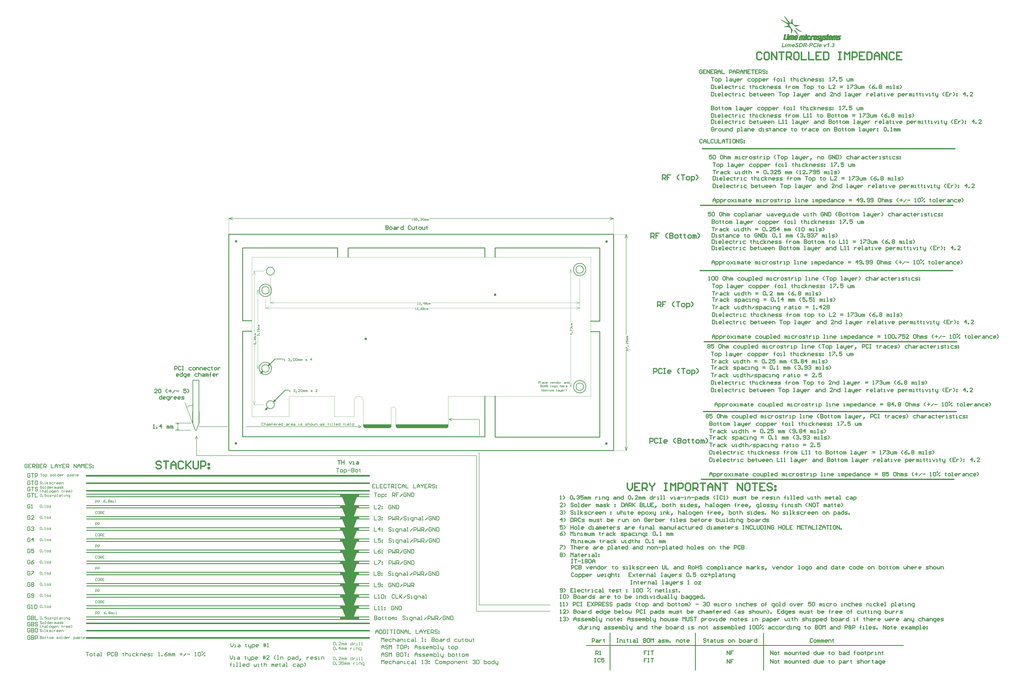
<source format=gm1>
G04 Layer_Color=16711935*
%FSLAX44Y44*%
%MOMM*%
G71*
G01*
G75*
%ADD11C,0.2000*%
%ADD16C,0.1500*%
%ADD99C,0.4000*%
%ADD100C,0.3000*%
%ADD101C,0.5000*%
%ADD102C,0.3500*%
%ADD103C,0.2500*%
%ADD104C,0.7000*%
%ADD105C,0.6000*%
%ADD107C,0.1000*%
%ADD129C,0.2540*%
%ADD165C,0.0254*%
%ADD166C,0.0260*%
%ADD213C,0.1524*%
G36*
X2348072Y1553435D02*
X2348265Y1553411D01*
X2348481Y1553387D01*
X2348986Y1553291D01*
X2349540Y1553147D01*
X2350117Y1552906D01*
X2350406Y1552762D01*
X2350670Y1552594D01*
X2350935Y1552401D01*
X2351175Y1552160D01*
X2351199Y1552137D01*
X2351223Y1552112D01*
X2351296Y1552040D01*
X2351368Y1551944D01*
X2351464Y1551800D01*
X2351560Y1551655D01*
X2351777Y1551295D01*
X2351993Y1550862D01*
X2352186Y1550332D01*
X2352330Y1549755D01*
X2352354Y1549442D01*
X2352378Y1549106D01*
Y1549082D01*
Y1549058D01*
Y1548985D01*
Y1548889D01*
X2352330Y1548649D01*
X2352282Y1548336D01*
X2352186Y1547951D01*
X2352065Y1547566D01*
X2351873Y1547157D01*
X2351608Y1546748D01*
X2351584Y1546700D01*
X2351464Y1546580D01*
X2351296Y1546388D01*
X2351055Y1546171D01*
X2350766Y1545907D01*
X2350406Y1545642D01*
X2349997Y1545426D01*
X2349516Y1545209D01*
X2349540D01*
X2349564Y1545185D01*
X2349684Y1545113D01*
X2349876Y1544993D01*
X2350117Y1544824D01*
X2350358Y1544608D01*
X2350622Y1544367D01*
X2350863Y1544079D01*
X2351079Y1543766D01*
X2351103Y1543718D01*
X2351151Y1543621D01*
X2351248Y1543429D01*
X2351344Y1543212D01*
X2351416Y1542924D01*
X2351512Y1542611D01*
X2351560Y1542274D01*
X2351584Y1541914D01*
Y1541890D01*
Y1541841D01*
Y1541745D01*
X2351560Y1541601D01*
X2351536Y1541433D01*
X2351512Y1541240D01*
X2351464Y1541024D01*
X2351416Y1540807D01*
X2351272Y1540278D01*
X2351031Y1539701D01*
X2350887Y1539412D01*
X2350694Y1539099D01*
X2350502Y1538811D01*
X2350261Y1538522D01*
X2350237Y1538498D01*
X2350189Y1538426D01*
X2350069Y1538330D01*
X2349949Y1538185D01*
X2349756Y1538041D01*
X2349540Y1537849D01*
X2349299Y1537656D01*
X2349010Y1537464D01*
X2348698Y1537271D01*
X2348361Y1537079D01*
X2347976Y1536886D01*
X2347567Y1536742D01*
X2347134Y1536598D01*
X2346677Y1536501D01*
X2346172Y1536429D01*
X2345667Y1536405D01*
X2345475D01*
X2345306Y1536429D01*
X2345138Y1536453D01*
X2344921Y1536478D01*
X2344681Y1536501D01*
X2344440Y1536550D01*
X2343887Y1536694D01*
X2343310Y1536910D01*
X2343021Y1537055D01*
X2342732Y1537223D01*
X2342444Y1537392D01*
X2342179Y1537608D01*
X2342155Y1537632D01*
X2342131Y1537656D01*
X2342059Y1537728D01*
X2341963Y1537825D01*
X2341842Y1537945D01*
X2341722Y1538113D01*
X2341602Y1538282D01*
X2341458Y1538498D01*
X2341313Y1538714D01*
X2341169Y1538979D01*
X2341025Y1539244D01*
X2340904Y1539556D01*
X2340784Y1539893D01*
X2340664Y1540254D01*
X2340592Y1540615D01*
X2340520Y1541024D01*
X2343647Y1541409D01*
Y1541384D01*
Y1541360D01*
X2343671Y1541288D01*
X2343695Y1541192D01*
X2343743Y1540952D01*
X2343815Y1540663D01*
X2343911Y1540374D01*
X2344031Y1540061D01*
X2344176Y1539773D01*
X2344344Y1539556D01*
X2344368Y1539532D01*
X2344440Y1539484D01*
X2344561Y1539388D01*
X2344705Y1539316D01*
X2344897Y1539220D01*
X2345138Y1539123D01*
X2345402Y1539075D01*
X2345691Y1539051D01*
X2345739D01*
X2345883Y1539075D01*
X2346076Y1539099D01*
X2346340Y1539147D01*
X2346629Y1539244D01*
X2346942Y1539364D01*
X2347254Y1539556D01*
X2347543Y1539797D01*
X2347567Y1539821D01*
X2347664Y1539941D01*
X2347784Y1540085D01*
X2347928Y1540326D01*
X2348048Y1540591D01*
X2348169Y1540927D01*
X2348265Y1541312D01*
X2348289Y1541721D01*
Y1541745D01*
Y1541769D01*
Y1541890D01*
X2348265Y1542082D01*
X2348217Y1542323D01*
X2348145Y1542587D01*
X2348024Y1542852D01*
X2347880Y1543116D01*
X2347688Y1543357D01*
X2347664Y1543381D01*
X2347567Y1543453D01*
X2347447Y1543549D01*
X2347254Y1543670D01*
X2347038Y1543766D01*
X2346749Y1543862D01*
X2346437Y1543934D01*
X2346076Y1543958D01*
X2345932D01*
X2345763Y1543934D01*
X2345571Y1543910D01*
X2346124Y1546604D01*
X2346677D01*
X2346918Y1546628D01*
X2347206Y1546676D01*
X2347519Y1546772D01*
X2347832Y1546869D01*
X2348145Y1547037D01*
X2348433Y1547254D01*
X2348457Y1547278D01*
X2348553Y1547374D01*
X2348650Y1547518D01*
X2348794Y1547735D01*
X2348914Y1547999D01*
X2349034Y1548312D01*
X2349107Y1548673D01*
X2349131Y1549082D01*
Y1549130D01*
Y1549226D01*
X2349107Y1549370D01*
X2349083Y1549563D01*
X2349010Y1549755D01*
X2348938Y1549972D01*
X2348818Y1550188D01*
X2348650Y1550381D01*
X2348626Y1550405D01*
X2348578Y1550453D01*
X2348457Y1550525D01*
X2348337Y1550621D01*
X2348145Y1550717D01*
X2347952Y1550789D01*
X2347712Y1550838D01*
X2347447Y1550862D01*
X2347327D01*
X2347206Y1550838D01*
X2347038Y1550789D01*
X2346846Y1550741D01*
X2346629Y1550645D01*
X2346413Y1550501D01*
X2346196Y1550332D01*
X2346172Y1550308D01*
X2346100Y1550236D01*
X2346004Y1550092D01*
X2345883Y1549924D01*
X2345739Y1549683D01*
X2345595Y1549370D01*
X2345450Y1549010D01*
X2345330Y1548577D01*
X2342348Y1549154D01*
Y1549178D01*
X2342372Y1549226D01*
X2342396Y1549322D01*
X2342444Y1549467D01*
X2342516Y1549611D01*
X2342588Y1549779D01*
X2342757Y1550188D01*
X2342973Y1550645D01*
X2343238Y1551102D01*
X2343550Y1551559D01*
X2343911Y1551968D01*
X2343935Y1551992D01*
X2343983Y1552040D01*
X2344079Y1552112D01*
X2344176Y1552209D01*
X2344344Y1552305D01*
X2344512Y1552449D01*
X2344729Y1552569D01*
X2344969Y1552714D01*
X2345234Y1552858D01*
X2345499Y1552978D01*
X2346148Y1553219D01*
X2346509Y1553315D01*
X2346894Y1553387D01*
X2347279Y1553435D01*
X2347688Y1553459D01*
X2347904D01*
X2348072Y1553435D01*
D02*
G37*
G36*
X2337152Y1536718D02*
X2333929D01*
X2334554Y1539869D01*
X2337777D01*
X2337152Y1536718D01*
D02*
G37*
G36*
X2328276D02*
X2325005D01*
X2327410Y1548240D01*
X2327362Y1548216D01*
X2327242Y1548120D01*
X2327025Y1547999D01*
X2326737Y1547831D01*
X2326400Y1547638D01*
X2325991Y1547446D01*
X2325534Y1547229D01*
X2325053Y1547013D01*
X2325029D01*
X2325005Y1546989D01*
X2324933Y1546965D01*
X2324836Y1546917D01*
X2324572Y1546845D01*
X2324259Y1546724D01*
X2323898Y1546604D01*
X2323489Y1546484D01*
X2323105Y1546364D01*
X2322696Y1546267D01*
X2323321Y1549178D01*
X2323345D01*
X2323369Y1549202D01*
X2323513Y1549250D01*
X2323730Y1549370D01*
X2324019Y1549515D01*
X2324355Y1549683D01*
X2324764Y1549875D01*
X2325221Y1550116D01*
X2325702Y1550405D01*
X2326207Y1550693D01*
X2326737Y1551030D01*
X2327290Y1551391D01*
X2327819Y1551752D01*
X2328348Y1552160D01*
X2328877Y1552569D01*
X2329359Y1553002D01*
X2329816Y1553459D01*
X2331788D01*
X2328276Y1536718D01*
D02*
G37*
G36*
X2313940D02*
X2311150D01*
X2308744Y1548793D01*
X2311944D01*
X2312761Y1543501D01*
Y1543477D01*
X2312785Y1543405D01*
Y1543309D01*
X2312809Y1543164D01*
X2312834Y1542996D01*
X2312882Y1542780D01*
X2312954Y1542347D01*
X2313026Y1541866D01*
X2313098Y1541409D01*
X2313146Y1541000D01*
X2313170Y1540831D01*
X2313194Y1540687D01*
X2313218Y1540735D01*
X2313266Y1540807D01*
X2313339Y1540927D01*
X2313435Y1541120D01*
X2313579Y1541360D01*
X2313748Y1541697D01*
X2313868Y1541914D01*
X2313988Y1542130D01*
Y1542154D01*
X2314012Y1542178D01*
X2314108Y1542323D01*
X2314229Y1542539D01*
X2314373Y1542804D01*
X2314517Y1543068D01*
X2314662Y1543309D01*
X2314782Y1543525D01*
X2314854Y1543670D01*
X2317861Y1548793D01*
X2321373D01*
X2313940Y1536718D01*
D02*
G37*
G36*
X2275767Y1553652D02*
X2275983Y1553628D01*
X2276248Y1553604D01*
X2276560Y1553556D01*
X2276873Y1553483D01*
X2277571Y1553315D01*
X2277932Y1553195D01*
X2278292Y1553051D01*
X2278677Y1552882D01*
X2279014Y1552690D01*
X2279375Y1552473D01*
X2279687Y1552209D01*
X2279711Y1552185D01*
X2279760Y1552137D01*
X2279832Y1552064D01*
X2279952Y1551944D01*
X2280072Y1551800D01*
X2280241Y1551631D01*
X2280385Y1551415D01*
X2280553Y1551174D01*
X2280722Y1550910D01*
X2280890Y1550621D01*
X2281059Y1550284D01*
X2281227Y1549948D01*
X2281371Y1549563D01*
X2281491Y1549154D01*
X2281588Y1548721D01*
X2281660Y1548264D01*
X2278389Y1547951D01*
Y1547975D01*
X2278365Y1548023D01*
Y1548096D01*
X2278340Y1548192D01*
X2278268Y1548432D01*
X2278148Y1548745D01*
X2278004Y1549106D01*
X2277811Y1549442D01*
X2277595Y1549779D01*
X2277330Y1550044D01*
X2277306Y1550068D01*
X2277186Y1550140D01*
X2277017Y1550260D01*
X2276777Y1550381D01*
X2276488Y1550501D01*
X2276127Y1550621D01*
X2275719Y1550693D01*
X2275262Y1550717D01*
X2275117D01*
X2275021Y1550693D01*
X2274756Y1550669D01*
X2274396Y1550597D01*
X2273987Y1550501D01*
X2273554Y1550332D01*
X2273073Y1550116D01*
X2272616Y1549827D01*
X2272592D01*
X2272567Y1549779D01*
X2272423Y1549659D01*
X2272183Y1549467D01*
X2271918Y1549154D01*
X2271605Y1548793D01*
X2271269Y1548312D01*
X2270932Y1547759D01*
X2270643Y1547109D01*
Y1547085D01*
X2270619Y1547037D01*
X2270571Y1546941D01*
X2270523Y1546797D01*
X2270475Y1546628D01*
X2270427Y1546436D01*
X2270354Y1546219D01*
X2270282Y1545979D01*
X2270162Y1545426D01*
X2270042Y1544800D01*
X2269946Y1544127D01*
X2269922Y1543453D01*
Y1543429D01*
Y1543357D01*
Y1543261D01*
X2269946Y1543116D01*
Y1542948D01*
X2269970Y1542755D01*
X2270042Y1542323D01*
X2270162Y1541817D01*
X2270306Y1541312D01*
X2270547Y1540807D01*
X2270860Y1540350D01*
X2270908Y1540302D01*
X2271028Y1540182D01*
X2271245Y1540013D01*
X2271509Y1539821D01*
X2271870Y1539604D01*
X2272279Y1539436D01*
X2272736Y1539316D01*
X2272976Y1539292D01*
X2273241Y1539268D01*
X2273361D01*
X2273457Y1539292D01*
X2273722Y1539316D01*
X2274035Y1539364D01*
X2274420Y1539484D01*
X2274828Y1539628D01*
X2275237Y1539821D01*
X2275670Y1540110D01*
X2275694D01*
X2275719Y1540158D01*
X2275863Y1540278D01*
X2276055Y1540470D01*
X2276296Y1540759D01*
X2276560Y1541120D01*
X2276849Y1541553D01*
X2277090Y1542082D01*
X2277330Y1542683D01*
X2280794Y1542154D01*
Y1542130D01*
X2280746Y1542034D01*
X2280698Y1541890D01*
X2280602Y1541697D01*
X2280481Y1541457D01*
X2280361Y1541192D01*
X2280217Y1540879D01*
X2280024Y1540567D01*
X2279591Y1539869D01*
X2279062Y1539171D01*
X2278461Y1538474D01*
X2278100Y1538161D01*
X2277739Y1537873D01*
X2277715Y1537849D01*
X2277643Y1537800D01*
X2277547Y1537728D01*
X2277378Y1537656D01*
X2277186Y1537536D01*
X2276969Y1537416D01*
X2276681Y1537271D01*
X2276392Y1537151D01*
X2276055Y1537007D01*
X2275694Y1536862D01*
X2275310Y1536742D01*
X2274901Y1536646D01*
X2274468Y1536550D01*
X2274011Y1536478D01*
X2273530Y1536429D01*
X2273024Y1536405D01*
X2272880D01*
X2272736Y1536429D01*
X2272519D01*
X2272255Y1536453D01*
X2271966Y1536501D01*
X2271629Y1536550D01*
X2271293Y1536646D01*
X2270908Y1536742D01*
X2270523Y1536862D01*
X2270114Y1537007D01*
X2269729Y1537175D01*
X2269320Y1537392D01*
X2268935Y1537632D01*
X2268575Y1537921D01*
X2268238Y1538233D01*
X2268214Y1538257D01*
X2268166Y1538330D01*
X2268069Y1538426D01*
X2267973Y1538570D01*
X2267853Y1538763D01*
X2267709Y1539003D01*
X2267540Y1539292D01*
X2267396Y1539604D01*
X2267227Y1539965D01*
X2267059Y1540350D01*
X2266915Y1540807D01*
X2266795Y1541288D01*
X2266698Y1541793D01*
X2266602Y1542371D01*
X2266554Y1542948D01*
X2266530Y1543597D01*
Y1543621D01*
Y1543718D01*
Y1543886D01*
X2266554Y1544079D01*
Y1544319D01*
X2266602Y1544632D01*
X2266626Y1544944D01*
X2266674Y1545305D01*
X2266722Y1545690D01*
X2266819Y1546123D01*
X2267011Y1546989D01*
X2267300Y1547903D01*
X2267468Y1548336D01*
X2267661Y1548793D01*
X2267685Y1548817D01*
X2267709Y1548889D01*
X2267781Y1549010D01*
X2267877Y1549178D01*
X2267997Y1549370D01*
X2268142Y1549611D01*
X2268310Y1549851D01*
X2268502Y1550140D01*
X2268959Y1550717D01*
X2269489Y1551319D01*
X2270138Y1551896D01*
X2270499Y1552160D01*
X2270860Y1552401D01*
X2270884Y1552425D01*
X2270956Y1552449D01*
X2271076Y1552521D01*
X2271221Y1552594D01*
X2271413Y1552690D01*
X2271629Y1552810D01*
X2271894Y1552930D01*
X2272183Y1553051D01*
X2272495Y1553147D01*
X2272856Y1553267D01*
X2273602Y1553483D01*
X2274420Y1553628D01*
X2274853Y1553652D01*
X2275310Y1553676D01*
X2275574D01*
X2275767Y1553652D01*
D02*
G37*
G36*
X2176064Y1549010D02*
X2176376Y1548961D01*
X2176737Y1548865D01*
X2177122Y1548721D01*
X2177483Y1548528D01*
X2177796Y1548264D01*
X2177820Y1548240D01*
X2177916Y1548120D01*
X2178060Y1547951D01*
X2178204Y1547711D01*
X2178349Y1547422D01*
X2178493Y1547085D01*
X2178589Y1546676D01*
X2178613Y1546219D01*
Y1546195D01*
Y1546099D01*
X2178589Y1545931D01*
X2178565Y1545714D01*
X2178541Y1545426D01*
X2178469Y1545041D01*
X2178397Y1544584D01*
X2178277Y1544054D01*
X2176689Y1536718D01*
X2173466D01*
X2175029Y1544054D01*
Y1544079D01*
X2175053Y1544127D01*
Y1544175D01*
X2175077Y1544271D01*
X2175125Y1544511D01*
X2175174Y1544776D01*
X2175222Y1545041D01*
X2175270Y1545305D01*
X2175318Y1545498D01*
Y1545570D01*
Y1545618D01*
Y1545642D01*
Y1545714D01*
X2175294Y1545786D01*
X2175270Y1545907D01*
X2175198Y1546171D01*
X2175101Y1546291D01*
X2175005Y1546412D01*
X2174981Y1546436D01*
X2174957Y1546460D01*
X2174885Y1546508D01*
X2174789Y1546580D01*
X2174668Y1546628D01*
X2174500Y1546676D01*
X2174332Y1546700D01*
X2174115Y1546724D01*
X2173995D01*
X2173899Y1546700D01*
X2173658Y1546652D01*
X2173370Y1546556D01*
X2173033Y1546412D01*
X2172648Y1546171D01*
X2172456Y1546027D01*
X2172263Y1545858D01*
X2172095Y1545666D01*
X2171902Y1545426D01*
X2171878Y1545377D01*
X2171830Y1545329D01*
X2171782Y1545257D01*
X2171734Y1545137D01*
X2171662Y1545017D01*
X2171566Y1544848D01*
X2171493Y1544680D01*
X2171397Y1544463D01*
X2171301Y1544223D01*
X2171205Y1543958D01*
X2171109Y1543670D01*
X2170988Y1543357D01*
X2170892Y1542996D01*
X2170796Y1542611D01*
X2170700Y1542178D01*
X2169545Y1536718D01*
X2166322D01*
X2167837Y1543982D01*
Y1544006D01*
X2167861Y1544030D01*
X2167885Y1544199D01*
X2167934Y1544415D01*
X2167982Y1544656D01*
X2168030Y1544944D01*
X2168054Y1545209D01*
X2168102Y1545450D01*
Y1545618D01*
Y1545642D01*
Y1545690D01*
X2168078Y1545786D01*
X2168054Y1545907D01*
X2167957Y1546147D01*
X2167885Y1546291D01*
X2167765Y1546412D01*
X2167741Y1546436D01*
X2167717Y1546460D01*
X2167645Y1546508D01*
X2167549Y1546580D01*
X2167404Y1546628D01*
X2167260Y1546676D01*
X2167092Y1546700D01*
X2166875Y1546724D01*
X2166779D01*
X2166683Y1546700D01*
X2166538Y1546676D01*
X2166370Y1546652D01*
X2166178Y1546580D01*
X2165985Y1546508D01*
X2165769Y1546388D01*
X2165745Y1546364D01*
X2165672Y1546340D01*
X2165552Y1546267D01*
X2165432Y1546171D01*
X2165264Y1546051D01*
X2165095Y1545883D01*
X2164927Y1545714D01*
X2164758Y1545522D01*
X2164734Y1545498D01*
X2164686Y1545426D01*
X2164614Y1545305D01*
X2164518Y1545137D01*
X2164398Y1544944D01*
X2164277Y1544680D01*
X2164157Y1544415D01*
X2164037Y1544102D01*
Y1544079D01*
X2164013Y1544006D01*
X2163965Y1543886D01*
X2163916Y1543718D01*
X2163868Y1543477D01*
X2163772Y1543140D01*
X2163676Y1542755D01*
X2163628Y1542515D01*
X2163556Y1542250D01*
X2162401Y1536718D01*
X2159178D01*
X2161703Y1548793D01*
X2164758D01*
X2164470Y1547326D01*
X2164494Y1547350D01*
X2164542Y1547398D01*
X2164638Y1547494D01*
X2164782Y1547590D01*
X2164951Y1547735D01*
X2165143Y1547879D01*
X2165360Y1548023D01*
X2165624Y1548192D01*
X2166202Y1548504D01*
X2166827Y1548793D01*
X2167188Y1548889D01*
X2167525Y1548985D01*
X2167909Y1549034D01*
X2168270Y1549058D01*
X2168487D01*
X2168751Y1549034D01*
X2169040Y1548985D01*
X2169377Y1548913D01*
X2169738Y1548817D01*
X2170074Y1548673D01*
X2170363Y1548480D01*
X2170387Y1548456D01*
X2170483Y1548384D01*
X2170603Y1548240D01*
X2170772Y1548071D01*
X2170916Y1547855D01*
X2171084Y1547566D01*
X2171229Y1547278D01*
X2171325Y1546917D01*
X2171349Y1546965D01*
X2171445Y1547061D01*
X2171590Y1547229D01*
X2171782Y1547446D01*
X2172047Y1547686D01*
X2172335Y1547927D01*
X2172696Y1548192D01*
X2173105Y1548432D01*
X2173129D01*
X2173153Y1548456D01*
X2173225Y1548480D01*
X2173322Y1548528D01*
X2173538Y1548625D01*
X2173851Y1548745D01*
X2174211Y1548865D01*
X2174644Y1548961D01*
X2175077Y1549034D01*
X2175558Y1549058D01*
X2175799D01*
X2176064Y1549010D01*
D02*
G37*
G36*
X2248321Y1541144D02*
X2241995D01*
X2242621Y1544295D01*
X2248947D01*
X2248321Y1541144D01*
D02*
G37*
G36*
X2285316Y1536718D02*
X2281924D01*
X2285412Y1553363D01*
X2288828D01*
X2285316Y1536718D01*
D02*
G37*
G36*
X2142677Y1539508D02*
X2151192D01*
X2150615Y1536718D01*
X2138684D01*
X2142172Y1553363D01*
X2145587D01*
X2142677Y1539508D01*
D02*
G37*
G36*
X2295996Y1549034D02*
X2296188Y1549010D01*
X2296405Y1548985D01*
X2296645Y1548937D01*
X2296910Y1548889D01*
X2297487Y1548721D01*
X2297776Y1548625D01*
X2298065Y1548480D01*
X2298353Y1548312D01*
X2298642Y1548144D01*
X2298906Y1547927D01*
X2299171Y1547686D01*
X2299195Y1547663D01*
X2299219Y1547614D01*
X2299291Y1547542D01*
X2299388Y1547446D01*
X2299484Y1547302D01*
X2299580Y1547133D01*
X2299700Y1546917D01*
X2299845Y1546700D01*
X2299965Y1546436D01*
X2300085Y1546147D01*
X2300181Y1545834D01*
X2300278Y1545474D01*
X2300374Y1545113D01*
X2300446Y1544704D01*
X2300470Y1544295D01*
X2300494Y1543838D01*
Y1543814D01*
Y1543790D01*
Y1543645D01*
Y1543405D01*
X2300470Y1543140D01*
X2300446Y1542804D01*
X2300398Y1542443D01*
X2300253Y1541721D01*
X2292075D01*
Y1541697D01*
Y1541601D01*
X2292051Y1541505D01*
Y1541409D01*
Y1541384D01*
Y1541360D01*
Y1541216D01*
X2292099Y1541000D01*
X2292147Y1540711D01*
X2292219Y1540398D01*
X2292340Y1540085D01*
X2292508Y1539749D01*
X2292725Y1539460D01*
X2292749Y1539436D01*
X2292845Y1539340D01*
X2292989Y1539244D01*
X2293206Y1539099D01*
X2293446Y1538979D01*
X2293735Y1538859D01*
X2294072Y1538763D01*
X2294432Y1538739D01*
X2294601D01*
X2294697Y1538763D01*
X2294841Y1538787D01*
X2295010Y1538835D01*
X2295370Y1538955D01*
X2295563Y1539027D01*
X2295779Y1539147D01*
X2295996Y1539292D01*
X2296188Y1539460D01*
X2296405Y1539653D01*
X2296621Y1539869D01*
X2296814Y1540134D01*
X2296982Y1540422D01*
X2299893Y1539941D01*
Y1539917D01*
X2299845Y1539869D01*
X2299796Y1539773D01*
X2299724Y1539653D01*
X2299652Y1539508D01*
X2299532Y1539340D01*
X2299291Y1538931D01*
X2298954Y1538498D01*
X2298546Y1538065D01*
X2298089Y1537632D01*
X2297583Y1537271D01*
X2297559D01*
X2297511Y1537223D01*
X2297439Y1537199D01*
X2297343Y1537127D01*
X2297199Y1537079D01*
X2297054Y1537007D01*
X2296645Y1536838D01*
X2296188Y1536670D01*
X2295635Y1536550D01*
X2295058Y1536453D01*
X2294408Y1536405D01*
X2294168D01*
X2293999Y1536429D01*
X2293783Y1536453D01*
X2293542Y1536478D01*
X2293278Y1536526D01*
X2292989Y1536598D01*
X2292364Y1536790D01*
X2292027Y1536910D01*
X2291690Y1537055D01*
X2291378Y1537223D01*
X2291041Y1537440D01*
X2290728Y1537680D01*
X2290439Y1537945D01*
X2290415Y1537969D01*
X2290367Y1538017D01*
X2290295Y1538113D01*
X2290199Y1538233D01*
X2290079Y1538378D01*
X2289958Y1538570D01*
X2289814Y1538787D01*
X2289694Y1539027D01*
X2289550Y1539316D01*
X2289405Y1539604D01*
X2289285Y1539941D01*
X2289165Y1540302D01*
X2289068Y1540687D01*
X2288996Y1541120D01*
X2288948Y1541553D01*
X2288924Y1542010D01*
Y1542034D01*
Y1542130D01*
Y1542250D01*
X2288948Y1542419D01*
X2288972Y1542635D01*
X2288996Y1542900D01*
X2289044Y1543188D01*
X2289092Y1543501D01*
X2289261Y1544175D01*
X2289381Y1544536D01*
X2289501Y1544920D01*
X2289670Y1545305D01*
X2289838Y1545690D01*
X2290055Y1546075D01*
X2290295Y1546436D01*
X2290319Y1546460D01*
X2290391Y1546556D01*
X2290488Y1546676D01*
X2290632Y1546845D01*
X2290848Y1547037D01*
X2291065Y1547278D01*
X2291353Y1547494D01*
X2291666Y1547759D01*
X2292027Y1547999D01*
X2292436Y1548240D01*
X2292869Y1548456D01*
X2293350Y1548649D01*
X2293855Y1548817D01*
X2294408Y1548937D01*
X2295010Y1549034D01*
X2295635Y1549058D01*
X2295852D01*
X2295996Y1549034D01*
D02*
G37*
G36*
X2187441D02*
X2187634Y1549010D01*
X2187850Y1548985D01*
X2188091Y1548937D01*
X2188355Y1548889D01*
X2188932Y1548721D01*
X2189221Y1548625D01*
X2189510Y1548480D01*
X2189798Y1548312D01*
X2190087Y1548144D01*
X2190352Y1547927D01*
X2190616Y1547686D01*
X2190640Y1547663D01*
X2190664Y1547614D01*
X2190737Y1547542D01*
X2190833Y1547446D01*
X2190929Y1547302D01*
X2191025Y1547133D01*
X2191145Y1546917D01*
X2191290Y1546700D01*
X2191410Y1546436D01*
X2191530Y1546147D01*
X2191626Y1545834D01*
X2191723Y1545474D01*
X2191819Y1545113D01*
X2191891Y1544704D01*
X2191915Y1544295D01*
X2191939Y1543838D01*
Y1543814D01*
Y1543790D01*
Y1543645D01*
Y1543405D01*
X2191915Y1543140D01*
X2191891Y1542804D01*
X2191843Y1542443D01*
X2191699Y1541721D01*
X2183520D01*
Y1541697D01*
Y1541601D01*
X2183496Y1541505D01*
Y1541409D01*
Y1541384D01*
Y1541360D01*
Y1541216D01*
X2183544Y1541000D01*
X2183593Y1540711D01*
X2183665Y1540398D01*
X2183785Y1540085D01*
X2183953Y1539749D01*
X2184170Y1539460D01*
X2184194Y1539436D01*
X2184290Y1539340D01*
X2184434Y1539244D01*
X2184651Y1539099D01*
X2184891Y1538979D01*
X2185180Y1538859D01*
X2185517Y1538763D01*
X2185878Y1538739D01*
X2186046D01*
X2186142Y1538763D01*
X2186286Y1538787D01*
X2186455Y1538835D01*
X2186816Y1538955D01*
X2187008Y1539027D01*
X2187225Y1539147D01*
X2187441Y1539292D01*
X2187634Y1539460D01*
X2187850Y1539653D01*
X2188067Y1539869D01*
X2188259Y1540134D01*
X2188427Y1540422D01*
X2191338Y1539941D01*
Y1539917D01*
X2191290Y1539869D01*
X2191242Y1539773D01*
X2191169Y1539653D01*
X2191097Y1539508D01*
X2190977Y1539340D01*
X2190737Y1538931D01*
X2190400Y1538498D01*
X2189991Y1538065D01*
X2189534Y1537632D01*
X2189029Y1537271D01*
X2189005D01*
X2188956Y1537223D01*
X2188884Y1537199D01*
X2188788Y1537127D01*
X2188644Y1537079D01*
X2188499Y1537007D01*
X2188091Y1536838D01*
X2187634Y1536670D01*
X2187080Y1536550D01*
X2186503Y1536453D01*
X2185853Y1536405D01*
X2185613D01*
X2185445Y1536429D01*
X2185228Y1536453D01*
X2184988Y1536478D01*
X2184723Y1536526D01*
X2184434Y1536598D01*
X2183809Y1536790D01*
X2183472Y1536910D01*
X2183136Y1537055D01*
X2182823Y1537223D01*
X2182486Y1537440D01*
X2182173Y1537680D01*
X2181885Y1537945D01*
X2181861Y1537969D01*
X2181812Y1538017D01*
X2181740Y1538113D01*
X2181644Y1538233D01*
X2181524Y1538378D01*
X2181404Y1538570D01*
X2181259Y1538787D01*
X2181139Y1539027D01*
X2180995Y1539316D01*
X2180850Y1539604D01*
X2180730Y1539941D01*
X2180610Y1540302D01*
X2180514Y1540687D01*
X2180441Y1541120D01*
X2180393Y1541553D01*
X2180369Y1542010D01*
Y1542034D01*
Y1542130D01*
Y1542250D01*
X2180393Y1542419D01*
X2180417Y1542635D01*
X2180441Y1542900D01*
X2180490Y1543188D01*
X2180538Y1543501D01*
X2180706Y1544175D01*
X2180826Y1544536D01*
X2180947Y1544920D01*
X2181115Y1545305D01*
X2181283Y1545690D01*
X2181500Y1546075D01*
X2181740Y1546436D01*
X2181764Y1546460D01*
X2181837Y1546556D01*
X2181933Y1546676D01*
X2182077Y1546845D01*
X2182294Y1547037D01*
X2182510Y1547278D01*
X2182799Y1547494D01*
X2183111Y1547759D01*
X2183472Y1547999D01*
X2183881Y1548240D01*
X2184314Y1548456D01*
X2184795Y1548649D01*
X2185300Y1548817D01*
X2185853Y1548937D01*
X2186455Y1549034D01*
X2187080Y1549058D01*
X2187297D01*
X2187441Y1549034D01*
D02*
G37*
G36*
X2156027Y1536718D02*
X2152804D01*
X2155329Y1548793D01*
X2158577D01*
X2156027Y1536718D01*
D02*
G37*
G36*
X2260444Y1553339D02*
X2260613D01*
X2261022Y1553315D01*
X2261479Y1553267D01*
X2261936Y1553171D01*
X2262417Y1553075D01*
X2262826Y1552930D01*
X2262850D01*
X2262874Y1552906D01*
X2262994Y1552858D01*
X2263186Y1552738D01*
X2263427Y1552594D01*
X2263692Y1552401D01*
X2263980Y1552160D01*
X2264269Y1551848D01*
X2264509Y1551511D01*
X2264534Y1551463D01*
X2264606Y1551343D01*
X2264702Y1551126D01*
X2264822Y1550862D01*
X2264942Y1550501D01*
X2265039Y1550116D01*
X2265111Y1549659D01*
X2265135Y1549178D01*
Y1549154D01*
Y1549130D01*
Y1549058D01*
Y1548961D01*
X2265111Y1548721D01*
X2265063Y1548384D01*
X2265015Y1548023D01*
X2264918Y1547590D01*
X2264798Y1547157D01*
X2264630Y1546700D01*
Y1546676D01*
X2264606Y1546652D01*
X2264534Y1546508D01*
X2264437Y1546291D01*
X2264293Y1546027D01*
X2264125Y1545714D01*
X2263932Y1545401D01*
X2263692Y1545089D01*
X2263427Y1544800D01*
X2263403Y1544776D01*
X2263307Y1544680D01*
X2263163Y1544559D01*
X2262970Y1544415D01*
X2262753Y1544223D01*
X2262489Y1544054D01*
X2262224Y1543886D01*
X2261912Y1543718D01*
X2261864Y1543694D01*
X2261767Y1543670D01*
X2261575Y1543597D01*
X2261334Y1543525D01*
X2261022Y1543429D01*
X2260637Y1543333D01*
X2260204Y1543237D01*
X2259699Y1543164D01*
X2259651D01*
X2259530Y1543140D01*
X2259314D01*
X2259169Y1543116D01*
X2258809D01*
X2258592Y1543092D01*
X2258087D01*
X2257774Y1543068D01*
X2254479D01*
X2253132Y1536718D01*
X2249740D01*
X2253228Y1553363D01*
X2260276D01*
X2260444Y1553339D01*
D02*
G37*
G36*
X2236799D02*
X2237233Y1553315D01*
X2237713Y1553267D01*
X2238195Y1553195D01*
X2238676Y1553099D01*
X2239109Y1552954D01*
X2239133D01*
X2239157Y1552930D01*
X2239277Y1552882D01*
X2239469Y1552786D01*
X2239710Y1552642D01*
X2239999Y1552425D01*
X2240287Y1552185D01*
X2240552Y1551872D01*
X2240816Y1551511D01*
X2240840Y1551463D01*
X2240913Y1551319D01*
X2241033Y1551102D01*
X2241153Y1550813D01*
X2241273Y1550453D01*
X2241394Y1550020D01*
X2241466Y1549515D01*
X2241490Y1548985D01*
Y1548961D01*
Y1548889D01*
Y1548793D01*
X2241466Y1548625D01*
X2241442Y1548456D01*
X2241418Y1548240D01*
X2241394Y1547999D01*
X2241322Y1547759D01*
X2241177Y1547206D01*
X2240961Y1546604D01*
X2240816Y1546315D01*
X2240648Y1546027D01*
X2240432Y1545738D01*
X2240215Y1545474D01*
X2240191Y1545450D01*
X2240167Y1545426D01*
X2240071Y1545353D01*
X2239975Y1545257D01*
X2239830Y1545137D01*
X2239686Y1545017D01*
X2239494Y1544896D01*
X2239253Y1544752D01*
X2239012Y1544608D01*
X2238724Y1544463D01*
X2238411Y1544319D01*
X2238050Y1544175D01*
X2237690Y1544054D01*
X2237281Y1543958D01*
X2236823Y1543862D01*
X2236366Y1543790D01*
X2236391Y1543766D01*
X2236487Y1543694D01*
X2236607Y1543549D01*
X2236775Y1543381D01*
X2236944Y1543140D01*
X2237160Y1542876D01*
X2237377Y1542563D01*
X2237593Y1542226D01*
X2237617Y1542202D01*
X2237641Y1542130D01*
X2237713Y1542034D01*
X2237786Y1541866D01*
X2237906Y1541673D01*
X2238026Y1541433D01*
X2238171Y1541144D01*
X2238339Y1540807D01*
X2238531Y1540446D01*
X2238724Y1540037D01*
X2238940Y1539580D01*
X2239157Y1539075D01*
X2239397Y1538546D01*
X2239638Y1537969D01*
X2239902Y1537368D01*
X2240167Y1536718D01*
X2236487D01*
Y1536742D01*
X2236463Y1536790D01*
X2236439Y1536862D01*
X2236391Y1536983D01*
X2236342Y1537127D01*
X2236270Y1537319D01*
X2236198Y1537536D01*
X2236102Y1537800D01*
X2235982Y1538089D01*
X2235861Y1538402D01*
X2235717Y1538763D01*
X2235549Y1539147D01*
X2235380Y1539580D01*
X2235188Y1540061D01*
X2234971Y1540567D01*
X2234731Y1541096D01*
Y1541120D01*
X2234707Y1541168D01*
X2234659Y1541240D01*
X2234611Y1541360D01*
X2234466Y1541625D01*
X2234274Y1541962D01*
X2234057Y1542323D01*
X2233817Y1542683D01*
X2233528Y1543020D01*
X2233384Y1543140D01*
X2233239Y1543261D01*
X2233215Y1543285D01*
X2233143Y1543309D01*
X2233023Y1543357D01*
X2232855Y1543429D01*
X2232614Y1543501D01*
X2232325Y1543549D01*
X2231965Y1543573D01*
X2231532Y1543597D01*
X2230137D01*
X2228693Y1536718D01*
X2225302D01*
X2228790Y1553363D01*
X2236631D01*
X2236799Y1553339D01*
D02*
G37*
G36*
X2217845D02*
X2218254D01*
X2218591Y1553315D01*
X2218711D01*
X2218831Y1553291D01*
X2218879D01*
X2219000Y1553267D01*
X2219192Y1553243D01*
X2219457Y1553195D01*
X2219745Y1553147D01*
X2220058Y1553075D01*
X2220683Y1552858D01*
X2220732Y1552834D01*
X2220828Y1552810D01*
X2220972Y1552738D01*
X2221189Y1552642D01*
X2221405Y1552497D01*
X2221670Y1552353D01*
X2221910Y1552185D01*
X2222175Y1551968D01*
X2222199Y1551944D01*
X2222295Y1551872D01*
X2222415Y1551752D01*
X2222584Y1551583D01*
X2222752Y1551391D01*
X2222944Y1551150D01*
X2223137Y1550886D01*
X2223329Y1550597D01*
X2223353Y1550573D01*
X2223401Y1550453D01*
X2223498Y1550284D01*
X2223594Y1550068D01*
X2223714Y1549803D01*
X2223858Y1549491D01*
X2223979Y1549130D01*
X2224075Y1548745D01*
X2224099Y1548697D01*
X2224123Y1548553D01*
X2224171Y1548336D01*
X2224219Y1548071D01*
X2224267Y1547735D01*
X2224292Y1547326D01*
X2224340Y1546917D01*
Y1546460D01*
Y1546436D01*
Y1546340D01*
Y1546195D01*
X2224316Y1546003D01*
Y1545762D01*
X2224292Y1545498D01*
X2224243Y1545185D01*
X2224219Y1544848D01*
X2224147Y1544487D01*
X2224099Y1544102D01*
X2223907Y1543309D01*
X2223642Y1542491D01*
X2223498Y1542082D01*
X2223305Y1541673D01*
Y1541649D01*
X2223257Y1541577D01*
X2223209Y1541481D01*
X2223113Y1541336D01*
X2223017Y1541144D01*
X2222896Y1540952D01*
X2222584Y1540470D01*
X2222223Y1539941D01*
X2221766Y1539388D01*
X2221261Y1538859D01*
X2220708Y1538354D01*
X2220683D01*
X2220659Y1538306D01*
X2220587Y1538257D01*
X2220491Y1538209D01*
X2220371Y1538113D01*
X2220226Y1538041D01*
X2219866Y1537825D01*
X2219433Y1537608D01*
X2218904Y1537368D01*
X2218302Y1537151D01*
X2217629Y1536958D01*
X2217581D01*
X2217508Y1536935D01*
X2217436Y1536910D01*
X2217316D01*
X2217172Y1536886D01*
X2217003Y1536862D01*
X2216811Y1536838D01*
X2216594Y1536814D01*
X2216354Y1536790D01*
X2216089Y1536766D01*
X2215777D01*
X2215464Y1536742D01*
X2215103Y1536718D01*
X2208464D01*
X2211952Y1553363D01*
X2217436D01*
X2217845Y1553339D01*
D02*
G37*
G36*
X2201849Y1553652D02*
X2202090Y1553628D01*
X2202379Y1553604D01*
X2202691Y1553556D01*
X2203028Y1553508D01*
X2203774Y1553339D01*
X2204158Y1553219D01*
X2204519Y1553099D01*
X2204904Y1552930D01*
X2205265Y1552738D01*
X2205602Y1552521D01*
X2205914Y1552281D01*
X2205939Y1552257D01*
X2205987Y1552209D01*
X2206059Y1552137D01*
X2206179Y1552040D01*
X2206299Y1551896D01*
X2206444Y1551728D01*
X2206588Y1551535D01*
X2206732Y1551319D01*
X2206901Y1551054D01*
X2207069Y1550789D01*
X2207213Y1550477D01*
X2207358Y1550164D01*
X2207478Y1549803D01*
X2207574Y1549442D01*
X2207646Y1549034D01*
X2207694Y1548625D01*
X2204423Y1548480D01*
Y1548504D01*
Y1548528D01*
X2204399Y1548673D01*
X2204327Y1548889D01*
X2204255Y1549154D01*
X2204134Y1549442D01*
X2203990Y1549755D01*
X2203798Y1550044D01*
X2203533Y1550308D01*
X2203509Y1550332D01*
X2203389Y1550405D01*
X2203220Y1550525D01*
X2202980Y1550645D01*
X2202691Y1550741D01*
X2202306Y1550862D01*
X2201849Y1550934D01*
X2201344Y1550958D01*
X2201104D01*
X2200863Y1550934D01*
X2200550Y1550886D01*
X2200238Y1550838D01*
X2199901Y1550741D01*
X2199588Y1550621D01*
X2199324Y1550453D01*
X2199300Y1550429D01*
X2199227Y1550356D01*
X2199131Y1550260D01*
X2199035Y1550116D01*
X2198915Y1549924D01*
X2198819Y1549707D01*
X2198746Y1549442D01*
X2198722Y1549178D01*
Y1549154D01*
Y1549058D01*
X2198746Y1548937D01*
X2198795Y1548769D01*
X2198867Y1548577D01*
X2198963Y1548384D01*
X2199083Y1548192D01*
X2199276Y1547999D01*
X2199300Y1547975D01*
X2199396Y1547903D01*
X2199540Y1547807D01*
X2199781Y1547663D01*
X2199949Y1547566D01*
X2200117Y1547470D01*
X2200310Y1547350D01*
X2200550Y1547229D01*
X2200791Y1547109D01*
X2201080Y1546965D01*
X2201392Y1546821D01*
X2201729Y1546676D01*
X2201753Y1546652D01*
X2201849Y1546628D01*
X2201994Y1546556D01*
X2202186Y1546484D01*
X2202427Y1546364D01*
X2202691Y1546243D01*
X2203268Y1545955D01*
X2203894Y1545642D01*
X2204495Y1545305D01*
X2204784Y1545137D01*
X2205024Y1544969D01*
X2205241Y1544800D01*
X2205409Y1544656D01*
X2205433Y1544632D01*
X2205457Y1544608D01*
X2205529Y1544536D01*
X2205602Y1544463D01*
X2205794Y1544199D01*
X2206011Y1543862D01*
X2206227Y1543453D01*
X2206396Y1542948D01*
X2206540Y1542371D01*
X2206564Y1542082D01*
X2206588Y1541745D01*
Y1541721D01*
Y1541649D01*
Y1541529D01*
X2206564Y1541384D01*
X2206540Y1541192D01*
X2206492Y1540952D01*
X2206444Y1540711D01*
X2206371Y1540446D01*
X2206275Y1540158D01*
X2206155Y1539845D01*
X2206011Y1539532D01*
X2205842Y1539220D01*
X2205650Y1538907D01*
X2205409Y1538570D01*
X2205145Y1538282D01*
X2204832Y1537969D01*
X2204808Y1537945D01*
X2204760Y1537897D01*
X2204640Y1537825D01*
X2204519Y1537728D01*
X2204327Y1537608D01*
X2204110Y1537464D01*
X2203870Y1537343D01*
X2203557Y1537199D01*
X2203244Y1537031D01*
X2202884Y1536910D01*
X2202475Y1536766D01*
X2202042Y1536646D01*
X2201585Y1536550D01*
X2201080Y1536478D01*
X2200550Y1536429D01*
X2199973Y1536405D01*
X2199612D01*
X2199420Y1536429D01*
X2199203Y1536453D01*
X2198963D01*
X2198698Y1536501D01*
X2198121Y1536574D01*
X2197496Y1536694D01*
X2196846Y1536862D01*
X2196245Y1537103D01*
X2196221D01*
X2196173Y1537127D01*
X2196100Y1537175D01*
X2195980Y1537247D01*
X2195716Y1537392D01*
X2195379Y1537632D01*
X2195018Y1537897D01*
X2194657Y1538257D01*
X2194321Y1538642D01*
X2194032Y1539099D01*
Y1539123D01*
X2194008Y1539147D01*
X2193984Y1539220D01*
X2193936Y1539340D01*
X2193887Y1539460D01*
X2193839Y1539604D01*
X2193719Y1539965D01*
X2193599Y1540398D01*
X2193503Y1540903D01*
X2193454Y1541457D01*
X2193430Y1542058D01*
X2196702Y1542250D01*
Y1542226D01*
Y1542178D01*
Y1542106D01*
X2196726Y1542010D01*
X2196750Y1541721D01*
X2196798Y1541409D01*
X2196846Y1541048D01*
X2196942Y1540687D01*
X2197063Y1540374D01*
X2197231Y1540134D01*
X2197279Y1540085D01*
X2197375Y1539989D01*
X2197568Y1539869D01*
X2197856Y1539701D01*
X2198025Y1539628D01*
X2198241Y1539532D01*
X2198458Y1539460D01*
X2198722Y1539412D01*
X2198987Y1539340D01*
X2199300Y1539316D01*
X2199636Y1539268D01*
X2200262D01*
X2200406Y1539292D01*
X2200574D01*
X2200935Y1539340D01*
X2201320Y1539412D01*
X2201729Y1539532D01*
X2202114Y1539677D01*
X2202427Y1539869D01*
X2202451Y1539893D01*
X2202547Y1539965D01*
X2202667Y1540110D01*
X2202811Y1540278D01*
X2202956Y1540495D01*
X2203076Y1540735D01*
X2203172Y1541000D01*
X2203196Y1541312D01*
Y1541336D01*
Y1541433D01*
X2203172Y1541577D01*
X2203124Y1541745D01*
X2203052Y1541938D01*
X2202932Y1542154D01*
X2202787Y1542371D01*
X2202571Y1542563D01*
X2202547Y1542587D01*
X2202475Y1542635D01*
X2202330Y1542731D01*
X2202114Y1542852D01*
X2201970Y1542948D01*
X2201801Y1543044D01*
X2201609Y1543140D01*
X2201392Y1543237D01*
X2201128Y1543357D01*
X2200863Y1543501D01*
X2200526Y1543645D01*
X2200190Y1543790D01*
X2200166D01*
X2200093Y1543838D01*
X2199997Y1543862D01*
X2199877Y1543934D01*
X2199709Y1544006D01*
X2199516Y1544079D01*
X2199107Y1544271D01*
X2198650Y1544511D01*
X2198169Y1544728D01*
X2197736Y1544969D01*
X2197520Y1545089D01*
X2197351Y1545185D01*
X2197303Y1545209D01*
X2197207Y1545281D01*
X2197039Y1545426D01*
X2196846Y1545594D01*
X2196630Y1545786D01*
X2196389Y1546051D01*
X2196173Y1546340D01*
X2195956Y1546652D01*
X2195932Y1546700D01*
X2195884Y1546821D01*
X2195788Y1547013D01*
X2195716Y1547254D01*
X2195619Y1547566D01*
X2195523Y1547927D01*
X2195475Y1548336D01*
X2195451Y1548769D01*
Y1548793D01*
Y1548865D01*
Y1548985D01*
X2195475Y1549130D01*
X2195499Y1549298D01*
X2195523Y1549515D01*
X2195571Y1549755D01*
X2195643Y1549996D01*
X2195812Y1550549D01*
X2195956Y1550838D01*
X2196100Y1551150D01*
X2196269Y1551439D01*
X2196461Y1551728D01*
X2196702Y1552016D01*
X2196966Y1552281D01*
X2196990Y1552305D01*
X2197039Y1552353D01*
X2197135Y1552401D01*
X2197255Y1552497D01*
X2197399Y1552594D01*
X2197592Y1552714D01*
X2197832Y1552858D01*
X2198097Y1552978D01*
X2198386Y1553099D01*
X2198698Y1553243D01*
X2199059Y1553363D01*
X2199468Y1553459D01*
X2199901Y1553556D01*
X2200358Y1553628D01*
X2200839Y1553652D01*
X2201368Y1553676D01*
X2201657D01*
X2201849Y1553652D01*
D02*
G37*
G36*
X411375Y-448250D02*
X432500D01*
Y-458000D01*
X356750D01*
Y-448250D01*
X377625D01*
X364500Y-413250D01*
X424500D01*
X411375Y-448250D01*
D02*
G37*
G36*
Y-403250D02*
X432500D01*
Y-413000D01*
X356750D01*
Y-403250D01*
X377625D01*
X364500Y-368250D01*
X424500D01*
X411375Y-403250D01*
D02*
G37*
G36*
Y-493250D02*
X432500D01*
Y-503000D01*
X356750D01*
Y-493250D01*
X377625D01*
X364500Y-458250D01*
X424500D01*
X411375Y-493250D01*
D02*
G37*
G36*
Y-583250D02*
X432500D01*
Y-593000D01*
X356750D01*
Y-583250D01*
X377625D01*
X364500Y-548250D01*
X424500D01*
X411375Y-583250D01*
D02*
G37*
G36*
Y-538250D02*
X432500D01*
Y-548000D01*
X356750D01*
Y-538250D01*
X377625D01*
X364500Y-503250D01*
X424500D01*
X411375Y-538250D01*
D02*
G37*
G36*
X562000Y5000D02*
X557000Y0D01*
X455000D01*
X450000Y5000D01*
Y14000D01*
X562000D01*
X562000Y5000D01*
D02*
G37*
G36*
X793000D02*
X788000Y0D01*
X586000D01*
X581000Y5000D01*
X581000Y14000D01*
X793000D01*
X793000Y5000D01*
D02*
G37*
G36*
X432500Y-278000D02*
X356750D01*
Y-268250D01*
X432500D01*
Y-278000D01*
D02*
G37*
G36*
X411375Y-358250D02*
X432500D01*
Y-368000D01*
X356750D01*
Y-358250D01*
X377625D01*
X364500Y-323250D01*
X424500D01*
X411375Y-358250D01*
D02*
G37*
G36*
Y-313250D02*
X432500D01*
Y-323000D01*
X356750D01*
Y-313250D01*
X377625D01*
X364500Y-278250D01*
X424500D01*
X411375Y-313250D01*
D02*
G37*
G36*
Y-718250D02*
X432500D01*
Y-728000D01*
X356750D01*
Y-718250D01*
X377625D01*
X364500Y-683250D01*
X424500D01*
X411375Y-718250D01*
D02*
G37*
G36*
Y-763250D02*
X432500D01*
Y-773000D01*
X356750D01*
Y-763250D01*
X377625D01*
X364500Y-728250D01*
X424500D01*
X411375Y-763250D01*
D02*
G37*
G36*
Y-673250D02*
X432500D01*
Y-683000D01*
X356750D01*
Y-673250D01*
X377625D01*
X364500Y-638250D01*
X424500D01*
X411375Y-673250D01*
D02*
G37*
G36*
Y-628250D02*
X432500D01*
Y-638000D01*
X356750D01*
Y-628250D01*
X377625D01*
X364500Y-593250D01*
X424500D01*
X411375Y-628250D01*
D02*
G37*
G36*
X2158913Y1550429D02*
X2155666D01*
X2156291Y1553363D01*
X2159515D01*
X2158913Y1550429D01*
D02*
G37*
%LPC*%
G36*
X2295298Y1546724D02*
X2295130D01*
X2294937Y1546676D01*
X2294697Y1546628D01*
X2294408Y1546532D01*
X2294096Y1546412D01*
X2293783Y1546219D01*
X2293470Y1545955D01*
X2293446Y1545931D01*
X2293350Y1545810D01*
X2293206Y1545642D01*
X2293037Y1545377D01*
X2292869Y1545065D01*
X2292677Y1544680D01*
X2292508Y1544247D01*
X2292388Y1543718D01*
X2297511D01*
Y1543742D01*
Y1543838D01*
Y1543934D01*
Y1544030D01*
Y1544054D01*
Y1544079D01*
Y1544151D01*
Y1544247D01*
X2297487Y1544487D01*
X2297439Y1544800D01*
X2297367Y1545113D01*
X2297247Y1545450D01*
X2297102Y1545762D01*
X2296910Y1546051D01*
X2296886Y1546075D01*
X2296790Y1546147D01*
X2296669Y1546267D01*
X2296477Y1546388D01*
X2296261Y1546508D01*
X2295972Y1546628D01*
X2295659Y1546700D01*
X2295298Y1546724D01*
D02*
G37*
G36*
X2186743D02*
X2186575D01*
X2186383Y1546676D01*
X2186142Y1546628D01*
X2185853Y1546532D01*
X2185541Y1546412D01*
X2185228Y1546219D01*
X2184915Y1545955D01*
X2184891Y1545931D01*
X2184795Y1545810D01*
X2184651Y1545642D01*
X2184483Y1545377D01*
X2184314Y1545065D01*
X2184122Y1544680D01*
X2183953Y1544247D01*
X2183833Y1543718D01*
X2188956D01*
Y1543742D01*
Y1543838D01*
Y1543934D01*
Y1544030D01*
Y1544054D01*
Y1544079D01*
Y1544151D01*
Y1544247D01*
X2188932Y1544487D01*
X2188884Y1544800D01*
X2188812Y1545113D01*
X2188692Y1545450D01*
X2188548Y1545762D01*
X2188355Y1546051D01*
X2188331Y1546075D01*
X2188235Y1546147D01*
X2188115Y1546267D01*
X2187922Y1546388D01*
X2187706Y1546508D01*
X2187417Y1546628D01*
X2187104Y1546700D01*
X2186743Y1546724D01*
D02*
G37*
G36*
X2259097Y1550621D02*
X2256067D01*
X2255056Y1545858D01*
X2256764D01*
X2257029Y1545883D01*
X2257582Y1545907D01*
X2258183Y1545931D01*
X2258785Y1546003D01*
X2259049Y1546051D01*
X2259314Y1546075D01*
X2259530Y1546147D01*
X2259723Y1546195D01*
X2259771Y1546219D01*
X2259867Y1546267D01*
X2260036Y1546340D01*
X2260252Y1546460D01*
X2260468Y1546604D01*
X2260709Y1546797D01*
X2260950Y1547013D01*
X2261166Y1547254D01*
X2261190Y1547278D01*
X2261238Y1547374D01*
X2261334Y1547542D01*
X2261431Y1547735D01*
X2261527Y1547975D01*
X2261623Y1548264D01*
X2261671Y1548553D01*
X2261695Y1548889D01*
Y1548913D01*
Y1548985D01*
X2261671Y1549106D01*
Y1549250D01*
X2261575Y1549563D01*
X2261503Y1549731D01*
X2261407Y1549875D01*
Y1549899D01*
X2261358Y1549948D01*
X2261214Y1550092D01*
X2260974Y1550260D01*
X2260661Y1550429D01*
X2260637D01*
X2260565Y1550453D01*
X2260420Y1550501D01*
X2260204Y1550525D01*
X2259939Y1550573D01*
X2259554Y1550597D01*
X2259338D01*
X2259097Y1550621D01*
D02*
G37*
G36*
X2235885Y1550573D02*
X2231604D01*
X2230666Y1546099D01*
X2233167D01*
X2233408Y1546123D01*
X2233985Y1546147D01*
X2234586Y1546171D01*
X2235188Y1546243D01*
X2235453Y1546267D01*
X2235717Y1546315D01*
X2235934Y1546364D01*
X2236126Y1546412D01*
X2236174Y1546436D01*
X2236270Y1546484D01*
X2236439Y1546556D01*
X2236655Y1546676D01*
X2236872Y1546821D01*
X2237112Y1546989D01*
X2237329Y1547206D01*
X2237545Y1547446D01*
X2237569Y1547470D01*
X2237617Y1547566D01*
X2237713Y1547711D01*
X2237810Y1547903D01*
X2237906Y1548120D01*
X2238002Y1548360D01*
X2238050Y1548649D01*
X2238074Y1548937D01*
Y1548985D01*
Y1549082D01*
X2238026Y1549250D01*
X2237978Y1549442D01*
X2237882Y1549659D01*
X2237762Y1549875D01*
X2237569Y1550092D01*
X2237329Y1550284D01*
X2237305Y1550308D01*
X2237233Y1550332D01*
X2237112Y1550381D01*
X2236920Y1550429D01*
X2236655Y1550477D01*
X2236294Y1550525D01*
X2235885Y1550573D01*
D02*
G37*
G36*
X2217316Y1550621D02*
X2214790D01*
X2212433Y1539388D01*
X2214622D01*
X2214814Y1539412D01*
X2215223D01*
X2215680Y1539436D01*
X2216113Y1539484D01*
X2216546Y1539532D01*
X2216739Y1539556D01*
X2216907Y1539604D01*
X2216955Y1539628D01*
X2217051Y1539653D01*
X2217220Y1539725D01*
X2217436Y1539797D01*
X2217677Y1539917D01*
X2217941Y1540061D01*
X2218206Y1540254D01*
X2218470Y1540470D01*
X2218495D01*
X2218519Y1540518D01*
X2218639Y1540639D01*
X2218831Y1540855D01*
X2219072Y1541120D01*
X2219361Y1541481D01*
X2219649Y1541914D01*
X2219938Y1542395D01*
X2220202Y1542924D01*
Y1542948D01*
X2220226Y1542996D01*
X2220275Y1543092D01*
X2220323Y1543188D01*
X2220371Y1543357D01*
X2220419Y1543525D01*
X2220491Y1543718D01*
X2220563Y1543958D01*
X2220611Y1544199D01*
X2220683Y1544487D01*
X2220804Y1545113D01*
X2220876Y1545810D01*
X2220900Y1546556D01*
Y1546580D01*
Y1546628D01*
Y1546724D01*
Y1546845D01*
X2220876Y1546989D01*
Y1547157D01*
X2220828Y1547566D01*
X2220756Y1547999D01*
X2220659Y1548432D01*
X2220515Y1548865D01*
X2220323Y1549226D01*
X2220299Y1549274D01*
X2220226Y1549370D01*
X2220106Y1549515D01*
X2219938Y1549707D01*
X2219721Y1549899D01*
X2219481Y1550092D01*
X2219192Y1550260D01*
X2218879Y1550405D01*
X2218855D01*
X2218759Y1550429D01*
X2218615Y1550477D01*
X2218398Y1550525D01*
X2218110Y1550549D01*
X2217749Y1550597D01*
X2217316Y1550621D01*
D02*
G37*
%LPD*%
D11*
X717739Y844500D02*
X1460500D01*
X-92500D02*
X642133D01*
X1445260Y849580D02*
X1460500Y844500D01*
X1445260Y839420D02*
X1460500Y844500D01*
X-92500D02*
X-77260Y839420D01*
X-92500Y844500D02*
X-77260Y849580D01*
X1511750Y-91500D02*
Y306632D01*
Y374740D02*
Y781000D01*
Y-91500D02*
X1516830Y-76260D01*
X1506670D02*
X1511750Y-91500D01*
X1506670Y765760D02*
X1511750Y781000D01*
X1516830Y765760D01*
X1157770Y179230D02*
Y187228D01*
X1161769D01*
X1163102Y185895D01*
Y183229D01*
X1161769Y181896D01*
X1157770D01*
X1165767Y179230D02*
X1168433D01*
X1167100D01*
Y187228D01*
X1165767D01*
X1173765Y184562D02*
X1176431D01*
X1177764Y183229D01*
Y179230D01*
X1173765D01*
X1172432Y180563D01*
X1173765Y181896D01*
X1177764D01*
X1185761Y184562D02*
X1181762D01*
X1180429Y183229D01*
Y180563D01*
X1181762Y179230D01*
X1185761D01*
X1192426D02*
X1189760D01*
X1188427Y180563D01*
Y183229D01*
X1189760Y184562D01*
X1192426D01*
X1193758Y183229D01*
Y181896D01*
X1188427D01*
X1204422Y184562D02*
X1207087Y179230D01*
X1209753Y184562D01*
X1216418Y179230D02*
X1213752D01*
X1212419Y180563D01*
Y183229D01*
X1213752Y184562D01*
X1216418D01*
X1217751Y183229D01*
Y181896D01*
X1212419D01*
X1220416Y179230D02*
Y184562D01*
X1224415D01*
X1225748Y183229D01*
Y179230D01*
X1233745Y187228D02*
Y179230D01*
X1229747D01*
X1228414Y180563D01*
Y183229D01*
X1229747Y184562D01*
X1233745D01*
X1237744Y179230D02*
X1240410D01*
X1241743Y180563D01*
Y183229D01*
X1240410Y184562D01*
X1237744D01*
X1236411Y183229D01*
Y180563D01*
X1237744Y179230D01*
X1244409Y184562D02*
Y179230D01*
Y181896D01*
X1245742Y183229D01*
X1247075Y184562D01*
X1248407D01*
X1261737D02*
X1264402D01*
X1265735Y183229D01*
Y179230D01*
X1261737D01*
X1260404Y180563D01*
X1261737Y181896D01*
X1265735D01*
X1268401Y179230D02*
Y184562D01*
X1272400D01*
X1273733Y183229D01*
Y179230D01*
X1281730Y187228D02*
Y179230D01*
X1277731D01*
X1276398Y180563D01*
Y183229D01*
X1277731Y184562D01*
X1281730D01*
X1165767Y164833D02*
Y172831D01*
X1169766D01*
X1171099Y171498D01*
Y168832D01*
X1169766Y167499D01*
X1165767D01*
X1168433D02*
X1171099Y164833D01*
X1175098D02*
X1177764D01*
X1179096Y166166D01*
Y168832D01*
X1177764Y170165D01*
X1175098D01*
X1173765Y168832D01*
Y166166D01*
X1175098Y164833D01*
X1181762Y172831D02*
Y164833D01*
Y168832D01*
X1187094D01*
Y172831D01*
Y164833D01*
X1195091Y171498D02*
X1193758Y172831D01*
X1191093D01*
X1189760Y171498D01*
Y170165D01*
X1191093Y168832D01*
X1193758D01*
X1195091Y167499D01*
Y166166D01*
X1193758Y164833D01*
X1191093D01*
X1189760Y166166D01*
X1205754Y164833D02*
X1208420D01*
X1207087D01*
Y172831D01*
X1205754D01*
X1213752Y164833D02*
X1216418D01*
X1217751Y166166D01*
Y168832D01*
X1216418Y170165D01*
X1213752D01*
X1212419Y168832D01*
Y166166D01*
X1213752Y164833D01*
X1223082Y162168D02*
X1224415D01*
X1225748Y163500D01*
Y170165D01*
X1221749D01*
X1220416Y168832D01*
Y166166D01*
X1221749Y164833D01*
X1225748D01*
X1229747D02*
X1232413D01*
X1233745Y166166D01*
Y168832D01*
X1232413Y170165D01*
X1229747D01*
X1228414Y168832D01*
Y166166D01*
X1229747Y164833D01*
X1244409Y172831D02*
Y164833D01*
Y168832D01*
X1245742Y170165D01*
X1248407D01*
X1249740Y168832D01*
Y164833D01*
X1256405D02*
X1253739D01*
X1252406Y166166D01*
Y168832D01*
X1253739Y170165D01*
X1256405D01*
X1257738Y168832D01*
Y167499D01*
X1252406D01*
X1260404Y170165D02*
Y164833D01*
Y167499D01*
X1261737Y168832D01*
X1263069Y170165D01*
X1264402D01*
X1272400Y164833D02*
X1269734D01*
X1268401Y166166D01*
Y168832D01*
X1269734Y170165D01*
X1272400D01*
X1273733Y168832D01*
Y167499D01*
X1268401D01*
X1171765Y147771D02*
X1169100Y150436D01*
Y153102D01*
X1171765Y155768D01*
X1175764D02*
Y147771D01*
X1179763D01*
X1181096Y149104D01*
Y150436D01*
Y151769D01*
X1179763Y153102D01*
X1175764D01*
X1185095Y147771D02*
X1187760D01*
X1189093Y149104D01*
Y151769D01*
X1187760Y153102D01*
X1185095D01*
X1183762Y151769D01*
Y149104D01*
X1185095Y147771D01*
X1193092Y154435D02*
Y153102D01*
X1191759D01*
X1194425D01*
X1193092D01*
Y149104D01*
X1194425Y147771D01*
X1199756Y154435D02*
Y153102D01*
X1198423D01*
X1201089D01*
X1199756D01*
Y149104D01*
X1201089Y147771D01*
X1206421D02*
X1209087D01*
X1210420Y149104D01*
Y151769D01*
X1209087Y153102D01*
X1206421D01*
X1205088Y151769D01*
Y149104D01*
X1206421Y147771D01*
X1213085D02*
Y153102D01*
X1214418D01*
X1215751Y151769D01*
Y147771D01*
Y151769D01*
X1217084Y153102D01*
X1218417Y151769D01*
Y147771D01*
X1229080D02*
X1231746D01*
X1230413D01*
Y155768D01*
X1229080D01*
X1237078Y153102D02*
X1239744D01*
X1241077Y151769D01*
Y147771D01*
X1237078D01*
X1235745Y149104D01*
X1237078Y150436D01*
X1241077D01*
X1243742Y153102D02*
Y149104D01*
X1245075Y147771D01*
X1249074D01*
Y146438D01*
X1247741Y145105D01*
X1246408D01*
X1249074Y147771D02*
Y153102D01*
X1255738Y147771D02*
X1253073D01*
X1251740Y149104D01*
Y151769D01*
X1253073Y153102D01*
X1255738D01*
X1257071Y151769D01*
Y150436D01*
X1251740D01*
X1259737Y153102D02*
Y147771D01*
Y150436D01*
X1261070Y151769D01*
X1262403Y153102D01*
X1263736D01*
X1267735Y147771D02*
X1270400Y150436D01*
Y153102D01*
X1267735Y155768D01*
X329000Y-926768D02*
X330999Y-924769D01*
X334998D01*
X336997Y-926768D01*
Y-934766D01*
X334998Y-936765D01*
X330999D01*
X329000Y-934766D01*
Y-926768D01*
X340996Y-936765D02*
Y-934766D01*
X342995D01*
Y-936765D01*
X340996D01*
X358990D02*
X350993D01*
X358990Y-928768D01*
Y-926768D01*
X356991Y-924769D01*
X352992D01*
X350993Y-926768D01*
X362989Y-936765D02*
Y-928768D01*
X364988D01*
X366988Y-930767D01*
Y-936765D01*
Y-930767D01*
X368987Y-928768D01*
X370986Y-930767D01*
Y-936765D01*
X374985D02*
Y-928768D01*
X376984D01*
X378984Y-930767D01*
Y-936765D01*
Y-930767D01*
X380983Y-928768D01*
X382982Y-930767D01*
Y-936765D01*
X406975Y-924769D02*
Y-936765D01*
X400977D01*
X398977Y-934766D01*
Y-930767D01*
X400977Y-928768D01*
X406975D01*
X410974D02*
Y-936765D01*
Y-932767D01*
X412973Y-930767D01*
X414972Y-928768D01*
X416972D01*
X422970Y-936765D02*
X426968D01*
X424969D01*
Y-928768D01*
X422970D01*
X432966Y-936765D02*
X436965D01*
X434966D01*
Y-924769D01*
X432966D01*
X442963Y-936765D02*
X446962D01*
X444963D01*
Y-924769D01*
X442963D01*
X329000Y-945964D02*
X330999Y-943964D01*
X334998D01*
X336997Y-945964D01*
Y-953961D01*
X334998Y-955961D01*
X330999D01*
X329000Y-953961D01*
Y-945964D01*
X340996Y-955961D02*
Y-953961D01*
X342995D01*
Y-955961D01*
X340996D01*
X350993Y-945964D02*
X352992Y-943964D01*
X356991D01*
X358990Y-945964D01*
Y-947963D01*
X356991Y-949963D01*
X354992D01*
X356991D01*
X358990Y-951962D01*
Y-953961D01*
X356991Y-955961D01*
X352992D01*
X350993Y-953961D01*
X370986Y-943964D02*
X362989D01*
Y-949963D01*
X366988Y-947963D01*
X368987D01*
X370986Y-949963D01*
Y-953961D01*
X368987Y-955961D01*
X364988D01*
X362989Y-953961D01*
X374985Y-955961D02*
Y-947963D01*
X376984D01*
X378984Y-949963D01*
Y-955961D01*
Y-949963D01*
X380983Y-947963D01*
X382982Y-949963D01*
Y-955961D01*
X386981D02*
Y-947963D01*
X388981D01*
X390980Y-949963D01*
Y-955961D01*
Y-949963D01*
X392979Y-947963D01*
X394979Y-949963D01*
Y-955961D01*
X410974Y-947963D02*
Y-955961D01*
Y-951962D01*
X412973Y-949963D01*
X414972Y-947963D01*
X416972D01*
X422970Y-955961D02*
X426968D01*
X424969D01*
Y-947963D01*
X422970D01*
X432966Y-955961D02*
Y-947963D01*
X438964D01*
X440964Y-949963D01*
Y-955961D01*
X448961Y-959959D02*
X450961D01*
X452960Y-957960D01*
Y-947963D01*
X446962D01*
X444963Y-949963D01*
Y-953961D01*
X446962Y-955961D01*
X452960D01*
X329000Y-866768D02*
X330999Y-864769D01*
X334998D01*
X336997Y-866768D01*
Y-874766D01*
X334998Y-876765D01*
X330999D01*
X329000Y-874766D01*
Y-866768D01*
X340996Y-876765D02*
Y-874766D01*
X342995D01*
Y-876765D01*
X340996D01*
X358990D02*
X350993D01*
X358990Y-868768D01*
Y-866768D01*
X356991Y-864769D01*
X352992D01*
X350993Y-866768D01*
X362989Y-876765D02*
Y-868768D01*
X364988D01*
X366988Y-870767D01*
Y-876765D01*
Y-870767D01*
X368987Y-868768D01*
X370986Y-870767D01*
Y-876765D01*
X374985D02*
Y-868768D01*
X376984D01*
X378984Y-870767D01*
Y-876765D01*
Y-870767D01*
X380983Y-868768D01*
X382982Y-870767D01*
Y-876765D01*
X406975Y-864769D02*
Y-876765D01*
X400977D01*
X398977Y-874766D01*
Y-870767D01*
X400977Y-868768D01*
X406975D01*
X410974D02*
Y-876765D01*
Y-872767D01*
X412973Y-870767D01*
X414972Y-868768D01*
X416972D01*
X422970Y-876765D02*
X426968D01*
X424969D01*
Y-868768D01*
X422970D01*
X432966Y-876765D02*
X436965D01*
X434966D01*
Y-864769D01*
X432966D01*
X442963Y-876765D02*
X446962D01*
X444963D01*
Y-864769D01*
X442963D01*
X329000Y-885964D02*
X330999Y-883964D01*
X334998D01*
X336997Y-885964D01*
Y-893961D01*
X334998Y-895961D01*
X330999D01*
X329000Y-893961D01*
Y-885964D01*
X340996Y-895961D02*
Y-893961D01*
X342995D01*
Y-895961D01*
X340996D01*
X356991D02*
Y-883964D01*
X350993Y-889963D01*
X358990D01*
X362989Y-895961D02*
Y-887963D01*
X364988D01*
X366988Y-889963D01*
Y-895961D01*
Y-889963D01*
X368987Y-887963D01*
X370986Y-889963D01*
Y-895961D01*
X374985D02*
Y-887963D01*
X376984D01*
X378984Y-889963D01*
Y-895961D01*
Y-889963D01*
X380983Y-887963D01*
X382982Y-889963D01*
Y-895961D01*
X398977Y-887963D02*
Y-895961D01*
Y-891962D01*
X400977Y-889963D01*
X402976Y-887963D01*
X404975D01*
X410974Y-895961D02*
X414972D01*
X412973D01*
Y-887963D01*
X410974D01*
X420970Y-895961D02*
Y-887963D01*
X426968D01*
X428968Y-889963D01*
Y-895961D01*
X436965Y-899959D02*
X438964D01*
X440964Y-897960D01*
Y-887963D01*
X434966D01*
X432966Y-889963D01*
Y-893961D01*
X434966Y-895961D01*
X440964D01*
X46665Y18331D02*
X44998Y19997D01*
X41666D01*
X40000Y18331D01*
Y11666D01*
X41666Y10000D01*
X44998D01*
X46665Y11666D01*
X49997Y19997D02*
Y10000D01*
Y14998D01*
X51663Y16665D01*
X54995D01*
X56661Y14998D01*
Y10000D01*
X61660Y16665D02*
X64992D01*
X66658Y14998D01*
Y10000D01*
X61660D01*
X59994Y11666D01*
X61660Y13332D01*
X66658D01*
X69990Y10000D02*
Y16665D01*
X71656D01*
X73323Y14998D01*
Y10000D01*
Y14998D01*
X74989Y16665D01*
X76655Y14998D01*
Y10000D01*
X81653D02*
Y18331D01*
Y14998D01*
X79987D01*
X83319D01*
X81653D01*
Y18331D01*
X83319Y19997D01*
X93316Y10000D02*
X89984D01*
X88318Y11666D01*
Y14998D01*
X89984Y16665D01*
X93316D01*
X94982Y14998D01*
Y13332D01*
X88318D01*
X98315Y16665D02*
Y10000D01*
Y13332D01*
X99981Y14998D01*
X101647Y16665D01*
X103313D01*
X113310Y10000D02*
X109978D01*
X108311Y11666D01*
Y14998D01*
X109978Y16665D01*
X113310D01*
X114976Y14998D01*
Y13332D01*
X108311D01*
X124973Y19997D02*
Y10000D01*
X119974D01*
X118308Y11666D01*
Y14998D01*
X119974Y16665D01*
X124973D01*
X139968D02*
X143300D01*
X144966Y14998D01*
Y10000D01*
X139968D01*
X138302Y11666D01*
X139968Y13332D01*
X144966D01*
X148298Y16665D02*
Y10000D01*
Y13332D01*
X149965Y14998D01*
X151631Y16665D01*
X153297D01*
X163294Y10000D02*
X159961D01*
X158295Y11666D01*
Y14998D01*
X159961Y16665D01*
X163294D01*
X164960Y14998D01*
Y13332D01*
X158295D01*
X169958Y16665D02*
X173290D01*
X174956Y14998D01*
Y10000D01*
X169958D01*
X168292Y11666D01*
X169958Y13332D01*
X174956D01*
X188286Y10000D02*
X191618D01*
X189952D01*
Y16665D01*
X188286D01*
X196616Y10000D02*
X201615D01*
X203281Y11666D01*
X201615Y13332D01*
X198282D01*
X196616Y14998D01*
X198282Y16665D01*
X203281D01*
X216610Y10000D02*
X221608D01*
X223274Y11666D01*
X221608Y13332D01*
X218276D01*
X216610Y14998D01*
X218276Y16665D01*
X223274D01*
X226607Y19997D02*
Y10000D01*
Y14998D01*
X228273Y16665D01*
X231605D01*
X233271Y14998D01*
Y10000D01*
X238269D02*
X241602D01*
X243268Y11666D01*
Y14998D01*
X241602Y16665D01*
X238269D01*
X236603Y14998D01*
Y11666D01*
X238269Y10000D01*
X246600Y16665D02*
Y11666D01*
X248266Y10000D01*
X249932Y11666D01*
X251598Y10000D01*
X253265Y11666D01*
Y16665D01*
X256597Y10000D02*
Y16665D01*
X261595D01*
X263261Y14998D01*
Y10000D01*
X278257Y16665D02*
X281589D01*
X283255Y14998D01*
Y10000D01*
X278257D01*
X276590Y11666D01*
X278257Y13332D01*
X283255D01*
X286587Y10000D02*
X291586D01*
X293252Y11666D01*
X291586Y13332D01*
X288253D01*
X286587Y14998D01*
X288253Y16665D01*
X293252D01*
X308247Y10000D02*
Y18331D01*
Y14998D01*
X306581D01*
X309913D01*
X308247D01*
Y18331D01*
X309913Y19997D01*
X314911Y10000D02*
X318244D01*
X316577D01*
Y16665D01*
X314911D01*
X323242Y10000D02*
X326574D01*
X324908D01*
Y19997D01*
X323242D01*
X331573Y10000D02*
X334905D01*
X333239D01*
Y19997D01*
X331573D01*
X344902Y10000D02*
X341570D01*
X339903Y11666D01*
Y14998D01*
X341570Y16665D01*
X344902D01*
X346568Y14998D01*
Y13332D01*
X339903D01*
X356565Y19997D02*
Y10000D01*
X351566D01*
X349900Y11666D01*
Y14998D01*
X351566Y16665D01*
X356565D01*
X371560Y10000D02*
Y18331D01*
Y14998D01*
X369894D01*
X373226D01*
X371560D01*
Y18331D01*
X373226Y19997D01*
X378224Y10000D02*
X381557D01*
X379891D01*
Y16665D01*
X378224D01*
X391553Y10000D02*
X388221D01*
X386555Y11666D01*
Y14998D01*
X388221Y16665D01*
X391553D01*
X393219Y14998D01*
Y13332D01*
X386555D01*
X396552Y10000D02*
X399884D01*
X398218D01*
Y19997D01*
X396552D01*
X411547D02*
Y10000D01*
X406549D01*
X404882Y11666D01*
Y14998D01*
X406549Y16665D01*
X411547D01*
D16*
X-243348Y91000D02*
G03*
X-262661Y83000I0J-27314D01*
G01*
X918000Y-715000D02*
X1203250D01*
X918000D02*
Y-98500D01*
X907250Y-740750D02*
X1203750D01*
X907250D02*
Y-112250D01*
X796250Y34000D02*
X808750Y27750D01*
X796250Y34000D02*
X808250Y39750D01*
X796250Y34000D02*
X918500D01*
Y-31000D02*
Y33000D01*
X-23000Y5000D02*
X441750D01*
X429750Y-750D02*
X441750Y5000D01*
X429250Y11250D02*
X441750Y5000D01*
X-213790D02*
X-99000D01*
X-269792Y102078D02*
X-238250Y17687D01*
X-243348Y91000D02*
X-238250D01*
X-309000Y-10000D02*
X-246000D01*
X-309000Y19000D02*
X-246000D01*
X-299000Y-10000D02*
Y19000D01*
X-303500Y-5500D02*
X-299000Y-10000D01*
X-294500Y-5500D01*
X-303500Y14500D02*
X-299000Y19000D01*
X-294500Y14500D01*
X-223000Y-112250D02*
X907250D01*
X-223000D02*
Y-33250D01*
X-217250Y-45250D01*
X-229250Y-45750D02*
X-223000Y-33250D01*
X-847835Y-814753D02*
X-849502Y-813087D01*
X-852834D01*
X-854500Y-814753D01*
Y-816419D01*
X-852834Y-818085D01*
X-849502D01*
X-847835Y-819752D01*
Y-821418D01*
X-849502Y-823084D01*
X-852834D01*
X-854500Y-821418D01*
X-844503Y-823084D02*
X-841171D01*
X-842837D01*
Y-816419D01*
X-844503D01*
X-836173Y-823084D02*
X-832840D01*
X-834507D01*
Y-813087D01*
X-836173D01*
X-827842Y-823084D02*
Y-813087D01*
Y-819752D02*
X-822844Y-816419D01*
X-827842Y-819752D02*
X-822844Y-823084D01*
X-817845D02*
X-812847D01*
X-811181Y-821418D01*
X-812847Y-819752D01*
X-816179D01*
X-817845Y-818085D01*
X-816179Y-816419D01*
X-811181D01*
X-801184D02*
X-806182D01*
X-807848Y-818085D01*
Y-821418D01*
X-806182Y-823084D01*
X-801184D01*
X-797852Y-816419D02*
Y-823084D01*
Y-819752D01*
X-796186Y-818085D01*
X-794519Y-816419D01*
X-792853D01*
X-782856Y-823084D02*
X-786189D01*
X-787855Y-821418D01*
Y-818085D01*
X-786189Y-816419D01*
X-782856D01*
X-781190Y-818085D01*
Y-819752D01*
X-787855D01*
X-772860Y-823084D02*
X-776192D01*
X-777858Y-821418D01*
Y-818085D01*
X-776192Y-816419D01*
X-772860D01*
X-771194Y-818085D01*
Y-819752D01*
X-777858D01*
X-767861Y-823084D02*
Y-816419D01*
X-762863D01*
X-761197Y-818085D01*
Y-823084D01*
X-847835Y-218920D02*
X-849502Y-217254D01*
X-852834D01*
X-854500Y-218920D01*
Y-220586D01*
X-852834Y-222253D01*
X-849502D01*
X-847835Y-223919D01*
Y-225585D01*
X-849502Y-227251D01*
X-852834D01*
X-854500Y-225585D01*
X-844503Y-227251D02*
X-841171D01*
X-842837D01*
Y-220586D01*
X-844503D01*
X-836173Y-227251D02*
X-832840D01*
X-834507D01*
Y-217254D01*
X-836173D01*
X-827842Y-227251D02*
Y-217254D01*
Y-223919D02*
X-822844Y-220586D01*
X-827842Y-223919D02*
X-822844Y-227251D01*
X-817845D02*
X-812847D01*
X-811181Y-225585D01*
X-812847Y-223919D01*
X-816179D01*
X-817845Y-222253D01*
X-816179Y-220586D01*
X-811181D01*
X-801184D02*
X-806182D01*
X-807848Y-222253D01*
Y-225585D01*
X-806182Y-227251D01*
X-801184D01*
X-797852Y-220586D02*
Y-227251D01*
Y-223919D01*
X-796186Y-222253D01*
X-794519Y-220586D01*
X-792853D01*
X-782856Y-227251D02*
X-786189D01*
X-787855Y-225585D01*
Y-222253D01*
X-786189Y-220586D01*
X-782856D01*
X-781190Y-222253D01*
Y-223919D01*
X-787855D01*
X-772860Y-227251D02*
X-776192D01*
X-777858Y-225585D01*
Y-222253D01*
X-776192Y-220586D01*
X-772860D01*
X-771194Y-222253D01*
Y-223919D01*
X-777858D01*
X-767861Y-227251D02*
Y-220586D01*
X-762863D01*
X-761197Y-222253D01*
Y-227251D01*
X-853500Y-185421D02*
X-846835D01*
X-850168D01*
Y-195418D01*
X-841837D02*
X-838505D01*
X-836839Y-193752D01*
Y-190419D01*
X-838505Y-188753D01*
X-841837D01*
X-843503Y-190419D01*
Y-193752D01*
X-841837Y-195418D01*
X-833506Y-198750D02*
Y-188753D01*
X-828508D01*
X-826842Y-190419D01*
Y-193752D01*
X-828508Y-195418D01*
X-833506D01*
X-813513D02*
X-808514D01*
X-806848Y-193752D01*
X-808514Y-192086D01*
X-811847D01*
X-813513Y-190419D01*
X-811847Y-188753D01*
X-806848D01*
X-801850Y-195418D02*
X-798518D01*
X-796852Y-193752D01*
Y-190419D01*
X-798518Y-188753D01*
X-801850D01*
X-803516Y-190419D01*
Y-193752D01*
X-801850Y-195418D01*
X-793519D02*
X-790187D01*
X-791853D01*
Y-185421D01*
X-793519D01*
X-778524D02*
Y-195418D01*
X-783523D01*
X-785189Y-193752D01*
Y-190419D01*
X-783523Y-188753D01*
X-778524D01*
X-770193Y-195418D02*
X-773526D01*
X-775192Y-193752D01*
Y-190419D01*
X-773526Y-188753D01*
X-770193D01*
X-768527Y-190419D01*
Y-192086D01*
X-775192D01*
X-765195Y-188753D02*
Y-195418D01*
Y-192086D01*
X-763529Y-190419D01*
X-761863Y-188753D01*
X-760197D01*
X-745202Y-198750D02*
Y-188753D01*
X-740203D01*
X-738537Y-190419D01*
Y-193752D01*
X-740203Y-195418D01*
X-745202D01*
X-733539Y-188753D02*
X-730206D01*
X-728540Y-190419D01*
Y-195418D01*
X-733539D01*
X-735205Y-193752D01*
X-733539Y-192086D01*
X-728540D01*
X-725208Y-195418D02*
X-720210D01*
X-718543Y-193752D01*
X-720210Y-192086D01*
X-723542D01*
X-725208Y-190419D01*
X-723542Y-188753D01*
X-718543D01*
X-713545Y-187087D02*
Y-188753D01*
X-715211D01*
X-711879D01*
X-713545D01*
Y-193752D01*
X-711879Y-195418D01*
X-701882D02*
X-705214D01*
X-706881Y-193752D01*
Y-190419D01*
X-705214Y-188753D01*
X-701882D01*
X-700216Y-190419D01*
Y-192086D01*
X-706881D01*
X-847835Y-236454D02*
X-849502Y-234788D01*
X-852834D01*
X-854500Y-236454D01*
Y-238120D01*
X-852834Y-239786D01*
X-849502D01*
X-847835Y-241452D01*
Y-243118D01*
X-849502Y-244784D01*
X-852834D01*
X-854500Y-243118D01*
X-842837Y-244784D02*
X-839505D01*
X-837839Y-243118D01*
Y-239786D01*
X-839505Y-238120D01*
X-842837D01*
X-844503Y-239786D01*
Y-243118D01*
X-842837Y-244784D01*
X-834507D02*
X-831174D01*
X-832840D01*
Y-234788D01*
X-834507D01*
X-819511D02*
Y-244784D01*
X-824510D01*
X-826176Y-243118D01*
Y-239786D01*
X-824510Y-238120D01*
X-819511D01*
X-811181Y-244784D02*
X-814513D01*
X-816179Y-243118D01*
Y-239786D01*
X-814513Y-238120D01*
X-811181D01*
X-809514Y-239786D01*
Y-241452D01*
X-816179D01*
X-806182Y-238120D02*
Y-244784D01*
Y-241452D01*
X-804516Y-239786D01*
X-802850Y-238120D01*
X-801184D01*
X-796186Y-244784D02*
Y-238120D01*
X-794519D01*
X-792853Y-239786D01*
Y-244784D01*
Y-239786D01*
X-791187Y-238120D01*
X-789521Y-239786D01*
Y-244784D01*
X-784523Y-238120D02*
X-781190D01*
X-779524Y-239786D01*
Y-244784D01*
X-784523D01*
X-786189Y-243118D01*
X-784523Y-241452D01*
X-779524D01*
X-776192Y-244784D02*
X-771193D01*
X-769527Y-243118D01*
X-771193Y-241452D01*
X-774526D01*
X-776192Y-239786D01*
X-774526Y-238120D01*
X-769527D01*
X-766195Y-244784D02*
Y-234788D01*
Y-241452D02*
X-761197Y-238120D01*
X-766195Y-241452D02*
X-761197Y-244784D01*
X-851168Y-260380D02*
X-854500Y-257048D01*
Y-253716D01*
X-851168Y-250383D01*
X-846169D02*
Y-260380D01*
Y-255382D01*
X-844503Y-253716D01*
X-841171D01*
X-839505Y-255382D01*
Y-260380D01*
X-834507Y-253716D02*
X-831174D01*
X-829508Y-255382D01*
Y-260380D01*
X-834507D01*
X-836173Y-258714D01*
X-834507Y-257048D01*
X-829508D01*
X-826176Y-260380D02*
X-822844D01*
X-824510D01*
Y-250383D01*
X-826176D01*
X-816179Y-260380D02*
X-812847D01*
X-811181Y-258714D01*
Y-255382D01*
X-812847Y-253716D01*
X-816179D01*
X-817845Y-255382D01*
Y-258714D01*
X-816179Y-260380D01*
X-804516Y-263713D02*
X-802850D01*
X-801184Y-262047D01*
Y-253716D01*
X-806182D01*
X-807848Y-255382D01*
Y-258714D01*
X-806182Y-260380D01*
X-801184D01*
X-792853D02*
X-796186D01*
X-797852Y-258714D01*
Y-255382D01*
X-796186Y-253716D01*
X-792853D01*
X-791187Y-255382D01*
Y-257048D01*
X-797852D01*
X-787855Y-260380D02*
Y-253716D01*
X-782856D01*
X-781190Y-255382D01*
Y-260380D01*
X-766195D02*
Y-252050D01*
Y-255382D01*
X-767861D01*
X-764529D01*
X-766195D01*
Y-252050D01*
X-764529Y-250383D01*
X-759531Y-253716D02*
Y-260380D01*
Y-257048D01*
X-757865Y-255382D01*
X-756198Y-253716D01*
X-754532D01*
X-744536Y-260380D02*
X-747868D01*
X-749534Y-258714D01*
Y-255382D01*
X-747868Y-253716D01*
X-744536D01*
X-742869Y-255382D01*
Y-257048D01*
X-749534D01*
X-734539Y-260380D02*
X-737871D01*
X-739537Y-258714D01*
Y-255382D01*
X-737871Y-253716D01*
X-734539D01*
X-732873Y-255382D01*
Y-257048D01*
X-739537D01*
X-729540Y-260380D02*
X-726208Y-257048D01*
Y-253716D01*
X-729540Y-250383D01*
X-854500Y-841421D02*
Y-851418D01*
X-849502D01*
X-847835Y-849752D01*
Y-848086D01*
X-849502Y-846419D01*
X-854500D01*
X-849502D01*
X-847835Y-844753D01*
Y-843087D01*
X-849502Y-841421D01*
X-854500D01*
X-842837Y-851418D02*
X-839505D01*
X-837839Y-849752D01*
Y-846419D01*
X-839505Y-844753D01*
X-842837D01*
X-844503Y-846419D01*
Y-849752D01*
X-842837Y-851418D01*
X-832840Y-843087D02*
Y-844753D01*
X-834507D01*
X-831174D01*
X-832840D01*
Y-849752D01*
X-831174Y-851418D01*
X-824510Y-843087D02*
Y-844753D01*
X-826176D01*
X-822844D01*
X-824510D01*
Y-849752D01*
X-822844Y-851418D01*
X-816179D02*
X-812847D01*
X-811181Y-849752D01*
Y-846419D01*
X-812847Y-844753D01*
X-816179D01*
X-817845Y-846419D01*
Y-849752D01*
X-816179Y-851418D01*
X-807848D02*
Y-844753D01*
X-806182D01*
X-804516Y-846419D01*
Y-851418D01*
Y-846419D01*
X-802850Y-844753D01*
X-801184Y-846419D01*
Y-851418D01*
X-787855D02*
X-782856D01*
X-781190Y-849752D01*
X-782856Y-848086D01*
X-786189D01*
X-787855Y-846419D01*
X-786189Y-844753D01*
X-781190D01*
X-776192Y-851418D02*
X-772860D01*
X-771194Y-849752D01*
Y-846419D01*
X-772860Y-844753D01*
X-776192D01*
X-777858Y-846419D01*
Y-849752D01*
X-776192Y-851418D01*
X-767861D02*
X-764529D01*
X-766195D01*
Y-841421D01*
X-767861D01*
X-752866D02*
Y-851418D01*
X-757865D01*
X-759531Y-849752D01*
Y-846419D01*
X-757865Y-844753D01*
X-752866D01*
X-744536Y-851418D02*
X-747868D01*
X-749534Y-849752D01*
Y-846419D01*
X-747868Y-844753D01*
X-744536D01*
X-742869Y-846419D01*
Y-848086D01*
X-749534D01*
X-739537Y-844753D02*
Y-851418D01*
Y-848086D01*
X-737871Y-846419D01*
X-736205Y-844753D01*
X-734539D01*
X-719544Y-854750D02*
Y-844753D01*
X-714545D01*
X-712879Y-846419D01*
Y-849752D01*
X-714545Y-851418D01*
X-719544D01*
X-707881Y-844753D02*
X-704548D01*
X-702882Y-846419D01*
Y-851418D01*
X-707881D01*
X-709547Y-849752D01*
X-707881Y-848086D01*
X-702882D01*
X-699550Y-851418D02*
X-694552D01*
X-692886Y-849752D01*
X-694552Y-848086D01*
X-697884D01*
X-699550Y-846419D01*
X-697884Y-844753D01*
X-692886D01*
X-687887Y-843087D02*
Y-844753D01*
X-689553D01*
X-686221D01*
X-687887D01*
Y-849752D01*
X-686221Y-851418D01*
X-676224D02*
X-679556D01*
X-681223Y-849752D01*
Y-846419D01*
X-679556Y-844753D01*
X-676224D01*
X-674558Y-846419D01*
Y-848086D01*
X-681223D01*
X-847835Y-782491D02*
X-849502Y-780825D01*
X-852834D01*
X-854500Y-782491D01*
Y-784157D01*
X-852834Y-785823D01*
X-849502D01*
X-847835Y-787489D01*
Y-789156D01*
X-849502Y-790822D01*
X-852834D01*
X-854500Y-789156D01*
X-842837Y-790822D02*
X-839505D01*
X-837839Y-789156D01*
Y-785823D01*
X-839505Y-784157D01*
X-842837D01*
X-844503Y-785823D01*
Y-789156D01*
X-842837Y-790822D01*
X-834507D02*
X-831174D01*
X-832840D01*
Y-780825D01*
X-834507D01*
X-819511D02*
Y-790822D01*
X-824510D01*
X-826176Y-789156D01*
Y-785823D01*
X-824510Y-784157D01*
X-819511D01*
X-811181Y-790822D02*
X-814513D01*
X-816179Y-789156D01*
Y-785823D01*
X-814513Y-784157D01*
X-811181D01*
X-809514Y-785823D01*
Y-787489D01*
X-816179D01*
X-806182Y-784157D02*
Y-790822D01*
Y-787489D01*
X-804516Y-785823D01*
X-802850Y-784157D01*
X-801184D01*
X-796186Y-790822D02*
Y-784157D01*
X-794519D01*
X-792853Y-785823D01*
Y-790822D01*
Y-785823D01*
X-791187Y-784157D01*
X-789521Y-785823D01*
Y-790822D01*
X-784523Y-784157D02*
X-781190D01*
X-779524Y-785823D01*
Y-790822D01*
X-784523D01*
X-786189Y-789156D01*
X-784523Y-787489D01*
X-779524D01*
X-776192Y-790822D02*
X-771193D01*
X-769527Y-789156D01*
X-771193Y-787489D01*
X-774526D01*
X-776192Y-785823D01*
X-774526Y-784157D01*
X-769527D01*
X-766195Y-790822D02*
Y-780825D01*
Y-787489D02*
X-761197Y-784157D01*
X-766195Y-787489D02*
X-761197Y-790822D01*
X-851168Y-806418D02*
X-854500Y-803086D01*
Y-799753D01*
X-851168Y-796421D01*
X-846169D02*
Y-806418D01*
Y-801419D01*
X-844503Y-799753D01*
X-841171D01*
X-839505Y-801419D01*
Y-806418D01*
X-834507Y-799753D02*
X-831174D01*
X-829508Y-801419D01*
Y-806418D01*
X-834507D01*
X-836173Y-804752D01*
X-834507Y-803086D01*
X-829508D01*
X-826176Y-806418D02*
X-822844D01*
X-824510D01*
Y-796421D01*
X-826176D01*
X-816179Y-806418D02*
X-812847D01*
X-811181Y-804752D01*
Y-801419D01*
X-812847Y-799753D01*
X-816179D01*
X-817845Y-801419D01*
Y-804752D01*
X-816179Y-806418D01*
X-804516Y-809750D02*
X-802850D01*
X-801184Y-808084D01*
Y-799753D01*
X-806182D01*
X-807848Y-801419D01*
Y-804752D01*
X-806182Y-806418D01*
X-801184D01*
X-792853D02*
X-796186D01*
X-797852Y-804752D01*
Y-801419D01*
X-796186Y-799753D01*
X-792853D01*
X-791187Y-801419D01*
Y-803086D01*
X-797852D01*
X-787855Y-806418D02*
Y-799753D01*
X-782856D01*
X-781190Y-801419D01*
Y-806418D01*
X-766195D02*
Y-798087D01*
Y-801419D01*
X-767861D01*
X-764529D01*
X-766195D01*
Y-798087D01*
X-764529Y-796421D01*
X-759531Y-799753D02*
Y-806418D01*
Y-803086D01*
X-757865Y-801419D01*
X-756198Y-799753D01*
X-754532D01*
X-744536Y-806418D02*
X-747868D01*
X-749534Y-804752D01*
Y-801419D01*
X-747868Y-799753D01*
X-744536D01*
X-742869Y-801419D01*
Y-803086D01*
X-749534D01*
X-734539Y-806418D02*
X-737871D01*
X-739537Y-804752D01*
Y-801419D01*
X-737871Y-799753D01*
X-734539D01*
X-732873Y-801419D01*
Y-803086D01*
X-739537D01*
X-729540Y-806418D02*
X-726208Y-803086D01*
Y-799753D01*
X-729540Y-796421D01*
X-854500Y-312920D02*
X-852834Y-311254D01*
X-849502D01*
X-847835Y-312920D01*
Y-319585D01*
X-849502Y-321251D01*
X-852834D01*
X-854500Y-319585D01*
Y-312920D01*
X-844503Y-321251D02*
Y-319585D01*
X-842837D01*
Y-321251D01*
X-844503D01*
X-836173D02*
X-832840D01*
X-834507D01*
Y-311254D01*
X-836173Y-312920D01*
X-826176Y-321251D02*
X-822844D01*
X-821178Y-319585D01*
Y-316253D01*
X-822844Y-314587D01*
X-826176D01*
X-827842Y-316253D01*
Y-319585D01*
X-826176Y-321251D01*
X-817845Y-314587D02*
X-811181D01*
X-817845Y-321251D01*
X-811181D01*
X-624836Y-338920D02*
X-626502Y-337254D01*
X-629834D01*
X-631500Y-338920D01*
Y-345585D01*
X-629834Y-347251D01*
X-626502D01*
X-624836Y-345585D01*
X-616505Y-337254D02*
X-619837D01*
X-621503Y-338920D01*
Y-345585D01*
X-619837Y-347251D01*
X-616505D01*
X-614839Y-345585D01*
Y-338920D01*
X-616505Y-337254D01*
X-611506Y-347251D02*
Y-337254D01*
X-606508D01*
X-604842Y-338920D01*
Y-342253D01*
X-606508Y-343919D01*
X-611506D01*
X-608174D02*
X-604842Y-347251D01*
X-594845Y-337254D02*
X-601510D01*
Y-347251D01*
X-594845D01*
X-601510Y-342253D02*
X-598177D01*
X-631500Y-302251D02*
Y-292254D01*
X-626502D01*
X-624836Y-293920D01*
Y-297253D01*
X-626502Y-298919D01*
X-631500D01*
X-621503Y-302251D02*
Y-292254D01*
X-616505D01*
X-614839Y-293920D01*
Y-297253D01*
X-616505Y-298919D01*
X-621503D01*
X-854500Y-269254D02*
X-852834Y-267588D01*
X-849502D01*
X-847835Y-269254D01*
Y-275919D01*
X-849502Y-277585D01*
X-852834D01*
X-854500Y-275919D01*
Y-269254D01*
X-844503Y-277585D02*
Y-275919D01*
X-842837D01*
Y-277585D01*
X-844503D01*
X-829508Y-267588D02*
X-836173D01*
Y-272586D01*
X-832840Y-270920D01*
X-831174D01*
X-829508Y-272586D01*
Y-275919D01*
X-831174Y-277585D01*
X-834507D01*
X-836173Y-275919D01*
X-824510Y-277585D02*
X-821177D01*
X-819511Y-275919D01*
Y-272586D01*
X-821177Y-270920D01*
X-824510D01*
X-826176Y-272586D01*
Y-275919D01*
X-824510Y-277585D01*
X-816179Y-270920D02*
X-809514D01*
X-816179Y-277585D01*
X-809514D01*
X-806182Y-272586D02*
X-799518D01*
X-802850Y-269254D02*
Y-275919D01*
X-796186Y-280917D02*
Y-270920D01*
X-791187D01*
X-789521Y-272586D01*
Y-275919D01*
X-791187Y-277585D01*
X-796186D01*
X-786189D02*
X-782856D01*
X-784523D01*
Y-267588D01*
X-786189D01*
X-776192Y-270920D02*
X-772860D01*
X-771194Y-272586D01*
Y-277585D01*
X-776192D01*
X-777858Y-275919D01*
X-776192Y-274253D01*
X-771194D01*
X-766195Y-269254D02*
Y-270920D01*
X-767861D01*
X-764529D01*
X-766195D01*
Y-275919D01*
X-764529Y-277585D01*
X-759531D02*
X-756198D01*
X-757865D01*
Y-270920D01*
X-759531D01*
X-751200Y-277585D02*
Y-270920D01*
X-746202D01*
X-744536Y-272586D01*
Y-277585D01*
X-737871Y-280917D02*
X-736205D01*
X-734539Y-279251D01*
Y-270920D01*
X-739537D01*
X-741203Y-272586D01*
Y-275919D01*
X-739537Y-277585D01*
X-734539D01*
X-854500Y-357920D02*
X-852834Y-356254D01*
X-849502D01*
X-847835Y-357920D01*
Y-364585D01*
X-849502Y-366251D01*
X-852834D01*
X-854500Y-364585D01*
Y-357920D01*
X-844503Y-366251D02*
Y-364585D01*
X-842837D01*
Y-366251D01*
X-844503D01*
X-836173D02*
X-832840D01*
X-834507D01*
Y-356254D01*
X-836173Y-357920D01*
X-826176Y-366251D02*
X-822844D01*
X-821178Y-364585D01*
Y-361253D01*
X-822844Y-359586D01*
X-826176D01*
X-827842Y-361253D01*
Y-364585D01*
X-826176Y-366251D01*
X-817845Y-359586D02*
X-811181D01*
X-817845Y-366251D01*
X-811181D01*
X-854500Y-447920D02*
X-852834Y-446254D01*
X-849502D01*
X-847835Y-447920D01*
Y-454585D01*
X-849502Y-456251D01*
X-852834D01*
X-854500Y-454585D01*
Y-447920D01*
X-844503Y-456251D02*
Y-454585D01*
X-842837D01*
Y-456251D01*
X-844503D01*
X-836173D02*
X-832840D01*
X-834507D01*
Y-446254D01*
X-836173Y-447920D01*
X-826176Y-456251D02*
X-822844D01*
X-821178Y-454585D01*
Y-451253D01*
X-822844Y-449586D01*
X-826176D01*
X-827842Y-451253D01*
Y-454585D01*
X-826176Y-456251D01*
X-817845Y-449586D02*
X-811181D01*
X-817845Y-456251D01*
X-811181D01*
X-854500Y-402920D02*
X-852834Y-401254D01*
X-849502D01*
X-847835Y-402920D01*
Y-409585D01*
X-849502Y-411251D01*
X-852834D01*
X-854500Y-409585D01*
Y-402920D01*
X-844503Y-411251D02*
Y-409585D01*
X-842837D01*
Y-411251D01*
X-844503D01*
X-836173D02*
X-832840D01*
X-834507D01*
Y-401254D01*
X-836173Y-402920D01*
X-826176Y-411251D02*
X-822844D01*
X-821178Y-409585D01*
Y-406253D01*
X-822844Y-404586D01*
X-826176D01*
X-827842Y-406253D01*
Y-409585D01*
X-826176Y-411251D01*
X-817845Y-404586D02*
X-811181D01*
X-817845Y-411251D01*
X-811181D01*
X-854500Y-537920D02*
X-852834Y-536254D01*
X-849502D01*
X-847835Y-537920D01*
Y-544585D01*
X-849502Y-546251D01*
X-852834D01*
X-854500Y-544585D01*
Y-537920D01*
X-844503Y-546251D02*
Y-544585D01*
X-842837D01*
Y-546251D01*
X-844503D01*
X-836173D02*
X-832840D01*
X-834507D01*
Y-536254D01*
X-836173Y-537920D01*
X-826176Y-546251D02*
X-822844D01*
X-821178Y-544585D01*
Y-541253D01*
X-822844Y-539586D01*
X-826176D01*
X-827842Y-541253D01*
Y-544585D01*
X-826176Y-546251D01*
X-817845Y-539586D02*
X-811181D01*
X-817845Y-546251D01*
X-811181D01*
X-854500Y-492920D02*
X-852834Y-491254D01*
X-849502D01*
X-847835Y-492920D01*
Y-499585D01*
X-849502Y-501251D01*
X-852834D01*
X-854500Y-499585D01*
Y-492920D01*
X-844503Y-501251D02*
Y-499585D01*
X-842837D01*
Y-501251D01*
X-844503D01*
X-836173D02*
X-832840D01*
X-834507D01*
Y-491254D01*
X-836173Y-492920D01*
X-826176Y-501251D02*
X-822844D01*
X-821178Y-499585D01*
Y-496253D01*
X-822844Y-494586D01*
X-826176D01*
X-827842Y-496253D01*
Y-499585D01*
X-826176Y-501251D01*
X-817845Y-494586D02*
X-811181D01*
X-817845Y-501251D01*
X-811181D01*
X-854500Y-627920D02*
X-852834Y-626254D01*
X-849502D01*
X-847835Y-627920D01*
Y-634585D01*
X-849502Y-636251D01*
X-852834D01*
X-854500Y-634585D01*
Y-627920D01*
X-844503Y-636251D02*
Y-634585D01*
X-842837D01*
Y-636251D01*
X-844503D01*
X-836173D02*
X-832840D01*
X-834507D01*
Y-626254D01*
X-836173Y-627920D01*
X-826176Y-636251D02*
X-822844D01*
X-821178Y-634585D01*
Y-631253D01*
X-822844Y-629586D01*
X-826176D01*
X-827842Y-631253D01*
Y-634585D01*
X-826176Y-636251D01*
X-817845Y-629586D02*
X-811181D01*
X-817845Y-636251D01*
X-811181D01*
X-854500Y-582920D02*
X-852834Y-581254D01*
X-849502D01*
X-847835Y-582920D01*
Y-589585D01*
X-849502Y-591251D01*
X-852834D01*
X-854500Y-589585D01*
Y-582920D01*
X-844503Y-591251D02*
Y-589585D01*
X-842837D01*
Y-591251D01*
X-844503D01*
X-836173D02*
X-832840D01*
X-834507D01*
Y-581254D01*
X-836173Y-582920D01*
X-826176Y-591251D02*
X-822844D01*
X-821178Y-589585D01*
Y-586253D01*
X-822844Y-584586D01*
X-826176D01*
X-827842Y-586253D01*
Y-589585D01*
X-826176Y-591251D01*
X-817845Y-584586D02*
X-811181D01*
X-817845Y-591251D01*
X-811181D01*
X-854500Y-717920D02*
X-852834Y-716254D01*
X-849502D01*
X-847835Y-717920D01*
Y-724585D01*
X-849502Y-726251D01*
X-852834D01*
X-854500Y-724585D01*
Y-717920D01*
X-844503Y-726251D02*
Y-724585D01*
X-842837D01*
Y-726251D01*
X-844503D01*
X-836173D02*
X-832840D01*
X-834507D01*
Y-716254D01*
X-836173Y-717920D01*
X-826176Y-726251D02*
X-822844D01*
X-821178Y-724585D01*
Y-721253D01*
X-822844Y-719586D01*
X-826176D01*
X-827842Y-721253D01*
Y-724585D01*
X-826176Y-726251D01*
X-817845Y-719586D02*
X-811181D01*
X-817845Y-726251D01*
X-811181D01*
X-854500Y-672920D02*
X-852834Y-671254D01*
X-849502D01*
X-847835Y-672920D01*
Y-679585D01*
X-849502Y-681251D01*
X-852834D01*
X-854500Y-679585D01*
Y-672920D01*
X-844503Y-681251D02*
Y-679585D01*
X-842837D01*
Y-681251D01*
X-844503D01*
X-836173D02*
X-832840D01*
X-834507D01*
Y-671254D01*
X-836173Y-672920D01*
X-826176Y-681251D02*
X-822844D01*
X-821178Y-679585D01*
Y-676253D01*
X-822844Y-674586D01*
X-826176D01*
X-827842Y-676253D01*
Y-679585D01*
X-826176Y-681251D01*
X-817845Y-674586D02*
X-811181D01*
X-817845Y-681251D01*
X-811181D01*
X-854500Y-764254D02*
X-852834Y-762588D01*
X-849502D01*
X-847835Y-764254D01*
Y-770919D01*
X-849502Y-772585D01*
X-852834D01*
X-854500Y-770919D01*
Y-764254D01*
X-844503Y-772585D02*
Y-770919D01*
X-842837D01*
Y-772585D01*
X-844503D01*
X-829508Y-762588D02*
X-836173D01*
Y-767586D01*
X-832840Y-765920D01*
X-831174D01*
X-829508Y-767586D01*
Y-770919D01*
X-831174Y-772585D01*
X-834507D01*
X-836173Y-770919D01*
X-824510Y-772585D02*
X-821177D01*
X-819511Y-770919D01*
Y-767586D01*
X-821177Y-765920D01*
X-824510D01*
X-826176Y-767586D01*
Y-770919D01*
X-824510Y-772585D01*
X-816179Y-765920D02*
X-809514D01*
X-816179Y-772585D01*
X-809514D01*
X-806182Y-767586D02*
X-799518D01*
X-802850Y-764254D02*
Y-770919D01*
X-796186Y-775917D02*
Y-765920D01*
X-791187D01*
X-789521Y-767586D01*
Y-770919D01*
X-791187Y-772585D01*
X-796186D01*
X-786189D02*
X-782856D01*
X-784523D01*
Y-762588D01*
X-786189D01*
X-776192Y-765920D02*
X-772860D01*
X-771194Y-767586D01*
Y-772585D01*
X-776192D01*
X-777858Y-770919D01*
X-776192Y-769253D01*
X-771194D01*
X-766195Y-764254D02*
Y-765920D01*
X-767861D01*
X-764529D01*
X-766195D01*
Y-770919D01*
X-764529Y-772585D01*
X-759531D02*
X-756198D01*
X-757865D01*
Y-765920D01*
X-759531D01*
X-751200Y-772585D02*
Y-765920D01*
X-746202D01*
X-744536Y-767586D01*
Y-772585D01*
X-737871Y-775917D02*
X-736205D01*
X-734539Y-774251D01*
Y-765920D01*
X-739537D01*
X-741203Y-767586D01*
Y-770919D01*
X-739537Y-772585D01*
X-734539D01*
X-631500Y-392251D02*
Y-382254D01*
X-626502D01*
X-624836Y-383920D01*
Y-387253D01*
X-626502Y-388919D01*
X-631500D01*
X-621503Y-392251D02*
Y-382254D01*
X-616505D01*
X-614839Y-383920D01*
Y-387253D01*
X-616505Y-388919D01*
X-621503D01*
X-624836Y-428920D02*
X-626502Y-427254D01*
X-629834D01*
X-631500Y-428920D01*
Y-435585D01*
X-629834Y-437251D01*
X-626502D01*
X-624836Y-435585D01*
X-616505Y-427254D02*
X-619837D01*
X-621503Y-428920D01*
Y-435585D01*
X-619837Y-437251D01*
X-616505D01*
X-614839Y-435585D01*
Y-428920D01*
X-616505Y-427254D01*
X-611506Y-437251D02*
Y-427254D01*
X-606508D01*
X-604842Y-428920D01*
Y-432253D01*
X-606508Y-433919D01*
X-611506D01*
X-608174D02*
X-604842Y-437251D01*
X-594845Y-427254D02*
X-601510D01*
Y-437251D01*
X-594845D01*
X-601510Y-432253D02*
X-598177D01*
X-631500Y-482251D02*
Y-472254D01*
X-626502D01*
X-624836Y-473920D01*
Y-477253D01*
X-626502Y-478919D01*
X-631500D01*
X-621503Y-482251D02*
Y-472254D01*
X-616505D01*
X-614839Y-473920D01*
Y-477253D01*
X-616505Y-478919D01*
X-621503D01*
X-624836Y-518920D02*
X-626502Y-517254D01*
X-629834D01*
X-631500Y-518920D01*
Y-525585D01*
X-629834Y-527251D01*
X-626502D01*
X-624836Y-525585D01*
X-616505Y-517254D02*
X-619837D01*
X-621503Y-518920D01*
Y-525585D01*
X-619837Y-527251D01*
X-616505D01*
X-614839Y-525585D01*
Y-518920D01*
X-616505Y-517254D01*
X-611506Y-527251D02*
Y-517254D01*
X-606508D01*
X-604842Y-518920D01*
Y-522253D01*
X-606508Y-523919D01*
X-611506D01*
X-608174D02*
X-604842Y-527251D01*
X-594845Y-517254D02*
X-601510D01*
Y-527251D01*
X-594845D01*
X-601510Y-522253D02*
X-598177D01*
X-631500Y-572251D02*
Y-562254D01*
X-626502D01*
X-624836Y-563920D01*
Y-567253D01*
X-626502Y-568919D01*
X-631500D01*
X-621503Y-572251D02*
Y-562254D01*
X-616505D01*
X-614839Y-563920D01*
Y-567253D01*
X-616505Y-568919D01*
X-621503D01*
X-624836Y-608920D02*
X-626502Y-607254D01*
X-629834D01*
X-631500Y-608920D01*
Y-615585D01*
X-629834Y-617251D01*
X-626502D01*
X-624836Y-615585D01*
X-616505Y-607254D02*
X-619837D01*
X-621503Y-608920D01*
Y-615585D01*
X-619837Y-617251D01*
X-616505D01*
X-614839Y-615585D01*
Y-608920D01*
X-616505Y-607254D01*
X-611506Y-617251D02*
Y-607254D01*
X-606508D01*
X-604842Y-608920D01*
Y-612253D01*
X-606508Y-613919D01*
X-611506D01*
X-608174D02*
X-604842Y-617251D01*
X-594845Y-607254D02*
X-601510D01*
Y-617251D01*
X-594845D01*
X-601510Y-612253D02*
X-598177D01*
X-631500Y-662251D02*
Y-652254D01*
X-626502D01*
X-624836Y-653920D01*
Y-657253D01*
X-626502Y-658919D01*
X-631500D01*
X-621503Y-662251D02*
Y-652254D01*
X-616505D01*
X-614839Y-653920D01*
Y-657253D01*
X-616505Y-658919D01*
X-621503D01*
X-624836Y-698920D02*
X-626502Y-697254D01*
X-629834D01*
X-631500Y-698920D01*
Y-705585D01*
X-629834Y-707251D01*
X-626502D01*
X-624836Y-705585D01*
X-616505Y-697254D02*
X-619837D01*
X-621503Y-698920D01*
Y-705585D01*
X-619837Y-707251D01*
X-616505D01*
X-614839Y-705585D01*
Y-698920D01*
X-616505Y-697254D01*
X-611506Y-707251D02*
Y-697254D01*
X-606508D01*
X-604842Y-698920D01*
Y-702253D01*
X-606508Y-703919D01*
X-611506D01*
X-608174D02*
X-604842Y-707251D01*
X-594845Y-697254D02*
X-601510D01*
Y-707251D01*
X-594845D01*
X-601510Y-702253D02*
X-598177D01*
X-631500Y-752251D02*
Y-742254D01*
X-626502D01*
X-624836Y-743920D01*
Y-747253D01*
X-626502Y-748919D01*
X-631500D01*
X-621503Y-752251D02*
Y-742254D01*
X-616505D01*
X-614839Y-743920D01*
Y-747253D01*
X-616505Y-748919D01*
X-621503D01*
X-591335Y-291004D02*
X-594668Y-292670D01*
X-598000Y-296003D01*
Y-299335D01*
X-596334Y-301001D01*
X-593002D01*
X-591335Y-299335D01*
Y-297669D01*
X-593002Y-296003D01*
X-598000D01*
X-588003Y-301001D02*
Y-299335D01*
X-586337D01*
Y-301001D01*
X-588003D01*
X-579673Y-292670D02*
X-578006Y-291004D01*
X-574674D01*
X-573008Y-292670D01*
Y-294336D01*
X-574674Y-296003D01*
X-573008Y-297669D01*
Y-299335D01*
X-574674Y-301001D01*
X-578006D01*
X-579673Y-299335D01*
Y-297669D01*
X-578006Y-296003D01*
X-579673Y-294336D01*
Y-292670D01*
X-578006Y-296003D02*
X-574674D01*
X-569676Y-301001D02*
Y-294336D01*
X-568010D01*
X-566343Y-296003D01*
Y-301001D01*
Y-296003D01*
X-564677Y-294336D01*
X-563011Y-296003D01*
Y-301001D01*
X-559679D02*
X-556347D01*
X-558013D01*
Y-294336D01*
X-559679D01*
X-551348Y-301001D02*
X-548016D01*
X-549682D01*
Y-291004D01*
X-551348D01*
X-589585Y-741754D02*
X-592918Y-743420D01*
X-596250Y-746753D01*
Y-750085D01*
X-594584Y-751751D01*
X-591252D01*
X-589585Y-750085D01*
Y-748419D01*
X-591252Y-746753D01*
X-596250D01*
X-586253Y-751751D02*
Y-750085D01*
X-584587D01*
Y-751751D01*
X-586253D01*
X-577923Y-743420D02*
X-576256Y-741754D01*
X-572924D01*
X-571258Y-743420D01*
Y-745087D01*
X-572924Y-746753D01*
X-571258Y-748419D01*
Y-750085D01*
X-572924Y-751751D01*
X-576256D01*
X-577923Y-750085D01*
Y-748419D01*
X-576256Y-746753D01*
X-577923Y-745087D01*
Y-743420D01*
X-576256Y-746753D02*
X-572924D01*
X-567926Y-751751D02*
Y-745087D01*
X-566260D01*
X-564594Y-746753D01*
Y-751751D01*
Y-746753D01*
X-562927Y-745087D01*
X-561261Y-746753D01*
Y-751751D01*
X-557929D02*
X-554597D01*
X-556263D01*
Y-745087D01*
X-557929D01*
X-549598Y-751751D02*
X-546266D01*
X-547932D01*
Y-741754D01*
X-549598D01*
D99*
X1656982Y1001585D02*
Y1021579D01*
X1666978D01*
X1670311Y1018247D01*
Y1011582D01*
X1666978Y1008250D01*
X1656982D01*
X1663646D02*
X1670311Y1001585D01*
X1690304Y1021579D02*
X1676975D01*
Y1011582D01*
X1683640D01*
X1676975D01*
Y1001585D01*
X1723627D02*
X1716962Y1008250D01*
Y1014914D01*
X1723627Y1021579D01*
X1733623D02*
X1746953D01*
X1740288D01*
Y1001585D01*
X1756949D02*
X1763614D01*
X1766946Y1004918D01*
Y1011582D01*
X1763614Y1014914D01*
X1756949D01*
X1753617Y1011582D01*
Y1004918D01*
X1756949Y1001585D01*
X1773611Y994921D02*
Y1014914D01*
X1783607D01*
X1786940Y1011582D01*
Y1004918D01*
X1783607Y1001585D01*
X1773611D01*
X1793604D02*
X1800269Y1008250D01*
Y1014914D01*
X1793604Y1021579D01*
X1637731Y489086D02*
Y509079D01*
X1647728D01*
X1651060Y505747D01*
Y499082D01*
X1647728Y495750D01*
X1637731D01*
X1644396D02*
X1651060Y489086D01*
X1671054Y509079D02*
X1657725D01*
Y499082D01*
X1664389D01*
X1657725D01*
Y489086D01*
X1704377D02*
X1697712Y495750D01*
Y502415D01*
X1704377Y509079D01*
X1714373D02*
X1727702D01*
X1721038D01*
Y489086D01*
X1737699D02*
X1744364D01*
X1747696Y492418D01*
Y499082D01*
X1744364Y502415D01*
X1737699D01*
X1734367Y499082D01*
Y492418D01*
X1737699Y489086D01*
X1754361Y482421D02*
Y502415D01*
X1764357D01*
X1767690Y499082D01*
Y492418D01*
X1764357Y489086D01*
X1754361D01*
X1774354D02*
X1781019Y495750D01*
Y502415D01*
X1774354Y509079D01*
X1610500Y765750D02*
Y785744D01*
X1620497D01*
X1623829Y782411D01*
Y775747D01*
X1620497Y772414D01*
X1610500D01*
X1617164D02*
X1623829Y765750D01*
X1643823Y785744D02*
X1630494D01*
Y775747D01*
X1637158D01*
X1630494D01*
Y765750D01*
X1677145D02*
X1670481Y772414D01*
Y779079D01*
X1677145Y785744D01*
X1687142D02*
Y765750D01*
X1697139D01*
X1700471Y769082D01*
Y772414D01*
X1697139Y775747D01*
X1687142D01*
X1697139D01*
X1700471Y779079D01*
Y782411D01*
X1697139Y785744D01*
X1687142D01*
X1710468Y765750D02*
X1717132D01*
X1720465Y769082D01*
Y775747D01*
X1717132Y779079D01*
X1710468D01*
X1707135Y775747D01*
Y769082D01*
X1710468Y765750D01*
X1730461Y782411D02*
Y779079D01*
X1727129D01*
X1733794D01*
X1730461D01*
Y769082D01*
X1733794Y765750D01*
X1747123Y782411D02*
Y779079D01*
X1743790D01*
X1750455D01*
X1747123D01*
Y769082D01*
X1750455Y765750D01*
X1763784D02*
X1770448D01*
X1773781Y769082D01*
Y775747D01*
X1770448Y779079D01*
X1763784D01*
X1760452Y775747D01*
Y769082D01*
X1763784Y765750D01*
X1780445D02*
Y779079D01*
X1783777D01*
X1787110Y775747D01*
Y765750D01*
Y775747D01*
X1790442Y779079D01*
X1793774Y775747D01*
Y765750D01*
X1800439D02*
X1807103Y772414D01*
Y779079D01*
X1800439Y785744D01*
X1606250Y-61500D02*
Y-41506D01*
X1616247D01*
X1619579Y-44839D01*
Y-51503D01*
X1616247Y-54836D01*
X1606250D01*
X1639573Y-44839D02*
X1636240Y-41506D01*
X1629576D01*
X1626244Y-44839D01*
Y-58168D01*
X1629576Y-61500D01*
X1636240D01*
X1639573Y-58168D01*
X1646237Y-41506D02*
X1652902D01*
X1649569D01*
Y-61500D01*
X1646237D01*
X1652902D01*
X1672895D02*
X1666231D01*
X1662898Y-58168D01*
Y-51503D01*
X1666231Y-48171D01*
X1672895D01*
X1676227Y-51503D01*
Y-54836D01*
X1662898D01*
X1709550Y-61500D02*
X1702885Y-54836D01*
Y-48171D01*
X1709550Y-41506D01*
X1719547D02*
Y-61500D01*
X1729544D01*
X1732876Y-58168D01*
Y-54836D01*
X1729544Y-51503D01*
X1719547D01*
X1729544D01*
X1732876Y-48171D01*
Y-44839D01*
X1729544Y-41506D01*
X1719547D01*
X1742873Y-61500D02*
X1749537D01*
X1752869Y-58168D01*
Y-51503D01*
X1749537Y-48171D01*
X1742873D01*
X1739540Y-51503D01*
Y-58168D01*
X1742873Y-61500D01*
X1762866Y-44839D02*
Y-48171D01*
X1759534D01*
X1766198D01*
X1762866D01*
Y-58168D01*
X1766198Y-61500D01*
X1779527Y-44839D02*
Y-48171D01*
X1776195D01*
X1782860D01*
X1779527D01*
Y-58168D01*
X1782860Y-61500D01*
X1796189D02*
X1802853D01*
X1806185Y-58168D01*
Y-51503D01*
X1802853Y-48171D01*
X1796189D01*
X1792856Y-51503D01*
Y-58168D01*
X1796189Y-61500D01*
X1812850D02*
Y-48171D01*
X1816182D01*
X1819514Y-51503D01*
Y-61500D01*
Y-51503D01*
X1822847Y-48171D01*
X1826179Y-51503D01*
Y-61500D01*
X1832844D02*
X1839508Y-54836D01*
Y-48171D01*
X1832844Y-41506D01*
X1622000Y220000D02*
Y239994D01*
X1631997D01*
X1635329Y236661D01*
Y229997D01*
X1631997Y226665D01*
X1622000D01*
X1655323Y236661D02*
X1651990Y239994D01*
X1645326D01*
X1641994Y236661D01*
Y223332D01*
X1645326Y220000D01*
X1651990D01*
X1655323Y223332D01*
X1661987Y239994D02*
X1668652D01*
X1665319D01*
Y220000D01*
X1661987D01*
X1668652D01*
X1688645D02*
X1681981D01*
X1678648Y223332D01*
Y229997D01*
X1681981Y233329D01*
X1688645D01*
X1691977Y229997D01*
Y226665D01*
X1678648D01*
X1725300Y220000D02*
X1718636Y226665D01*
Y233329D01*
X1725300Y239994D01*
X1735297D02*
X1748626D01*
X1741961D01*
Y220000D01*
X1758623D02*
X1765287D01*
X1768619Y223332D01*
Y229997D01*
X1765287Y233329D01*
X1758623D01*
X1755290Y229997D01*
Y223332D01*
X1758623Y220000D01*
X1775284Y213335D02*
Y233329D01*
X1785281D01*
X1788613Y229997D01*
Y223332D01*
X1785281Y220000D01*
X1775284D01*
X1795278D02*
X1801942Y226665D01*
Y233329D01*
X1795278Y239994D01*
D100*
X-667125Y-278250D02*
X473750D01*
X-667125Y-313250D02*
X473750D01*
X-667125Y-323250D02*
X473750Y-323250D01*
X-667125Y-368250D02*
X473750Y-368250D01*
X-667125Y-358250D02*
X473750D01*
X-667125Y-413250D02*
X473750Y-413250D01*
X-667125Y-403250D02*
X473750D01*
X-667125Y-493250D02*
X473750D01*
X-667125Y-503250D02*
X473750Y-503250D01*
X-667125Y-448250D02*
X473750D01*
X-667125Y-458250D02*
X473750Y-458250D01*
X-667125Y-583250D02*
X473750D01*
X-667125Y-593250D02*
X473750Y-593250D01*
X-667125Y-538250D02*
X473750D01*
X-667125Y-548250D02*
X473750Y-548250D01*
X-667125Y-673250D02*
X473750D01*
X-667125Y-683250D02*
X473750Y-683250D01*
X-667125Y-628250D02*
X473750D01*
X-667125Y-638250D02*
X473750Y-638250D01*
X-667125Y-268250D02*
X473750Y-268250D01*
X-667125Y-728250D02*
X473750Y-728250D01*
X-667125Y-718250D02*
X473750D01*
X-667125Y-763250D02*
X473750D01*
X-667125Y-773250D02*
X473750Y-773250D01*
X346500Y689000D02*
Y725750D01*
X388500Y689000D02*
Y725750D01*
Y725750D02*
X940500D01*
X982500D02*
X1405250D01*
X982500Y689000D02*
Y725750D01*
X940500Y689000D02*
Y725750D01*
X-37250Y-36250D02*
Y390000D01*
X1368500Y430500D02*
X1405250Y430500D01*
X1368500Y388500D02*
X1405250D01*
X982500Y-37750D02*
Y128500D01*
Y-37750D02*
X1405250D01*
Y388500D01*
Y430500D02*
Y725750D01*
X-37250Y390000D02*
X-500D01*
X-37250Y432000D02*
X-500Y432000D01*
X-37250Y432000D02*
Y725750D01*
X346500D01*
X-37250Y-36250D02*
X940500D01*
Y127500D01*
X-92500Y-91500D02*
X1460500D01*
Y781000D01*
X-92500Y-91500D02*
Y781000D01*
X1460500D01*
X1351000Y-878500D02*
X2631000D01*
X1446000Y-978500D02*
Y-828500D01*
X1791000Y-978500D02*
Y-828500D01*
X2066000Y-978500D02*
Y-828500D01*
X1852997Y869692D02*
X1843000D01*
Y862194D01*
X1847998Y864693D01*
X1850498D01*
X1852997Y862194D01*
Y857196D01*
X1850498Y854697D01*
X1845499D01*
X1843000Y857196D01*
X1857995Y867192D02*
X1860494Y869692D01*
X1865493D01*
X1867992Y867192D01*
Y857196D01*
X1865493Y854697D01*
X1860494D01*
X1857995Y857196D01*
Y867192D01*
X1895483Y869692D02*
X1890485D01*
X1887986Y867192D01*
Y857196D01*
X1890485Y854697D01*
X1895483D01*
X1897982Y857196D01*
Y867192D01*
X1895483Y869692D01*
X1902981D02*
Y854697D01*
Y862194D01*
X1905480Y864693D01*
X1910478D01*
X1912977Y862194D01*
Y854697D01*
X1917976D02*
Y864693D01*
X1920475D01*
X1922974Y862194D01*
Y854697D01*
Y862194D01*
X1925473Y864693D01*
X1927973Y862194D01*
Y854697D01*
X1957963Y864693D02*
X1950465D01*
X1947966Y862194D01*
Y857196D01*
X1950465Y854697D01*
X1957963D01*
X1965460D02*
X1970459D01*
X1972958Y857196D01*
Y862194D01*
X1970459Y864693D01*
X1965460D01*
X1962961Y862194D01*
Y857196D01*
X1965460Y854697D01*
X1977956Y849698D02*
Y864693D01*
X1985454D01*
X1987953Y862194D01*
Y857196D01*
X1985454Y854697D01*
X1977956D01*
X1992952D02*
X1997950D01*
X1995451D01*
Y869692D01*
X1992952D01*
X2007947Y864693D02*
X2012945D01*
X2015444Y862194D01*
Y854697D01*
X2007947D01*
X2005447Y857196D01*
X2007947Y859695D01*
X2015444D01*
X2020443Y854697D02*
Y864693D01*
X2027940D01*
X2030439Y862194D01*
Y854697D01*
X2037937Y864693D02*
X2042935D01*
X2045435Y862194D01*
Y854697D01*
X2037937D01*
X2035438Y857196D01*
X2037937Y859695D01*
X2045435D01*
X2050433Y864693D02*
Y854697D01*
Y859695D01*
X2052932Y862194D01*
X2055431Y864693D01*
X2057930D01*
X2080423D02*
Y857196D01*
X2082922Y854697D01*
X2085422Y857196D01*
X2087921Y854697D01*
X2090420Y857196D01*
Y864693D01*
X2097917D02*
X2102916D01*
X2105415Y862194D01*
Y854697D01*
X2097917D01*
X2095418Y857196D01*
X2097917Y859695D01*
X2105415D01*
X2110414Y864693D02*
X2115412Y854697D01*
X2120410Y864693D01*
X2132906Y854697D02*
X2127908D01*
X2125409Y857196D01*
Y862194D01*
X2127908Y864693D01*
X2132906D01*
X2135405Y862194D01*
Y859695D01*
X2125409D01*
X2145402Y849698D02*
X2147901D01*
X2150401Y852197D01*
Y864693D01*
X2142903D01*
X2140404Y862194D01*
Y857196D01*
X2142903Y854697D01*
X2150401D01*
X2155399Y864693D02*
Y857196D01*
X2157898Y854697D01*
X2165396D01*
Y864693D01*
X2170394Y854697D02*
X2175392D01*
X2172893D01*
Y864693D01*
X2170394D01*
X2192887Y869692D02*
Y854697D01*
X2185389D01*
X2182890Y857196D01*
Y862194D01*
X2185389Y864693D01*
X2192887D01*
X2205383Y854697D02*
X2200384D01*
X2197885Y857196D01*
Y862194D01*
X2200384Y864693D01*
X2205383D01*
X2207882Y862194D01*
Y859695D01*
X2197885D01*
X2227875Y864693D02*
Y857196D01*
X2230375Y854697D01*
X2232874Y857196D01*
X2235373Y854697D01*
X2237872Y857196D01*
Y864693D01*
X2242871Y854697D02*
X2247869D01*
X2245370D01*
Y864693D01*
X2242871D01*
X2257866Y867192D02*
Y864693D01*
X2255367D01*
X2260365D01*
X2257866D01*
Y857196D01*
X2260365Y854697D01*
X2267863Y869692D02*
Y854697D01*
Y862194D01*
X2270362Y864693D01*
X2275360D01*
X2277859Y862194D01*
Y854697D01*
X2307849Y867192D02*
X2305350Y869692D01*
X2300352D01*
X2297853Y867192D01*
Y857196D01*
X2300352Y854697D01*
X2305350D01*
X2307849Y857196D01*
Y862194D01*
X2302851D01*
X2312848Y854697D02*
Y869692D01*
X2322845Y854697D01*
Y869692D01*
X2327843D02*
Y854697D01*
X2335341D01*
X2337840Y857196D01*
Y867192D01*
X2335341Y869692D01*
X2327843D01*
X2362832Y854697D02*
X2357833Y859695D01*
Y864693D01*
X2362832Y869692D01*
X2370329D02*
Y854697D01*
X2377827D01*
X2380326Y857196D01*
Y859695D01*
X2377827Y862194D01*
X2370329D01*
X2377827D01*
X2380326Y864693D01*
Y867192D01*
X2377827Y869692D01*
X2370329D01*
X2387824Y854697D02*
X2392822D01*
X2395321Y857196D01*
Y862194D01*
X2392822Y864693D01*
X2387824D01*
X2385325Y862194D01*
Y857196D01*
X2387824Y854697D01*
X2402819Y867192D02*
Y864693D01*
X2400320D01*
X2405318D01*
X2402819D01*
Y857196D01*
X2405318Y854697D01*
X2415315Y867192D02*
Y864693D01*
X2412816D01*
X2417814D01*
X2415315D01*
Y857196D01*
X2417814Y854697D01*
X2427811D02*
X2432809D01*
X2435308Y857196D01*
Y862194D01*
X2432809Y864693D01*
X2427811D01*
X2425311Y862194D01*
Y857196D01*
X2427811Y854697D01*
X2440307D02*
Y864693D01*
X2442806D01*
X2445305Y862194D01*
Y854697D01*
Y862194D01*
X2447804Y864693D01*
X2450303Y862194D01*
Y854697D01*
X2470297D02*
X2475295D01*
X2472796D01*
Y869692D01*
X2470297D01*
X2485292Y864693D02*
X2490291D01*
X2492790Y862194D01*
Y854697D01*
X2485292D01*
X2482793Y857196D01*
X2485292Y859695D01*
X2492790D01*
X2497788Y864693D02*
Y857196D01*
X2500287Y854697D01*
X2507785D01*
Y852197D01*
X2505286Y849698D01*
X2502787D01*
X2507785Y854697D02*
Y864693D01*
X2520281Y854697D02*
X2515282D01*
X2512783Y857196D01*
Y862194D01*
X2515282Y864693D01*
X2520281D01*
X2522780Y862194D01*
Y859695D01*
X2512783D01*
X2527778Y864693D02*
Y854697D01*
Y859695D01*
X2530278Y862194D01*
X2532777Y864693D01*
X2535276D01*
X2542773Y854697D02*
X2547772Y859695D01*
Y864693D01*
X2542773Y869692D01*
X2580262Y864693D02*
X2572764D01*
X2570265Y862194D01*
Y857196D01*
X2572764Y854697D01*
X2580262D01*
X2585260Y869692D02*
Y854697D01*
Y862194D01*
X2587759Y864693D01*
X2592757D01*
X2595256Y862194D01*
Y854697D01*
X2602754Y864693D02*
X2607752D01*
X2610252Y862194D01*
Y854697D01*
X2602754D01*
X2600255Y857196D01*
X2602754Y859695D01*
X2610252D01*
X2615250Y864693D02*
Y854697D01*
Y859695D01*
X2617749Y862194D01*
X2620248Y864693D01*
X2622747D01*
X2632744D02*
X2637743D01*
X2640242Y862194D01*
Y854697D01*
X2632744D01*
X2630245Y857196D01*
X2632744Y859695D01*
X2640242D01*
X2655237Y864693D02*
X2647740D01*
X2645240Y862194D01*
Y857196D01*
X2647740Y854697D01*
X2655237D01*
X2662735Y867192D02*
Y864693D01*
X2660236D01*
X2665234D01*
X2662735D01*
Y857196D01*
X2665234Y854697D01*
X2680229D02*
X2675231D01*
X2672731Y857196D01*
Y862194D01*
X2675231Y864693D01*
X2680229D01*
X2682728Y862194D01*
Y859695D01*
X2672731D01*
X2687727Y864693D02*
Y854697D01*
Y859695D01*
X2690226Y862194D01*
X2692725Y864693D01*
X2695224D01*
X2702722Y854697D02*
X2707720D01*
X2705221D01*
Y864693D01*
X2702722D01*
X2715218Y854697D02*
X2722715D01*
X2725215Y857196D01*
X2722715Y859695D01*
X2717717D01*
X2715218Y862194D01*
X2717717Y864693D01*
X2725215D01*
X2732712Y867192D02*
Y864693D01*
X2730213D01*
X2735211D01*
X2732712D01*
Y857196D01*
X2735211Y854697D01*
X2742709D02*
X2747707D01*
X2745208D01*
Y864693D01*
X2742709D01*
X2765201D02*
X2757704D01*
X2755205Y862194D01*
Y857196D01*
X2757704Y854697D01*
X2765201D01*
X2770200D02*
X2777697D01*
X2780197Y857196D01*
X2777697Y859695D01*
X2772699D01*
X2770200Y862194D01*
X2772699Y864693D01*
X2780197D01*
X2785195D02*
X2787694D01*
Y862194D01*
X2785195D01*
Y864693D01*
Y857196D02*
X2787694D01*
Y854697D01*
X2785195D01*
Y857196D01*
X1857995Y839499D02*
Y824504D01*
X1865493D01*
X1867992Y827003D01*
Y829502D01*
X1865493Y832001D01*
X1857995D01*
X1865493D01*
X1867992Y834501D01*
Y837000D01*
X1865493Y839499D01*
X1857995D01*
X1875490Y824504D02*
X1880488D01*
X1882987Y827003D01*
Y832001D01*
X1880488Y834501D01*
X1875490D01*
X1872990Y832001D01*
Y827003D01*
X1875490Y824504D01*
X1890485Y837000D02*
Y834501D01*
X1887986D01*
X1892984D01*
X1890485D01*
Y827003D01*
X1892984Y824504D01*
X1902981Y837000D02*
Y834501D01*
X1900481D01*
X1905480D01*
X1902981D01*
Y827003D01*
X1905480Y824504D01*
X1915477D02*
X1920475D01*
X1922974Y827003D01*
Y832001D01*
X1920475Y834501D01*
X1915477D01*
X1912977Y832001D01*
Y827003D01*
X1915477Y824504D01*
X1927973D02*
Y834501D01*
X1930472D01*
X1932971Y832001D01*
Y824504D01*
Y832001D01*
X1935470Y834501D01*
X1937969Y832001D01*
Y824504D01*
X1957963D02*
X1962961D01*
X1960462D01*
Y839499D01*
X1957963D01*
X1972958Y834501D02*
X1977956D01*
X1980456Y832001D01*
Y824504D01*
X1972958D01*
X1970459Y827003D01*
X1972958Y829502D01*
X1980456D01*
X1985454Y834501D02*
Y827003D01*
X1987953Y824504D01*
X1995451D01*
Y822005D01*
X1992952Y819505D01*
X1990452D01*
X1995451Y824504D02*
Y834501D01*
X2007947Y824504D02*
X2002948D01*
X2000449Y827003D01*
Y832001D01*
X2002948Y834501D01*
X2007947D01*
X2010446Y832001D01*
Y829502D01*
X2000449D01*
X2015444Y834501D02*
Y824504D01*
Y829502D01*
X2017943Y832001D01*
X2020443Y834501D01*
X2022942D01*
X2055431D02*
X2047934D01*
X2045435Y832001D01*
Y827003D01*
X2047934Y824504D01*
X2055431D01*
X2062929D02*
X2067927D01*
X2070426Y827003D01*
Y832001D01*
X2067927Y834501D01*
X2062929D01*
X2060430Y832001D01*
Y827003D01*
X2062929Y824504D01*
X2075425Y819505D02*
Y834501D01*
X2082922D01*
X2085422Y832001D01*
Y827003D01*
X2082922Y824504D01*
X2075425D01*
X2090420Y819505D02*
Y834501D01*
X2097917D01*
X2100417Y832001D01*
Y827003D01*
X2097917Y824504D01*
X2090420D01*
X2112913D02*
X2107914D01*
X2105415Y827003D01*
Y832001D01*
X2107914Y834501D01*
X2112913D01*
X2115412Y832001D01*
Y829502D01*
X2105415D01*
X2120410Y834501D02*
Y824504D01*
Y829502D01*
X2122909Y832001D01*
X2125409Y834501D01*
X2127908D01*
X2152900Y824504D02*
Y837000D01*
Y832001D01*
X2150401D01*
X2155399D01*
X2152900D01*
Y837000D01*
X2155399Y839499D01*
X2165396Y824504D02*
X2170394D01*
X2172893Y827003D01*
Y832001D01*
X2170394Y834501D01*
X2165396D01*
X2162897Y832001D01*
Y827003D01*
X2165396Y824504D01*
X2177892D02*
X2182890D01*
X2180391D01*
Y834501D01*
X2177892D01*
X2190388Y824504D02*
X2195386D01*
X2192887D01*
Y839499D01*
X2190388D01*
X2220378Y837000D02*
Y834501D01*
X2217879D01*
X2222877D01*
X2220378D01*
Y827003D01*
X2222877Y824504D01*
X2230375Y839499D02*
Y824504D01*
Y832001D01*
X2232874Y834501D01*
X2237872D01*
X2240371Y832001D01*
Y824504D01*
X2245370D02*
X2250368D01*
X2247869D01*
Y834501D01*
X2245370D01*
X2267863D02*
X2260365D01*
X2257866Y832001D01*
Y827003D01*
X2260365Y824504D01*
X2267863D01*
X2272861D02*
Y839499D01*
Y829502D02*
X2280358Y834501D01*
X2272861Y829502D02*
X2280358Y824504D01*
X2287856D02*
Y834501D01*
X2295354D01*
X2297853Y832001D01*
Y824504D01*
X2310349D02*
X2305350D01*
X2302851Y827003D01*
Y832001D01*
X2305350Y834501D01*
X2310349D01*
X2312848Y832001D01*
Y829502D01*
X2302851D01*
X2317846Y824504D02*
X2325344D01*
X2327843Y827003D01*
X2325344Y829502D01*
X2320345D01*
X2317846Y832001D01*
X2320345Y834501D01*
X2327843D01*
X2332841Y824504D02*
X2340339D01*
X2342838Y827003D01*
X2340339Y829502D01*
X2335341D01*
X2332841Y832001D01*
X2335341Y834501D01*
X2342838D01*
X2347837D02*
X2350336D01*
Y832001D01*
X2347837D01*
Y834501D01*
Y827003D02*
X2350336D01*
Y824504D01*
X2347837D01*
Y827003D01*
X2375328Y824504D02*
X2380326D01*
X2377827D01*
Y839499D01*
X2375328Y837000D01*
X2387824Y839499D02*
X2397820D01*
Y837000D01*
X2387824Y827003D01*
Y824504D01*
X2402819D02*
Y827003D01*
X2405318D01*
Y824504D01*
X2402819D01*
X2425312Y839499D02*
X2415315D01*
Y832001D01*
X2420313Y834501D01*
X2422812D01*
X2425312Y832001D01*
Y827003D01*
X2422812Y824504D01*
X2417814D01*
X2415315Y827003D01*
X2445305Y834501D02*
Y827003D01*
X2447804Y824504D01*
X2455302D01*
Y834501D01*
X2460300Y824504D02*
Y834501D01*
X2462799D01*
X2465299Y832001D01*
Y824504D01*
Y832001D01*
X2467798Y834501D01*
X2470297Y832001D01*
Y824504D01*
X1857995Y809306D02*
X1867992D01*
X1862994D01*
Y794311D01*
X1872990Y804308D02*
Y794311D01*
Y799310D01*
X1875490Y801809D01*
X1877989Y804308D01*
X1880488D01*
X1890485D02*
X1895483D01*
X1897982Y801809D01*
Y794311D01*
X1890485D01*
X1887986Y796811D01*
X1890485Y799310D01*
X1897982D01*
X1912977Y804308D02*
X1905480D01*
X1902981Y801809D01*
Y796811D01*
X1905480Y794311D01*
X1912977D01*
X1917976D02*
Y809306D01*
Y799310D02*
X1925473Y804308D01*
X1917976Y799310D02*
X1925473Y794311D01*
X1947966Y804308D02*
Y796811D01*
X1950465Y794311D01*
X1952964Y796811D01*
X1955464Y794311D01*
X1957963Y796811D01*
Y804308D01*
X1962961Y794311D02*
X1967960D01*
X1965460D01*
Y804308D01*
X1962961D01*
X1985454Y809306D02*
Y794311D01*
X1977956D01*
X1975457Y796811D01*
Y801809D01*
X1977956Y804308D01*
X1985454D01*
X1992952Y806807D02*
Y804308D01*
X1990452D01*
X1995451D01*
X1992952D01*
Y796811D01*
X1995451Y794311D01*
X2002948Y809306D02*
Y794311D01*
Y801809D01*
X2005447Y804308D01*
X2010446D01*
X2012945Y801809D01*
Y794311D01*
X2032939Y799310D02*
X2042935D01*
X2032939Y804308D02*
X2042935D01*
X2062929Y806807D02*
X2065428Y809306D01*
X2070426D01*
X2072926Y806807D01*
Y796811D01*
X2070426Y794311D01*
X2065428D01*
X2062929Y796811D01*
Y806807D01*
X2077924Y794311D02*
Y796811D01*
X2080423D01*
Y794311D01*
X2077924D01*
X2100417D02*
X2090420D01*
X2100417Y804308D01*
Y806807D01*
X2097917Y809306D01*
X2092919D01*
X2090420Y806807D01*
X2115412Y809306D02*
X2105415D01*
Y801809D01*
X2110414Y804308D01*
X2112913D01*
X2115412Y801809D01*
Y796811D01*
X2112913Y794311D01*
X2107914D01*
X2105415Y796811D01*
X2127908Y794311D02*
Y809306D01*
X2120410Y801809D01*
X2130407D01*
X2150401Y794311D02*
Y804308D01*
X2152900D01*
X2155399Y801809D01*
Y794311D01*
Y801809D01*
X2157898Y804308D01*
X2160397Y801809D01*
Y794311D01*
X2165396D02*
Y804308D01*
X2167895D01*
X2170394Y801809D01*
Y794311D01*
Y801809D01*
X2172893Y804308D01*
X2175392Y801809D01*
Y794311D01*
X2200384D02*
X2195386Y799310D01*
Y804308D01*
X2200384Y809306D01*
X2207882Y794311D02*
X2212880D01*
X2210381D01*
Y809306D01*
X2207882Y806807D01*
X2220378D02*
X2222877Y809306D01*
X2227876D01*
X2230375Y806807D01*
Y796811D01*
X2227876Y794311D01*
X2222877D01*
X2220378Y796811D01*
Y806807D01*
X2250368Y794311D02*
Y804308D01*
X2252867D01*
X2255367Y801809D01*
Y794311D01*
Y801809D01*
X2257866Y804308D01*
X2260365Y801809D01*
Y794311D01*
X2265363D02*
X2270362D01*
X2267863D01*
Y804308D01*
X2265363D01*
X2277859Y794311D02*
X2282858D01*
X2280358D01*
Y809306D01*
X2277859D01*
X2290355Y794311D02*
X2297853D01*
X2300352Y796811D01*
X2297853Y799310D01*
X2292854D01*
X2290355Y801809D01*
X2292854Y804308D01*
X2300352D01*
X2305350Y794311D02*
X2310349Y799310D01*
Y804308D01*
X2305350Y809306D01*
X1857995Y784112D02*
Y769117D01*
X1865493D01*
X1867992Y771616D01*
Y781613D01*
X1865493Y784112D01*
X1857995D01*
X1872990Y769117D02*
X1877989D01*
X1875490D01*
Y779114D01*
X1872990D01*
X1885486Y769117D02*
X1892984D01*
X1895483Y771616D01*
X1892984Y774116D01*
X1887986D01*
X1885486Y776615D01*
X1887986Y779114D01*
X1895483D01*
X1902981Y781613D02*
Y779114D01*
X1900481D01*
X1905480D01*
X1902981D01*
Y771616D01*
X1905480Y769117D01*
X1915477Y779114D02*
X1920475D01*
X1922974Y776615D01*
Y769117D01*
X1915477D01*
X1912977Y771616D01*
X1915477Y774116D01*
X1922974D01*
X1927973Y769117D02*
Y779114D01*
X1935470D01*
X1937969Y776615D01*
Y769117D01*
X1952964Y779114D02*
X1945467D01*
X1942968Y776615D01*
Y771616D01*
X1945467Y769117D01*
X1952964D01*
X1965460D02*
X1960462D01*
X1957963Y771616D01*
Y776615D01*
X1960462Y779114D01*
X1965460D01*
X1967960Y776615D01*
Y774116D01*
X1957963D01*
X1990452Y781613D02*
Y779114D01*
X1987953D01*
X1992952D01*
X1990452D01*
Y771616D01*
X1992952Y769117D01*
X2002948D02*
X2007947D01*
X2010446Y771616D01*
Y776615D01*
X2007947Y779114D01*
X2002948D01*
X2000449Y776615D01*
Y771616D01*
X2002948Y769117D01*
X2040436Y781613D02*
X2037937Y784112D01*
X2032939D01*
X2030439Y781613D01*
Y771616D01*
X2032939Y769117D01*
X2037937D01*
X2040436Y771616D01*
Y776615D01*
X2035438D01*
X2045435Y769117D02*
Y784112D01*
X2055431Y769117D01*
Y784112D01*
X2060430D02*
Y769117D01*
X2067927D01*
X2070426Y771616D01*
Y781613D01*
X2067927Y784112D01*
X2060430D01*
X2075425Y779114D02*
X2077924D01*
Y776615D01*
X2075425D01*
Y779114D01*
Y771616D02*
X2077924D01*
Y769117D01*
X2075425D01*
Y771616D01*
X2102916Y781613D02*
X2105415Y784112D01*
X2110414D01*
X2112913Y781613D01*
Y771616D01*
X2110414Y769117D01*
X2105415D01*
X2102916Y771616D01*
Y781613D01*
X2117911Y769117D02*
Y771616D01*
X2120410D01*
Y769117D01*
X2117911D01*
X2130407D02*
X2135405D01*
X2132906D01*
Y784112D01*
X2130407Y781613D01*
X2157898Y769117D02*
Y779114D01*
X2160397D01*
X2162897Y776615D01*
Y769117D01*
Y776615D01*
X2165396Y779114D01*
X2167895Y776615D01*
Y769117D01*
X2172893D02*
Y779114D01*
X2175392D01*
X2177892Y776615D01*
Y769117D01*
Y776615D01*
X2180391Y779114D01*
X2182890Y776615D01*
Y769117D01*
X2207882D02*
X2202884Y774116D01*
Y779114D01*
X2207882Y784112D01*
X2215379Y781613D02*
X2217879Y784112D01*
X2222877D01*
X2225376Y781613D01*
Y779114D01*
X2222877Y776615D01*
X2220378D01*
X2222877D01*
X2225376Y774116D01*
Y771616D01*
X2222877Y769117D01*
X2217879D01*
X2215379Y771616D01*
X2230375Y769117D02*
Y771616D01*
X2232874D01*
Y769117D01*
X2230375D01*
X2242871Y771616D02*
X2245370Y769117D01*
X2250368D01*
X2252867Y771616D01*
Y781613D01*
X2250368Y784112D01*
X2245370D01*
X2242871Y781613D01*
Y779114D01*
X2245370Y776615D01*
X2252867D01*
X2257866Y781613D02*
X2260365Y784112D01*
X2265363D01*
X2267863Y781613D01*
Y779114D01*
X2265363Y776615D01*
X2262864D01*
X2265363D01*
X2267863Y774116D01*
Y771616D01*
X2265363Y769117D01*
X2260365D01*
X2257866Y771616D01*
X2272861Y784112D02*
X2282858D01*
Y781613D01*
X2272861Y771616D01*
Y769117D01*
X2302851D02*
Y779114D01*
X2305350D01*
X2307850Y776615D01*
Y769117D01*
Y776615D01*
X2310349Y779114D01*
X2312848Y776615D01*
Y769117D01*
X2317846D02*
X2322845D01*
X2320345D01*
Y779114D01*
X2317846D01*
X2330342Y769117D02*
X2335341D01*
X2332841D01*
Y784112D01*
X2330342D01*
X2342838Y769117D02*
X2350336D01*
X2352835Y771616D01*
X2350336Y774116D01*
X2345337D01*
X2342838Y776615D01*
X2345337Y779114D01*
X2352835D01*
X2357833Y769117D02*
X2362832Y774116D01*
Y779114D01*
X2357833Y784112D01*
X1857995Y758918D02*
Y743923D01*
X1865493D01*
X1867992Y746422D01*
Y756419D01*
X1865493Y758918D01*
X1857995D01*
X1872990Y743923D02*
X1877989D01*
X1875490D01*
Y753920D01*
X1872990D01*
X1892984Y743923D02*
X1887986D01*
X1885486Y746422D01*
Y751421D01*
X1887986Y753920D01*
X1892984D01*
X1895483Y751421D01*
Y748922D01*
X1885486D01*
X1900481Y743923D02*
X1905480D01*
X1902981D01*
Y758918D01*
X1900481D01*
X1920475Y743923D02*
X1915477D01*
X1912977Y746422D01*
Y751421D01*
X1915477Y753920D01*
X1920475D01*
X1922974Y751421D01*
Y748922D01*
X1912977D01*
X1937969Y753920D02*
X1930472D01*
X1927973Y751421D01*
Y746422D01*
X1930472Y743923D01*
X1937969D01*
X1945467Y756419D02*
Y753920D01*
X1942968D01*
X1947966D01*
X1945467D01*
Y746422D01*
X1947966Y743923D01*
X1955464Y753920D02*
Y743923D01*
Y748922D01*
X1957963Y751421D01*
X1960462Y753920D01*
X1962961D01*
X1970459Y743923D02*
X1975457D01*
X1972958D01*
Y753920D01*
X1970459D01*
X1992952D02*
X1985454D01*
X1982955Y751421D01*
Y746422D01*
X1985454Y743923D01*
X1992952D01*
X2015444Y756419D02*
Y753920D01*
X2012945D01*
X2017943D01*
X2015444D01*
Y746422D01*
X2017943Y743923D01*
X2025441Y758918D02*
Y743923D01*
Y751421D01*
X2027940Y753920D01*
X2032939D01*
X2035438Y751421D01*
Y743923D01*
X2040436D02*
X2045435D01*
X2042935D01*
Y753920D01*
X2040436D01*
X2062929D02*
X2055431D01*
X2052932Y751421D01*
Y746422D01*
X2055431Y743923D01*
X2062929D01*
X2067927D02*
Y758918D01*
Y748922D02*
X2075425Y753920D01*
X2067927Y748922D02*
X2075425Y743923D01*
X2082922D02*
Y753920D01*
X2090420D01*
X2092919Y751421D01*
Y743923D01*
X2105415D02*
X2100417D01*
X2097917Y746422D01*
Y751421D01*
X2100417Y753920D01*
X2105415D01*
X2107914Y751421D01*
Y748922D01*
X2097917D01*
X2112913Y743923D02*
X2120410D01*
X2122909Y746422D01*
X2120410Y748922D01*
X2115412D01*
X2112913Y751421D01*
X2115412Y753920D01*
X2122909D01*
X2127908Y743923D02*
X2135405D01*
X2137905Y746422D01*
X2135405Y748922D01*
X2130407D01*
X2127908Y751421D01*
X2130407Y753920D01*
X2137905D01*
X2160397Y743923D02*
Y756419D01*
Y751421D01*
X2157898D01*
X2162897D01*
X2160397D01*
Y756419D01*
X2162897Y758918D01*
X2170394Y753920D02*
Y743923D01*
Y748922D01*
X2172893Y751421D01*
X2175392Y753920D01*
X2177892D01*
X2187888Y743923D02*
X2192887D01*
X2195386Y746422D01*
Y751421D01*
X2192887Y753920D01*
X2187888D01*
X2185389Y751421D01*
Y746422D01*
X2187888Y743923D01*
X2200384D02*
Y753920D01*
X2202884D01*
X2205383Y751421D01*
Y743923D01*
Y751421D01*
X2207882Y753920D01*
X2210381Y751421D01*
Y743923D01*
X2230375Y758918D02*
Y743923D01*
X2237872D01*
X2240371Y746422D01*
Y748922D01*
X2237872Y751421D01*
X2230375D01*
X2237872D01*
X2240371Y753920D01*
Y756419D01*
X2237872Y758918D01*
X2230375D01*
X2247869Y743923D02*
X2252867D01*
X2255367Y746422D01*
Y751421D01*
X2252867Y753920D01*
X2247869D01*
X2245370Y751421D01*
Y746422D01*
X2247869Y743923D01*
X2262864Y756419D02*
Y753920D01*
X2260365D01*
X2265363D01*
X2262864D01*
Y746422D01*
X2265363Y743923D01*
X2275360Y756419D02*
Y753920D01*
X2272861D01*
X2277859D01*
X2275360D01*
Y746422D01*
X2277859Y743923D01*
X2287856D02*
X2292854D01*
X2295354Y746422D01*
Y751421D01*
X2292854Y753920D01*
X2287856D01*
X2285357Y751421D01*
Y746422D01*
X2287856Y743923D01*
X2300352D02*
Y753920D01*
X2302851D01*
X2305350Y751421D01*
Y743923D01*
Y751421D01*
X2307850Y753920D01*
X2310349Y751421D01*
Y743923D01*
X2332841Y756419D02*
Y753920D01*
X2330342D01*
X2335341D01*
X2332841D01*
Y746422D01*
X2335341Y743923D01*
X2345337D02*
X2350336D01*
X2352835Y746422D01*
Y751421D01*
X2350336Y753920D01*
X2345337D01*
X2342838Y751421D01*
Y746422D01*
X2345337Y743923D01*
X2372829Y758918D02*
Y743923D01*
X2382825D01*
X2387824D02*
X2392822D01*
X2390323D01*
Y758918D01*
X2387824Y756419D01*
X2400320Y743923D02*
X2405318D01*
X2402819D01*
Y758918D01*
X2400320Y756419D01*
X2427811Y748922D02*
X2437807D01*
X2427811Y753920D02*
X2437807D01*
X2457801Y743923D02*
X2462799D01*
X2460300D01*
Y758918D01*
X2457801Y756419D01*
X2470297Y758918D02*
X2480294D01*
Y756419D01*
X2470297Y746422D01*
Y743923D01*
X2485292Y756419D02*
X2487791Y758918D01*
X2492790D01*
X2495289Y756419D01*
Y753920D01*
X2492790Y751421D01*
X2490291D01*
X2492790D01*
X2495289Y748922D01*
Y746422D01*
X2492790Y743923D01*
X2487791D01*
X2485292Y746422D01*
X2500287Y753920D02*
Y746422D01*
X2502787Y743923D01*
X2510284D01*
Y753920D01*
X2515282Y743923D02*
Y753920D01*
X2517782D01*
X2520281Y751421D01*
Y743923D01*
Y751421D01*
X2522780Y753920D01*
X2525279Y751421D01*
Y743923D01*
X2550271D02*
X2545273Y748922D01*
Y753920D01*
X2550271Y758918D01*
X2567766D02*
X2562767Y756419D01*
X2557769Y751421D01*
Y746422D01*
X2560268Y743923D01*
X2565266D01*
X2567766Y746422D01*
Y748922D01*
X2565266Y751421D01*
X2557769D01*
X2572764Y743923D02*
Y746422D01*
X2575263D01*
Y743923D01*
X2572764D01*
X2585260Y756419D02*
X2587759Y758918D01*
X2592757D01*
X2595257Y756419D01*
Y753920D01*
X2592757Y751421D01*
X2595257Y748922D01*
Y746422D01*
X2592757Y743923D01*
X2587759D01*
X2585260Y746422D01*
Y748922D01*
X2587759Y751421D01*
X2585260Y753920D01*
Y756419D01*
X2587759Y751421D02*
X2592757D01*
X2615250Y743923D02*
Y753920D01*
X2617749D01*
X2620248Y751421D01*
Y743923D01*
Y751421D01*
X2622748Y753920D01*
X2625247Y751421D01*
Y743923D01*
X2630245D02*
X2635244D01*
X2632744D01*
Y753920D01*
X2630245D01*
X2642741Y743923D02*
X2647740D01*
X2645240D01*
Y758918D01*
X2642741D01*
X2655237Y743923D02*
X2662735D01*
X2665234Y746422D01*
X2662735Y748922D01*
X2657736D01*
X2655237Y751421D01*
X2657736Y753920D01*
X2665234D01*
X2670232Y743923D02*
X2675231Y748922D01*
Y753920D01*
X2670232Y758918D01*
X1857995Y733724D02*
Y718729D01*
X1865493D01*
X1867992Y721228D01*
Y731225D01*
X1865493Y733724D01*
X1857995D01*
X1872990Y718729D02*
X1877989D01*
X1875490D01*
Y728726D01*
X1872990D01*
X1892984Y718729D02*
X1887986D01*
X1885486Y721228D01*
Y726227D01*
X1887986Y728726D01*
X1892984D01*
X1895483Y726227D01*
Y723727D01*
X1885486D01*
X1900481Y718729D02*
X1905480D01*
X1902981D01*
Y733724D01*
X1900481D01*
X1920475Y718729D02*
X1915477D01*
X1912977Y721228D01*
Y726227D01*
X1915477Y728726D01*
X1920475D01*
X1922974Y726227D01*
Y723727D01*
X1912977D01*
X1937969Y728726D02*
X1930472D01*
X1927973Y726227D01*
Y721228D01*
X1930472Y718729D01*
X1937969D01*
X1945467Y731225D02*
Y728726D01*
X1942968D01*
X1947966D01*
X1945467D01*
Y721228D01*
X1947966Y718729D01*
X1955464Y728726D02*
Y718729D01*
Y723727D01*
X1957963Y726227D01*
X1960462Y728726D01*
X1962961D01*
X1970459Y718729D02*
X1975457D01*
X1972958D01*
Y728726D01*
X1970459D01*
X1992952D02*
X1985454D01*
X1982955Y726227D01*
Y721228D01*
X1985454Y718729D01*
X1992952D01*
X2012945Y733724D02*
Y718729D01*
X2020443D01*
X2022942Y721228D01*
Y723727D01*
Y726227D01*
X2020443Y728726D01*
X2012945D01*
X2035438Y718729D02*
X2030439D01*
X2027940Y721228D01*
Y726227D01*
X2030439Y728726D01*
X2035438D01*
X2037937Y726227D01*
Y723727D01*
X2027940D01*
X2045435Y731225D02*
Y728726D01*
X2042935D01*
X2047934D01*
X2045435D01*
Y721228D01*
X2047934Y718729D01*
X2055431Y728726D02*
Y721228D01*
X2057930Y718729D01*
X2060430Y721228D01*
X2062929Y718729D01*
X2065428Y721228D01*
Y728726D01*
X2077924Y718729D02*
X2072926D01*
X2070426Y721228D01*
Y726227D01*
X2072926Y728726D01*
X2077924D01*
X2080423Y726227D01*
Y723727D01*
X2070426D01*
X2092919Y718729D02*
X2087921D01*
X2085422Y721228D01*
Y726227D01*
X2087921Y728726D01*
X2092919D01*
X2095418Y726227D01*
Y723727D01*
X2085422D01*
X2100417Y718729D02*
Y728726D01*
X2107914D01*
X2110414Y726227D01*
Y718729D01*
X2130407Y733724D02*
Y718729D01*
X2137905D01*
X2140404Y721228D01*
Y723727D01*
X2137905Y726227D01*
X2130407D01*
X2137905D01*
X2140404Y728726D01*
Y731225D01*
X2137905Y733724D01*
X2130407D01*
X2147901Y718729D02*
X2152900D01*
X2155399Y721228D01*
Y726227D01*
X2152900Y728726D01*
X2147901D01*
X2145402Y726227D01*
Y721228D01*
X2147901Y718729D01*
X2162897Y731225D02*
Y728726D01*
X2160397D01*
X2165396D01*
X2162897D01*
Y721228D01*
X2165396Y718729D01*
X2175392Y731225D02*
Y728726D01*
X2172893D01*
X2177892D01*
X2175392D01*
Y721228D01*
X2177892Y718729D01*
X2187888D02*
X2192887D01*
X2195386Y721228D01*
Y726227D01*
X2192887Y728726D01*
X2187888D01*
X2185389Y726227D01*
Y721228D01*
X2187888Y718729D01*
X2200384D02*
Y728726D01*
X2202884D01*
X2205383Y726227D01*
Y718729D01*
Y726227D01*
X2207882Y728726D01*
X2210381Y726227D01*
Y718729D01*
X2230375D02*
X2235373D01*
X2232874D01*
Y733724D01*
X2230375D01*
X2245370Y728726D02*
X2250368D01*
X2252867Y726227D01*
Y718729D01*
X2245370D01*
X2242871Y721228D01*
X2245370Y723727D01*
X2252867D01*
X2257866Y728726D02*
Y721228D01*
X2260365Y718729D01*
X2267863D01*
Y716230D01*
X2265363Y713730D01*
X2262864D01*
X2267863Y718729D02*
Y728726D01*
X2280358Y718729D02*
X2275360D01*
X2272861Y721228D01*
Y726227D01*
X2275360Y728726D01*
X2280358D01*
X2282858Y726227D01*
Y723727D01*
X2272861D01*
X2287856Y728726D02*
Y718729D01*
Y723727D01*
X2290355Y726227D01*
X2292854Y728726D01*
X2295354D01*
X2320345D02*
X2325344D01*
X2327843Y726227D01*
Y718729D01*
X2320345D01*
X2317846Y721228D01*
X2320345Y723727D01*
X2327843D01*
X2332841Y718729D02*
Y728726D01*
X2340339D01*
X2342838Y726227D01*
Y718729D01*
X2357833Y733724D02*
Y718729D01*
X2350336D01*
X2347837Y721228D01*
Y726227D01*
X2350336Y728726D01*
X2357833D01*
X2377827Y733724D02*
Y718729D01*
X2387824D01*
X2392822D02*
X2397820D01*
X2395321D01*
Y733724D01*
X2392822Y731225D01*
X2405318Y718729D02*
X2410316D01*
X2407817D01*
Y733724D01*
X2405318Y731225D01*
X2432809Y728726D02*
Y718729D01*
Y723727D01*
X2435308Y726227D01*
X2437807Y728726D01*
X2440307D01*
X2455302Y718729D02*
X2450303D01*
X2447804Y721228D01*
Y726227D01*
X2450303Y728726D01*
X2455302D01*
X2457801Y726227D01*
Y723727D01*
X2447804D01*
X2462799Y718729D02*
X2467798D01*
X2465299D01*
Y733724D01*
X2462799D01*
X2477795Y728726D02*
X2482793D01*
X2485292Y726227D01*
Y718729D01*
X2477795D01*
X2475295Y721228D01*
X2477795Y723727D01*
X2485292D01*
X2492790Y731225D02*
Y728726D01*
X2490291D01*
X2495289D01*
X2492790D01*
Y721228D01*
X2495289Y718729D01*
X2502787D02*
X2507785D01*
X2505286D01*
Y728726D01*
X2502787D01*
X2515282D02*
X2520281Y718729D01*
X2525279Y728726D01*
X2537775Y718729D02*
X2532777D01*
X2530278Y721228D01*
Y726227D01*
X2532777Y728726D01*
X2537775D01*
X2540274Y726227D01*
Y723727D01*
X2530278D01*
X2560268Y713730D02*
Y728726D01*
X2567766D01*
X2570265Y726227D01*
Y721228D01*
X2567766Y718729D01*
X2560268D01*
X2582761D02*
X2577762D01*
X2575263Y721228D01*
Y726227D01*
X2577762Y728726D01*
X2582761D01*
X2585260Y726227D01*
Y723727D01*
X2575263D01*
X2590258Y728726D02*
Y718729D01*
Y723727D01*
X2592757Y726227D01*
X2595257Y728726D01*
X2597756D01*
X2605253Y718729D02*
Y728726D01*
X2607752D01*
X2610252Y726227D01*
Y718729D01*
Y726227D01*
X2612751Y728726D01*
X2615250Y726227D01*
Y718729D01*
X2620248D02*
X2625247D01*
X2622747D01*
Y728726D01*
X2620248D01*
X2635244Y731225D02*
Y728726D01*
X2632744D01*
X2637743D01*
X2635244D01*
Y721228D01*
X2637743Y718729D01*
X2647740Y731225D02*
Y728726D01*
X2645240D01*
X2650239D01*
X2647740D01*
Y721228D01*
X2650239Y718729D01*
X2657736D02*
X2662735D01*
X2660236D01*
Y728726D01*
X2657736D01*
X2670232D02*
X2675231Y718729D01*
X2680229Y728726D01*
X2685227Y718729D02*
X2690226D01*
X2687727D01*
Y728726D01*
X2685227D01*
X2700222Y731225D02*
Y728726D01*
X2697723D01*
X2702722D01*
X2700222D01*
Y721228D01*
X2702722Y718729D01*
X2710219Y728726D02*
Y721228D01*
X2712719Y718729D01*
X2720216D01*
Y716230D01*
X2717717Y713730D01*
X2715218D01*
X2720216Y718729D02*
Y728726D01*
X2745208Y718729D02*
X2740210Y723727D01*
Y728726D01*
X2745208Y733724D01*
X2762702D02*
X2752706D01*
Y718729D01*
X2762702D01*
X2752706Y726227D02*
X2757704D01*
X2767701Y728726D02*
Y718729D01*
Y723727D01*
X2770200Y726227D01*
X2772699Y728726D01*
X2775198D01*
X2782696Y718729D02*
X2787694Y723727D01*
Y728726D01*
X2782696Y733724D01*
X2795192Y728726D02*
X2797691D01*
Y726227D01*
X2795192D01*
Y728726D01*
Y721228D02*
X2797691D01*
Y718729D01*
X2795192D01*
Y721228D01*
X2830180Y718729D02*
Y733724D01*
X2822683Y726227D01*
X2832680D01*
X2837678Y718729D02*
Y721228D01*
X2840177D01*
Y718729D01*
X2837678D01*
X2860171D02*
X2850174D01*
X2860171Y728726D01*
Y731225D01*
X2857672Y733724D01*
X2852673D01*
X2850174Y731225D01*
X1857995Y660843D02*
Y670840D01*
X1862994Y675838D01*
X1867992Y670840D01*
Y660843D01*
Y668341D01*
X1857995D01*
X1872990Y655845D02*
Y670840D01*
X1880488D01*
X1882987Y668341D01*
Y663342D01*
X1880488Y660843D01*
X1872990D01*
X1887986Y655845D02*
Y670840D01*
X1895483D01*
X1897982Y668341D01*
Y663342D01*
X1895483Y660843D01*
X1887986D01*
X1902981Y670840D02*
Y660843D01*
Y665841D01*
X1905480Y668341D01*
X1907979Y670840D01*
X1910478D01*
X1920475Y660843D02*
X1925473D01*
X1927973Y663342D01*
Y668341D01*
X1925473Y670840D01*
X1920475D01*
X1917976Y668341D01*
Y663342D01*
X1920475Y660843D01*
X1932971Y670840D02*
X1942968Y660843D01*
X1937969Y665841D01*
X1942968Y670840D01*
X1932971Y660843D01*
X1947966D02*
X1952964D01*
X1950465D01*
Y670840D01*
X1947966D01*
X1960462Y660843D02*
Y670840D01*
X1962961D01*
X1965460Y668341D01*
Y660843D01*
Y668341D01*
X1967960Y670840D01*
X1970459Y668341D01*
Y660843D01*
X1977956Y670840D02*
X1982955D01*
X1985454Y668341D01*
Y660843D01*
X1977956D01*
X1975457Y663342D01*
X1977956Y665841D01*
X1985454D01*
X1992952Y673339D02*
Y670840D01*
X1990452D01*
X1995451D01*
X1992952D01*
Y663342D01*
X1995451Y660843D01*
X2010446D02*
X2005447D01*
X2002948Y663342D01*
Y668341D01*
X2005447Y670840D01*
X2010446D01*
X2012945Y668341D01*
Y665841D01*
X2002948D01*
X2032939Y660843D02*
Y670840D01*
X2035438D01*
X2037937Y668341D01*
Y660843D01*
Y668341D01*
X2040436Y670840D01*
X2042935Y668341D01*
Y660843D01*
X2047934D02*
X2052932D01*
X2050433D01*
Y670840D01*
X2047934D01*
X2070426D02*
X2062929D01*
X2060430Y668341D01*
Y663342D01*
X2062929Y660843D01*
X2070426D01*
X2075425Y670840D02*
Y660843D01*
Y665841D01*
X2077924Y668341D01*
X2080423Y670840D01*
X2082922D01*
X2092919Y660843D02*
X2097917D01*
X2100417Y663342D01*
Y668341D01*
X2097917Y670840D01*
X2092919D01*
X2090420Y668341D01*
Y663342D01*
X2092919Y660843D01*
X2105415D02*
X2112913D01*
X2115412Y663342D01*
X2112913Y665841D01*
X2107914D01*
X2105415Y668341D01*
X2107914Y670840D01*
X2115412D01*
X2122909Y673339D02*
Y670840D01*
X2120410D01*
X2125409D01*
X2122909D01*
Y663342D01*
X2125409Y660843D01*
X2132906Y670840D02*
Y660843D01*
Y665841D01*
X2135405Y668341D01*
X2137905Y670840D01*
X2140404D01*
X2147901Y660843D02*
X2152900D01*
X2150401D01*
Y670840D01*
X2147901D01*
X2160397Y655845D02*
Y670840D01*
X2167895D01*
X2170394Y668341D01*
Y663342D01*
X2167895Y660843D01*
X2160397D01*
X2190388D02*
X2195386D01*
X2192887D01*
Y675838D01*
X2190388D01*
X2202884Y660843D02*
X2207882D01*
X2205383D01*
Y670840D01*
X2202884D01*
X2215379Y660843D02*
Y670840D01*
X2222877D01*
X2225376Y668341D01*
Y660843D01*
X2237872D02*
X2232874D01*
X2230375Y663342D01*
Y668341D01*
X2232874Y670840D01*
X2237872D01*
X2240371Y668341D01*
Y665841D01*
X2230375D01*
X2260365Y660843D02*
X2265363D01*
X2262864D01*
Y670840D01*
X2260365D01*
X2272861Y660843D02*
Y670840D01*
X2275360D01*
X2277859Y668341D01*
Y660843D01*
Y668341D01*
X2280358Y670840D01*
X2282858Y668341D01*
Y660843D01*
X2287856Y655845D02*
Y670840D01*
X2295354D01*
X2297853Y668341D01*
Y663342D01*
X2295354Y660843D01*
X2287856D01*
X2310349D02*
X2305350D01*
X2302851Y663342D01*
Y668341D01*
X2305350Y670840D01*
X2310349D01*
X2312848Y668341D01*
Y665841D01*
X2302851D01*
X2327843Y675838D02*
Y660843D01*
X2320345D01*
X2317846Y663342D01*
Y668341D01*
X2320345Y670840D01*
X2327843D01*
X2335341D02*
X2340339D01*
X2342838Y668341D01*
Y660843D01*
X2335341D01*
X2332841Y663342D01*
X2335341Y665841D01*
X2342838D01*
X2347837Y660843D02*
Y670840D01*
X2355334D01*
X2357833Y668341D01*
Y660843D01*
X2372829Y670840D02*
X2365331D01*
X2362832Y668341D01*
Y663342D01*
X2365331Y660843D01*
X2372829D01*
X2385325D02*
X2380326D01*
X2377827Y663342D01*
Y668341D01*
X2380326Y670840D01*
X2385325D01*
X2387824Y668341D01*
Y665841D01*
X2377827D01*
X2407817D02*
X2417814D01*
X2407817Y670840D02*
X2417814D01*
X2445305Y660843D02*
Y675838D01*
X2437807Y668341D01*
X2447804D01*
X2452803Y663342D02*
X2455302Y660843D01*
X2460300D01*
X2462799Y663342D01*
Y673339D01*
X2460300Y675838D01*
X2455302D01*
X2452803Y673339D01*
Y670840D01*
X2455302Y668341D01*
X2462799D01*
X2467798Y660843D02*
Y663342D01*
X2470297D01*
Y660843D01*
X2467798D01*
X2480294Y663342D02*
X2482793Y660843D01*
X2487791D01*
X2490291Y663342D01*
Y673339D01*
X2487791Y675838D01*
X2482793D01*
X2480294Y673339D01*
Y670840D01*
X2482793Y668341D01*
X2490291D01*
X2495289Y663342D02*
X2497788Y660843D01*
X2502787D01*
X2505286Y663342D01*
Y673339D01*
X2502787Y675838D01*
X2497788D01*
X2495289Y673339D01*
Y670840D01*
X2497788Y668341D01*
X2505286D01*
X2532777Y675838D02*
X2527778D01*
X2525279Y673339D01*
Y663342D01*
X2527778Y660843D01*
X2532777D01*
X2535276Y663342D01*
Y673339D01*
X2532777Y675838D01*
X2540274D02*
Y660843D01*
Y668341D01*
X2542773Y670840D01*
X2547772D01*
X2550271Y668341D01*
Y660843D01*
X2555269D02*
Y670840D01*
X2557769D01*
X2560268Y668341D01*
Y660843D01*
Y668341D01*
X2562767Y670840D01*
X2565266Y668341D01*
Y660843D01*
X2570265D02*
X2577762D01*
X2580262Y663342D01*
X2577762Y665841D01*
X2572764D01*
X2570265Y668341D01*
X2572764Y670840D01*
X2580262D01*
X2605253Y660843D02*
X2600255Y665841D01*
Y670840D01*
X2605253Y675838D01*
X2612751Y668341D02*
X2622747D01*
X2617749Y673339D02*
Y663342D01*
X2627746Y660843D02*
X2637743Y670840D01*
X2642741Y668341D02*
X2652738D01*
X2672731Y660843D02*
X2677730D01*
X2675231D01*
Y675838D01*
X2672731Y673339D01*
X2685227D02*
X2687727Y675838D01*
X2692725D01*
X2695224Y673339D01*
Y663342D01*
X2692725Y660843D01*
X2687727D01*
X2685227Y663342D01*
Y673339D01*
X2700222Y663342D02*
X2712719Y675838D01*
X2700222D02*
Y678337D01*
X2702722D01*
Y675838D01*
X2700222D01*
X2710219Y660843D02*
Y663342D01*
X2712719D01*
Y660843D01*
X2710219D01*
X2735211Y673339D02*
Y670840D01*
X2732712D01*
X2737710D01*
X2735211D01*
Y663342D01*
X2737710Y660843D01*
X2747707D02*
X2752705D01*
X2755205Y663342D01*
Y668341D01*
X2752705Y670840D01*
X2747707D01*
X2745208Y668341D01*
Y663342D01*
X2747707Y660843D01*
X2760203D02*
X2765201D01*
X2762702D01*
Y675838D01*
X2760203D01*
X2780197Y660843D02*
X2775198D01*
X2772699Y663342D01*
Y668341D01*
X2775198Y670840D01*
X2780197D01*
X2782696Y668341D01*
Y665841D01*
X2772699D01*
X2787694Y670840D02*
Y660843D01*
Y665841D01*
X2790193Y668341D01*
X2792693Y670840D01*
X2795192D01*
X2805189D02*
X2810187D01*
X2812686Y668341D01*
Y660843D01*
X2805189D01*
X2802690Y663342D01*
X2805189Y665841D01*
X2812686D01*
X2817685Y660843D02*
Y670840D01*
X2825182D01*
X2827681Y668341D01*
Y660843D01*
X2842676Y670840D02*
X2835179D01*
X2832680Y668341D01*
Y663342D01*
X2835179Y660843D01*
X2842676D01*
X2855172D02*
X2850174D01*
X2847675Y663342D01*
Y668341D01*
X2850174Y670840D01*
X2855172D01*
X2857672Y668341D01*
Y665841D01*
X2847675D01*
X2862670Y660843D02*
X2867668Y665841D01*
Y670840D01*
X2862670Y675838D01*
X1856997Y1099997D02*
X1847000D01*
Y1092500D01*
X1851998Y1094999D01*
X1854498D01*
X1856997Y1092500D01*
Y1087502D01*
X1854498Y1085002D01*
X1849499D01*
X1847000Y1087502D01*
X1861995Y1097498D02*
X1864494Y1099997D01*
X1869493D01*
X1871992Y1097498D01*
Y1087502D01*
X1869493Y1085002D01*
X1864494D01*
X1861995Y1087502D01*
Y1097498D01*
X1899483Y1099997D02*
X1894485D01*
X1891985Y1097498D01*
Y1087502D01*
X1894485Y1085002D01*
X1899483D01*
X1901982Y1087502D01*
Y1097498D01*
X1899483Y1099997D01*
X1906981D02*
Y1085002D01*
Y1092500D01*
X1909480Y1094999D01*
X1914478D01*
X1916977Y1092500D01*
Y1085002D01*
X1921976D02*
Y1094999D01*
X1924475D01*
X1926974Y1092500D01*
Y1085002D01*
Y1092500D01*
X1929473Y1094999D01*
X1931973Y1092500D01*
Y1085002D01*
X1951966D02*
Y1094999D01*
X1954465D01*
X1956964Y1092500D01*
Y1085002D01*
Y1092500D01*
X1959464Y1094999D01*
X1961963Y1092500D01*
Y1085002D01*
X1966961D02*
X1971960D01*
X1969460D01*
Y1094999D01*
X1966961D01*
X1989454D02*
X1981956D01*
X1979457Y1092500D01*
Y1087502D01*
X1981956Y1085002D01*
X1989454D01*
X1994452Y1094999D02*
Y1085002D01*
Y1090001D01*
X1996951Y1092500D01*
X1999451Y1094999D01*
X2001950D01*
X2011947Y1085002D02*
X2016945D01*
X2019444Y1087502D01*
Y1092500D01*
X2016945Y1094999D01*
X2011947D01*
X2009447Y1092500D01*
Y1087502D01*
X2011947Y1085002D01*
X2024443D02*
X2031940D01*
X2034439Y1087502D01*
X2031940Y1090001D01*
X2026942D01*
X2024443Y1092500D01*
X2026942Y1094999D01*
X2034439D01*
X2041937Y1097498D02*
Y1094999D01*
X2039438D01*
X2044436D01*
X2041937D01*
Y1087502D01*
X2044436Y1085002D01*
X2051934Y1094999D02*
Y1085002D01*
Y1090001D01*
X2054433Y1092500D01*
X2056932Y1094999D01*
X2059431D01*
X2066929Y1085002D02*
X2071927D01*
X2069428D01*
Y1094999D01*
X2066929D01*
X2079425Y1080004D02*
Y1094999D01*
X2086922D01*
X2089422Y1092500D01*
Y1087502D01*
X2086922Y1085002D01*
X2079425D01*
X2114413D02*
X2109415Y1090001D01*
Y1094999D01*
X2114413Y1099997D01*
X2121911D02*
X2131908D01*
X2126909D01*
Y1085002D01*
X2139405D02*
X2144404D01*
X2146903Y1087502D01*
Y1092500D01*
X2144404Y1094999D01*
X2139405D01*
X2136906Y1092500D01*
Y1087502D01*
X2139405Y1085002D01*
X2151901Y1080004D02*
Y1094999D01*
X2159399D01*
X2161898Y1092500D01*
Y1087502D01*
X2159399Y1085002D01*
X2151901D01*
X2181892D02*
X2186890D01*
X2184391D01*
Y1099997D01*
X2181892D01*
X2196887Y1094999D02*
X2201885D01*
X2204384Y1092500D01*
Y1085002D01*
X2196887D01*
X2194388Y1087502D01*
X2196887Y1090001D01*
X2204384D01*
X2209383Y1094999D02*
Y1087502D01*
X2211882Y1085002D01*
X2219379D01*
Y1082503D01*
X2216880Y1080004D01*
X2214381D01*
X2219379Y1085002D02*
Y1094999D01*
X2231875Y1085002D02*
X2226877D01*
X2224378Y1087502D01*
Y1092500D01*
X2226877Y1094999D01*
X2231875D01*
X2234375Y1092500D01*
Y1090001D01*
X2224378D01*
X2239373Y1094999D02*
Y1085002D01*
Y1090001D01*
X2241872Y1092500D01*
X2244371Y1094999D01*
X2246871D01*
X2256867Y1082503D02*
X2259367Y1085002D01*
Y1087502D01*
X2256867D01*
Y1085002D01*
X2259367D01*
X2256867Y1082503D01*
X2254368Y1080004D01*
X2284358Y1085002D02*
Y1094999D01*
X2291856D01*
X2294355Y1092500D01*
Y1085002D01*
X2301853D02*
X2306851D01*
X2309350Y1087502D01*
Y1092500D01*
X2306851Y1094999D01*
X2301853D01*
X2299354Y1092500D01*
Y1087502D01*
X2301853Y1085002D01*
X2339341Y1097498D02*
X2336841Y1099997D01*
X2331843D01*
X2329344Y1097498D01*
Y1087502D01*
X2331843Y1085002D01*
X2336841D01*
X2339341Y1087502D01*
Y1092500D01*
X2334342D01*
X2344339Y1085002D02*
Y1099997D01*
X2354336Y1085002D01*
Y1099997D01*
X2359334D02*
Y1085002D01*
X2366832D01*
X2369331Y1087502D01*
Y1097498D01*
X2366832Y1099997D01*
X2359334D01*
X2374329Y1085002D02*
X2379328Y1090001D01*
Y1094999D01*
X2374329Y1099997D01*
X2411817Y1094999D02*
X2404320D01*
X2401820Y1092500D01*
Y1087502D01*
X2404320Y1085002D01*
X2411817D01*
X2416816Y1099997D02*
Y1085002D01*
Y1092500D01*
X2419315Y1094999D01*
X2424313D01*
X2426812Y1092500D01*
Y1085002D01*
X2434310Y1094999D02*
X2439308D01*
X2441808Y1092500D01*
Y1085002D01*
X2434310D01*
X2431811Y1087502D01*
X2434310Y1090001D01*
X2441808D01*
X2446806Y1094999D02*
Y1085002D01*
Y1090001D01*
X2449305Y1092500D01*
X2451804Y1094999D01*
X2454303D01*
X2464300D02*
X2469299D01*
X2471798Y1092500D01*
Y1085002D01*
X2464300D01*
X2461801Y1087502D01*
X2464300Y1090001D01*
X2471798D01*
X2486793Y1094999D02*
X2479295D01*
X2476796Y1092500D01*
Y1087502D01*
X2479295Y1085002D01*
X2486793D01*
X2494290Y1097498D02*
Y1094999D01*
X2491791D01*
X2496790D01*
X2494290D01*
Y1087502D01*
X2496790Y1085002D01*
X2511785D02*
X2506786D01*
X2504287Y1087502D01*
Y1092500D01*
X2506786Y1094999D01*
X2511785D01*
X2514284Y1092500D01*
Y1090001D01*
X2504287D01*
X2519282Y1094999D02*
Y1085002D01*
Y1090001D01*
X2521782Y1092500D01*
X2524281Y1094999D01*
X2526780D01*
X2534277Y1085002D02*
X2539276D01*
X2536777D01*
Y1094999D01*
X2534277D01*
X2546774Y1085002D02*
X2554271D01*
X2556770Y1087502D01*
X2554271Y1090001D01*
X2549273D01*
X2546774Y1092500D01*
X2549273Y1094999D01*
X2556770D01*
X2564268Y1097498D02*
Y1094999D01*
X2561768D01*
X2566767D01*
X2564268D01*
Y1087502D01*
X2566767Y1085002D01*
X2574265D02*
X2579263D01*
X2576764D01*
Y1094999D01*
X2574265D01*
X2596757D02*
X2589260D01*
X2586761Y1092500D01*
Y1087502D01*
X2589260Y1085002D01*
X2596757D01*
X2601756D02*
X2609253D01*
X2611753Y1087502D01*
X2609253Y1090001D01*
X2604255D01*
X2601756Y1092500D01*
X2604255Y1094999D01*
X2611753D01*
X2616751D02*
X2619250D01*
Y1092500D01*
X2616751D01*
Y1094999D01*
Y1087502D02*
X2619250D01*
Y1085002D01*
X2616751D01*
Y1087502D01*
X1861995Y1069805D02*
X1871992D01*
X1866994D01*
Y1054810D01*
X1879489D02*
X1884488D01*
X1886987Y1057309D01*
Y1062307D01*
X1884488Y1064807D01*
X1879489D01*
X1876990Y1062307D01*
Y1057309D01*
X1879489Y1054810D01*
X1891985Y1049811D02*
Y1064807D01*
X1899483D01*
X1901982Y1062307D01*
Y1057309D01*
X1899483Y1054810D01*
X1891985D01*
X1921976D02*
X1926974D01*
X1924475D01*
Y1069805D01*
X1921976D01*
X1936971Y1064807D02*
X1941969D01*
X1944469Y1062307D01*
Y1054810D01*
X1936971D01*
X1934472Y1057309D01*
X1936971Y1059808D01*
X1944469D01*
X1949467Y1064807D02*
Y1057309D01*
X1951966Y1054810D01*
X1959464D01*
Y1052311D01*
X1956964Y1049811D01*
X1954465D01*
X1959464Y1054810D02*
Y1064807D01*
X1971960Y1054810D02*
X1966961D01*
X1964462Y1057309D01*
Y1062307D01*
X1966961Y1064807D01*
X1971960D01*
X1974459Y1062307D01*
Y1059808D01*
X1964462D01*
X1979457Y1064807D02*
Y1054810D01*
Y1059808D01*
X1981956Y1062307D01*
X1984456Y1064807D01*
X1986955D01*
X2019444D02*
X2011947D01*
X2009447Y1062307D01*
Y1057309D01*
X2011947Y1054810D01*
X2019444D01*
X2026942D02*
X2031940D01*
X2034439Y1057309D01*
Y1062307D01*
X2031940Y1064807D01*
X2026942D01*
X2024443Y1062307D01*
Y1057309D01*
X2026942Y1054810D01*
X2039438Y1049811D02*
Y1064807D01*
X2046935D01*
X2049435Y1062307D01*
Y1057309D01*
X2046935Y1054810D01*
X2039438D01*
X2054433Y1049811D02*
Y1064807D01*
X2061930D01*
X2064430Y1062307D01*
Y1057309D01*
X2061930Y1054810D01*
X2054433D01*
X2076926D02*
X2071927D01*
X2069428Y1057309D01*
Y1062307D01*
X2071927Y1064807D01*
X2076926D01*
X2079425Y1062307D01*
Y1059808D01*
X2069428D01*
X2084423Y1064807D02*
Y1054810D01*
Y1059808D01*
X2086922Y1062307D01*
X2089422Y1064807D01*
X2091921D01*
X2116913Y1054810D02*
Y1067306D01*
Y1062307D01*
X2114413D01*
X2119412D01*
X2116913D01*
Y1067306D01*
X2119412Y1069805D01*
X2129409Y1054810D02*
X2134407D01*
X2136906Y1057309D01*
Y1062307D01*
X2134407Y1064807D01*
X2129409D01*
X2126909Y1062307D01*
Y1057309D01*
X2129409Y1054810D01*
X2141905D02*
X2146903D01*
X2144404D01*
Y1064807D01*
X2141905D01*
X2154400Y1054810D02*
X2159399D01*
X2156900D01*
Y1069805D01*
X2154400D01*
X2184391Y1067306D02*
Y1064807D01*
X2181892D01*
X2186890D01*
X2184391D01*
Y1057309D01*
X2186890Y1054810D01*
X2194388Y1069805D02*
Y1054810D01*
Y1062307D01*
X2196887Y1064807D01*
X2201885D01*
X2204384Y1062307D01*
Y1054810D01*
X2209383D02*
X2214381D01*
X2211882D01*
Y1064807D01*
X2209383D01*
X2231875D02*
X2224378D01*
X2221879Y1062307D01*
Y1057309D01*
X2224378Y1054810D01*
X2231875D01*
X2236874D02*
Y1069805D01*
Y1059808D02*
X2244371Y1064807D01*
X2236874Y1059808D02*
X2244371Y1054810D01*
X2251869D02*
Y1064807D01*
X2259367D01*
X2261866Y1062307D01*
Y1054810D01*
X2274362D02*
X2269363D01*
X2266864Y1057309D01*
Y1062307D01*
X2269363Y1064807D01*
X2274362D01*
X2276861Y1062307D01*
Y1059808D01*
X2266864D01*
X2281859Y1054810D02*
X2289357D01*
X2291856Y1057309D01*
X2289357Y1059808D01*
X2284358D01*
X2281859Y1062307D01*
X2284358Y1064807D01*
X2291856D01*
X2296854Y1054810D02*
X2304352D01*
X2306851Y1057309D01*
X2304352Y1059808D01*
X2299354D01*
X2296854Y1062307D01*
X2299354Y1064807D01*
X2306851D01*
X2311850D02*
X2314349D01*
Y1062307D01*
X2311850D01*
Y1064807D01*
Y1057309D02*
X2314349D01*
Y1054810D01*
X2311850D01*
Y1057309D01*
X2339341Y1054810D02*
X2344339D01*
X2341840D01*
Y1069805D01*
X2339341Y1067306D01*
X2351837Y1069805D02*
X2361833D01*
Y1067306D01*
X2351837Y1057309D01*
Y1054810D01*
X2366832D02*
Y1057309D01*
X2369331D01*
Y1054810D01*
X2366832D01*
X2389324Y1069805D02*
X2379328D01*
Y1062307D01*
X2384326Y1064807D01*
X2386825D01*
X2389324Y1062307D01*
Y1057309D01*
X2386825Y1054810D01*
X2381827D01*
X2379328Y1057309D01*
X2409318Y1064807D02*
Y1057309D01*
X2411817Y1054810D01*
X2419315D01*
Y1064807D01*
X2424313Y1054810D02*
Y1064807D01*
X2426812D01*
X2429312Y1062307D01*
Y1054810D01*
Y1062307D01*
X2431811Y1064807D01*
X2434310Y1062307D01*
Y1054810D01*
X1861995Y1039612D02*
X1871992D01*
X1866994D01*
Y1024617D01*
X1876990Y1034614D02*
Y1024617D01*
Y1029616D01*
X1879489Y1032115D01*
X1881989Y1034614D01*
X1884488D01*
X1894485D02*
X1899483D01*
X1901982Y1032115D01*
Y1024617D01*
X1894485D01*
X1891985Y1027116D01*
X1894485Y1029616D01*
X1901982D01*
X1916977Y1034614D02*
X1909480D01*
X1906981Y1032115D01*
Y1027116D01*
X1909480Y1024617D01*
X1916977D01*
X1921976D02*
Y1039612D01*
Y1029616D02*
X1929473Y1034614D01*
X1921976Y1029616D02*
X1929473Y1024617D01*
X1951966Y1034614D02*
Y1027116D01*
X1954465Y1024617D01*
X1956964Y1027116D01*
X1959464Y1024617D01*
X1961963Y1027116D01*
Y1034614D01*
X1966961Y1024617D02*
X1971960D01*
X1969460D01*
Y1034614D01*
X1966961D01*
X1989454Y1039612D02*
Y1024617D01*
X1981956D01*
X1979457Y1027116D01*
Y1032115D01*
X1981956Y1034614D01*
X1989454D01*
X1996951Y1037113D02*
Y1034614D01*
X1994452D01*
X1999451D01*
X1996951D01*
Y1027116D01*
X1999451Y1024617D01*
X2006948Y1039612D02*
Y1024617D01*
Y1032115D01*
X2009447Y1034614D01*
X2014446D01*
X2016945Y1032115D01*
Y1024617D01*
X2036938Y1029616D02*
X2046935D01*
X2036938Y1034614D02*
X2046935D01*
X2066929Y1037113D02*
X2069428Y1039612D01*
X2074426D01*
X2076926Y1037113D01*
Y1027116D01*
X2074426Y1024617D01*
X2069428D01*
X2066929Y1027116D01*
Y1037113D01*
X2081924Y1024617D02*
Y1027116D01*
X2084423D01*
Y1024617D01*
X2081924D01*
X2094420Y1037113D02*
X2096919Y1039612D01*
X2101918D01*
X2104417Y1037113D01*
Y1034614D01*
X2101918Y1032115D01*
X2099418D01*
X2101918D01*
X2104417Y1029616D01*
Y1027116D01*
X2101918Y1024617D01*
X2096919D01*
X2094420Y1027116D01*
X2119412Y1024617D02*
X2109415D01*
X2119412Y1034614D01*
Y1037113D01*
X2116913Y1039612D01*
X2111914D01*
X2109415Y1037113D01*
X2134407Y1039612D02*
X2124410D01*
Y1032115D01*
X2129409Y1034614D01*
X2131908D01*
X2134407Y1032115D01*
Y1027116D01*
X2131908Y1024617D01*
X2126909D01*
X2124410Y1027116D01*
X2154400Y1024617D02*
Y1034614D01*
X2156900D01*
X2159399Y1032115D01*
Y1024617D01*
Y1032115D01*
X2161898Y1034614D01*
X2164397Y1032115D01*
Y1024617D01*
X2169396D02*
Y1034614D01*
X2171895D01*
X2174394Y1032115D01*
Y1024617D01*
Y1032115D01*
X2176893Y1034614D01*
X2179392Y1032115D01*
Y1024617D01*
X2204384D02*
X2199386Y1029616D01*
Y1034614D01*
X2204384Y1039612D01*
X2211882Y1024617D02*
X2216880D01*
X2214381D01*
Y1039612D01*
X2211882Y1037113D01*
X2234375Y1024617D02*
X2224378D01*
X2234375Y1034614D01*
Y1037113D01*
X2231875Y1039612D01*
X2226877D01*
X2224378Y1037113D01*
X2239373Y1024617D02*
Y1027116D01*
X2241872D01*
Y1024617D01*
X2239373D01*
X2251869Y1039612D02*
X2261866D01*
Y1037113D01*
X2251869Y1027116D01*
Y1024617D01*
X2266864Y1027116D02*
X2269363Y1024617D01*
X2274362D01*
X2276861Y1027116D01*
Y1037113D01*
X2274362Y1039612D01*
X2269363D01*
X2266864Y1037113D01*
Y1034614D01*
X2269363Y1032115D01*
X2276861D01*
X2291856Y1039612D02*
X2281859D01*
Y1032115D01*
X2286858Y1034614D01*
X2289357D01*
X2291856Y1032115D01*
Y1027116D01*
X2289357Y1024617D01*
X2284358D01*
X2281859Y1027116D01*
X2311850Y1024617D02*
Y1034614D01*
X2314349D01*
X2316848Y1032115D01*
Y1024617D01*
Y1032115D01*
X2319347Y1034614D01*
X2321846Y1032115D01*
Y1024617D01*
X2326845D02*
X2331843D01*
X2329344D01*
Y1034614D01*
X2326845D01*
X2339341Y1024617D02*
X2344339D01*
X2341840D01*
Y1039612D01*
X2339341D01*
X2351837Y1024617D02*
X2359334D01*
X2361833Y1027116D01*
X2359334Y1029616D01*
X2354336D01*
X2351837Y1032115D01*
X2354336Y1034614D01*
X2361833D01*
X2366832Y1024617D02*
X2371830Y1029616D01*
Y1034614D01*
X2366832Y1039612D01*
X1861995Y1014418D02*
Y999423D01*
X1869493D01*
X1871992Y1001922D01*
Y1011919D01*
X1869493Y1014418D01*
X1861995D01*
X1876990Y999423D02*
X1881989D01*
X1879489D01*
Y1009420D01*
X1876990D01*
X1896984Y999423D02*
X1891985D01*
X1889486Y1001922D01*
Y1006921D01*
X1891985Y1009420D01*
X1896984D01*
X1899483Y1006921D01*
Y1004421D01*
X1889486D01*
X1904481Y999423D02*
X1909480D01*
X1906981D01*
Y1014418D01*
X1904481D01*
X1924475Y999423D02*
X1919477D01*
X1916977Y1001922D01*
Y1006921D01*
X1919477Y1009420D01*
X1924475D01*
X1926974Y1006921D01*
Y1004421D01*
X1916977D01*
X1941969Y1009420D02*
X1934472D01*
X1931973Y1006921D01*
Y1001922D01*
X1934472Y999423D01*
X1941969D01*
X1949467Y1011919D02*
Y1009420D01*
X1946968D01*
X1951966D01*
X1949467D01*
Y1001922D01*
X1951966Y999423D01*
X1959464Y1009420D02*
Y999423D01*
Y1004421D01*
X1961963Y1006921D01*
X1964462Y1009420D01*
X1966961D01*
X1974459Y999423D02*
X1979457D01*
X1976958D01*
Y1009420D01*
X1974459D01*
X1996951D02*
X1989454D01*
X1986955Y1006921D01*
Y1001922D01*
X1989454Y999423D01*
X1996951D01*
X2019444Y1011919D02*
Y1009420D01*
X2016945D01*
X2021943D01*
X2019444D01*
Y1001922D01*
X2021943Y999423D01*
X2029441Y1014418D02*
Y999423D01*
Y1006921D01*
X2031940Y1009420D01*
X2036939D01*
X2039438Y1006921D01*
Y999423D01*
X2044436D02*
X2049435D01*
X2046935D01*
Y1009420D01*
X2044436D01*
X2066929D02*
X2059431D01*
X2056932Y1006921D01*
Y1001922D01*
X2059431Y999423D01*
X2066929D01*
X2071927D02*
Y1014418D01*
Y1004421D02*
X2079425Y1009420D01*
X2071927Y1004421D02*
X2079425Y999423D01*
X2086922D02*
Y1009420D01*
X2094420D01*
X2096919Y1006921D01*
Y999423D01*
X2109415D02*
X2104417D01*
X2101918Y1001922D01*
Y1006921D01*
X2104417Y1009420D01*
X2109415D01*
X2111914Y1006921D01*
Y1004421D01*
X2101918D01*
X2116913Y999423D02*
X2124410D01*
X2126909Y1001922D01*
X2124410Y1004421D01*
X2119412D01*
X2116913Y1006921D01*
X2119412Y1009420D01*
X2126909D01*
X2131908Y999423D02*
X2139405D01*
X2141905Y1001922D01*
X2139405Y1004421D01*
X2134407D01*
X2131908Y1006921D01*
X2134407Y1009420D01*
X2141905D01*
X2164397Y999423D02*
Y1011919D01*
Y1006921D01*
X2161898D01*
X2166897D01*
X2164397D01*
Y1011919D01*
X2166897Y1014418D01*
X2174394Y1009420D02*
Y999423D01*
Y1004421D01*
X2176893Y1006921D01*
X2179393Y1009420D01*
X2181892D01*
X2191888Y999423D02*
X2196887D01*
X2199386Y1001922D01*
Y1006921D01*
X2196887Y1009420D01*
X2191888D01*
X2189389Y1006921D01*
Y1001922D01*
X2191888Y999423D01*
X2204384D02*
Y1009420D01*
X2206884D01*
X2209383Y1006921D01*
Y999423D01*
Y1006921D01*
X2211882Y1009420D01*
X2214381Y1006921D01*
Y999423D01*
X2234375Y1014418D02*
X2244371D01*
X2239373D01*
Y999423D01*
X2251869D02*
X2256867D01*
X2259367Y1001922D01*
Y1006921D01*
X2256867Y1009420D01*
X2251869D01*
X2249370Y1006921D01*
Y1001922D01*
X2251869Y999423D01*
X2264365Y994425D02*
Y1009420D01*
X2271862D01*
X2274362Y1006921D01*
Y1001922D01*
X2271862Y999423D01*
X2264365D01*
X2296854Y1011919D02*
Y1009420D01*
X2294355D01*
X2299354D01*
X2296854D01*
Y1001922D01*
X2299354Y999423D01*
X2309350D02*
X2314349D01*
X2316848Y1001922D01*
Y1006921D01*
X2314349Y1009420D01*
X2309350D01*
X2306851Y1006921D01*
Y1001922D01*
X2309350Y999423D01*
X2336841Y1014418D02*
Y999423D01*
X2346838D01*
X2361833D02*
X2351837D01*
X2361833Y1009420D01*
Y1011919D01*
X2359334Y1014418D01*
X2354336D01*
X2351837Y1011919D01*
X2381827Y1004421D02*
X2391824D01*
X2381827Y1009420D02*
X2391824D01*
X2411817Y999423D02*
X2416816D01*
X2414316D01*
Y1014418D01*
X2411817Y1011919D01*
X2424313Y1014418D02*
X2434310D01*
Y1011919D01*
X2424313Y1001922D01*
Y999423D01*
X2439308Y1011919D02*
X2441808Y1014418D01*
X2446806D01*
X2449305Y1011919D01*
Y1009420D01*
X2446806Y1006921D01*
X2444307D01*
X2446806D01*
X2449305Y1004421D01*
Y1001922D01*
X2446806Y999423D01*
X2441808D01*
X2439308Y1001922D01*
X2454303Y1009420D02*
Y1001922D01*
X2456803Y999423D01*
X2464300D01*
Y1009420D01*
X2469299Y999423D02*
Y1009420D01*
X2471798D01*
X2474297Y1006921D01*
Y999423D01*
Y1006921D01*
X2476796Y1009420D01*
X2479295Y1006921D01*
Y999423D01*
X2504287D02*
X2499289Y1004421D01*
Y1009420D01*
X2504287Y1014418D01*
X2521782D02*
X2516783Y1011919D01*
X2511785Y1006921D01*
Y1001922D01*
X2514284Y999423D01*
X2519282D01*
X2521782Y1001922D01*
Y1004421D01*
X2519282Y1006921D01*
X2511785D01*
X2526780Y999423D02*
Y1001922D01*
X2529279D01*
Y999423D01*
X2526780D01*
X2539276Y1011919D02*
X2541775Y1014418D01*
X2546774D01*
X2549273Y1011919D01*
Y1009420D01*
X2546774Y1006921D01*
X2549273Y1004421D01*
Y1001922D01*
X2546774Y999423D01*
X2541775D01*
X2539276Y1001922D01*
Y1004421D01*
X2541775Y1006921D01*
X2539276Y1009420D01*
Y1011919D01*
X2541775Y1006921D02*
X2546774D01*
X2569266Y999423D02*
Y1009420D01*
X2571765D01*
X2574265Y1006921D01*
Y999423D01*
Y1006921D01*
X2576764Y1009420D01*
X2579263Y1006921D01*
Y999423D01*
X2584261D02*
X2589260D01*
X2586761D01*
Y1009420D01*
X2584261D01*
X2596757Y999423D02*
X2601756D01*
X2599257D01*
Y1014418D01*
X2596757D01*
X2609253Y999423D02*
X2616751D01*
X2619250Y1001922D01*
X2616751Y1004421D01*
X2611753D01*
X2609253Y1006921D01*
X2611753Y1009420D01*
X2619250D01*
X2624248Y999423D02*
X2629247Y1004421D01*
Y1009420D01*
X2624248Y1014418D01*
X1861995Y984226D02*
Y969231D01*
X1869493D01*
X1871992Y971730D01*
Y981727D01*
X1869493Y984226D01*
X1861995D01*
X1876990Y969231D02*
X1881989D01*
X1879489D01*
Y979227D01*
X1876990D01*
X1896984Y969231D02*
X1891985D01*
X1889486Y971730D01*
Y976728D01*
X1891985Y979227D01*
X1896984D01*
X1899483Y976728D01*
Y974229D01*
X1889486D01*
X1904481Y969231D02*
X1909480D01*
X1906981D01*
Y984226D01*
X1904481D01*
X1924475Y969231D02*
X1919477D01*
X1916977Y971730D01*
Y976728D01*
X1919477Y979227D01*
X1924475D01*
X1926974Y976728D01*
Y974229D01*
X1916977D01*
X1941969Y979227D02*
X1934472D01*
X1931973Y976728D01*
Y971730D01*
X1934472Y969231D01*
X1941969D01*
X1949467Y981727D02*
Y979227D01*
X1946968D01*
X1951966D01*
X1949467D01*
Y971730D01*
X1951966Y969231D01*
X1959464Y979227D02*
Y969231D01*
Y974229D01*
X1961963Y976728D01*
X1964462Y979227D01*
X1966961D01*
X1974459Y969231D02*
X1979457D01*
X1976958D01*
Y979227D01*
X1974459D01*
X1996951D02*
X1989454D01*
X1986955Y976728D01*
Y971730D01*
X1989454Y969231D01*
X1996951D01*
X2016945Y984226D02*
Y969231D01*
X2024443D01*
X2026942Y971730D01*
Y974229D01*
Y976728D01*
X2024443Y979227D01*
X2016945D01*
X2039438Y969231D02*
X2034439D01*
X2031940Y971730D01*
Y976728D01*
X2034439Y979227D01*
X2039438D01*
X2041937Y976728D01*
Y974229D01*
X2031940D01*
X2049435Y981727D02*
Y979227D01*
X2046935D01*
X2051934D01*
X2049435D01*
Y971730D01*
X2051934Y969231D01*
X2059431Y979227D02*
Y971730D01*
X2061931Y969231D01*
X2064430Y971730D01*
X2066929Y969231D01*
X2069428Y971730D01*
Y979227D01*
X2081924Y969231D02*
X2076926D01*
X2074426Y971730D01*
Y976728D01*
X2076926Y979227D01*
X2081924D01*
X2084423Y976728D01*
Y974229D01*
X2074426D01*
X2096919Y969231D02*
X2091921D01*
X2089422Y971730D01*
Y976728D01*
X2091921Y979227D01*
X2096919D01*
X2099418Y976728D01*
Y974229D01*
X2089422D01*
X2104417Y969231D02*
Y979227D01*
X2111914D01*
X2114413Y976728D01*
Y969231D01*
X2134407Y984226D02*
X2144404D01*
X2139405D01*
Y969231D01*
X2151901D02*
X2156900D01*
X2159399Y971730D01*
Y976728D01*
X2156900Y979227D01*
X2151901D01*
X2149402Y976728D01*
Y971730D01*
X2151901Y969231D01*
X2164397Y964232D02*
Y979227D01*
X2171895D01*
X2174394Y976728D01*
Y971730D01*
X2171895Y969231D01*
X2164397D01*
X2194388D02*
X2199386D01*
X2196887D01*
Y984226D01*
X2194388D01*
X2209383Y979227D02*
X2214381D01*
X2216880Y976728D01*
Y969231D01*
X2209383D01*
X2206884Y971730D01*
X2209383Y974229D01*
X2216880D01*
X2221879Y979227D02*
Y971730D01*
X2224378Y969231D01*
X2231875D01*
Y966731D01*
X2229376Y964232D01*
X2226877D01*
X2231875Y969231D02*
Y979227D01*
X2244371Y969231D02*
X2239373D01*
X2236874Y971730D01*
Y976728D01*
X2239373Y979227D01*
X2244371D01*
X2246871Y976728D01*
Y974229D01*
X2236874D01*
X2251869Y979227D02*
Y969231D01*
Y974229D01*
X2254368Y976728D01*
X2256867Y979227D01*
X2259367D01*
X2284358D02*
X2289357D01*
X2291856Y976728D01*
Y969231D01*
X2284358D01*
X2281859Y971730D01*
X2284358Y974229D01*
X2291856D01*
X2296854Y969231D02*
Y979227D01*
X2304352D01*
X2306851Y976728D01*
Y969231D01*
X2321846Y984226D02*
Y969231D01*
X2314349D01*
X2311850Y971730D01*
Y976728D01*
X2314349Y979227D01*
X2321846D01*
X2351837Y969231D02*
X2341840D01*
X2351837Y979227D01*
Y981727D01*
X2349337Y984226D01*
X2344339D01*
X2341840Y981727D01*
X2356835Y969231D02*
Y979227D01*
X2364333D01*
X2366832Y976728D01*
Y969231D01*
X2381827Y984226D02*
Y969231D01*
X2374329D01*
X2371830Y971730D01*
Y976728D01*
X2374329Y979227D01*
X2381827D01*
X2401820Y969231D02*
X2406819D01*
X2404320D01*
Y984226D01*
X2401820D01*
X2416816Y979227D02*
X2421814D01*
X2424313Y976728D01*
Y969231D01*
X2416816D01*
X2414316Y971730D01*
X2416816Y974229D01*
X2424313D01*
X2429312Y979227D02*
Y971730D01*
X2431811Y969231D01*
X2439308D01*
Y966731D01*
X2436809Y964232D01*
X2434310D01*
X2439308Y969231D02*
Y979227D01*
X2451804Y969231D02*
X2446806D01*
X2444307Y971730D01*
Y976728D01*
X2446806Y979227D01*
X2451804D01*
X2454303Y976728D01*
Y974229D01*
X2444307D01*
X2459302Y979227D02*
Y969231D01*
Y974229D01*
X2461801Y976728D01*
X2464300Y979227D01*
X2466799D01*
X2489292D02*
Y969231D01*
Y974229D01*
X2491791Y976728D01*
X2494290Y979227D01*
X2496790D01*
X2511785Y969231D02*
X2506786D01*
X2504287Y971730D01*
Y976728D01*
X2506786Y979227D01*
X2511785D01*
X2514284Y976728D01*
Y974229D01*
X2504287D01*
X2519282Y969231D02*
X2524281D01*
X2521782D01*
Y984226D01*
X2519282D01*
X2534277Y979227D02*
X2539276D01*
X2541775Y976728D01*
Y969231D01*
X2534277D01*
X2531778Y971730D01*
X2534277Y974229D01*
X2541775D01*
X2549273Y981727D02*
Y979227D01*
X2546774D01*
X2551772D01*
X2549273D01*
Y971730D01*
X2551772Y969231D01*
X2559270D02*
X2564268D01*
X2561768D01*
Y979227D01*
X2559270D01*
X2571765D02*
X2576764Y969231D01*
X2581762Y979227D01*
X2594258Y969231D02*
X2589260D01*
X2586761Y971730D01*
Y976728D01*
X2589260Y979227D01*
X2594258D01*
X2596757Y976728D01*
Y974229D01*
X2586761D01*
X2616751Y964232D02*
Y979227D01*
X2624248D01*
X2626748Y976728D01*
Y971730D01*
X2624248Y969231D01*
X2616751D01*
X2639243D02*
X2634245D01*
X2631746Y971730D01*
Y976728D01*
X2634245Y979227D01*
X2639243D01*
X2641743Y976728D01*
Y974229D01*
X2631746D01*
X2646741Y979227D02*
Y969231D01*
Y974229D01*
X2649240Y976728D01*
X2651740Y979227D01*
X2654239D01*
X2661736Y969231D02*
Y979227D01*
X2664236D01*
X2666735Y976728D01*
Y969231D01*
Y976728D01*
X2669234Y979227D01*
X2671733Y976728D01*
Y969231D01*
X2676731D02*
X2681730D01*
X2679231D01*
Y979227D01*
X2676731D01*
X2691727Y981727D02*
Y979227D01*
X2689227D01*
X2694226D01*
X2691727D01*
Y971730D01*
X2694226Y969231D01*
X2704222Y981727D02*
Y979227D01*
X2701723D01*
X2706722D01*
X2704222D01*
Y971730D01*
X2706722Y969231D01*
X2714219D02*
X2719218D01*
X2716718D01*
Y979227D01*
X2714219D01*
X2726715D02*
X2731714Y969231D01*
X2736712Y979227D01*
X2741711Y969231D02*
X2746709D01*
X2744210D01*
Y979227D01*
X2741711D01*
X2756706Y981727D02*
Y979227D01*
X2754207D01*
X2759205D01*
X2756706D01*
Y971730D01*
X2759205Y969231D01*
X2766702Y979227D02*
Y971730D01*
X2769201Y969231D01*
X2776699D01*
Y966731D01*
X2774200Y964232D01*
X2771701D01*
X2776699Y969231D02*
Y979227D01*
X2801691Y969231D02*
X2796693Y974229D01*
Y979227D01*
X2801691Y984226D01*
X2819185D02*
X2809189D01*
Y969231D01*
X2819185D01*
X2809189Y976728D02*
X2814187D01*
X2824184Y979227D02*
Y969231D01*
Y974229D01*
X2826683Y976728D01*
X2829182Y979227D01*
X2831681D01*
X2839179Y969231D02*
X2844177Y974229D01*
Y979227D01*
X2839179Y984226D01*
X2851675Y979227D02*
X2854174D01*
Y976728D01*
X2851675D01*
Y979227D01*
Y971730D02*
X2854174D01*
Y969231D01*
X2851675D01*
Y971730D01*
X2886664Y969231D02*
Y984226D01*
X2879166Y976728D01*
X2889163D01*
X2894161Y969231D02*
Y971730D01*
X2896660D01*
Y969231D01*
X2894161D01*
X2916654D02*
X2906657D01*
X2916654Y979227D01*
Y981727D01*
X2914155Y984226D01*
X2909156D01*
X2906657Y981727D01*
X1861995Y911345D02*
Y921341D01*
X1866994Y926340D01*
X1871992Y921341D01*
Y911345D01*
Y918842D01*
X1861995D01*
X1876990Y906346D02*
Y921341D01*
X1884488D01*
X1886987Y918842D01*
Y913844D01*
X1884488Y911345D01*
X1876990D01*
X1891985Y906346D02*
Y921341D01*
X1899483D01*
X1901982Y918842D01*
Y913844D01*
X1899483Y911345D01*
X1891985D01*
X1906981Y921341D02*
Y911345D01*
Y916343D01*
X1909480Y918842D01*
X1911979Y921341D01*
X1914478D01*
X1924475Y911345D02*
X1929473D01*
X1931973Y913844D01*
Y918842D01*
X1929473Y921341D01*
X1924475D01*
X1921976Y918842D01*
Y913844D01*
X1924475Y911345D01*
X1936971Y921341D02*
X1946968Y911345D01*
X1941969Y916343D01*
X1946968Y921341D01*
X1936971Y911345D01*
X1951966D02*
X1956964D01*
X1954465D01*
Y921341D01*
X1951966D01*
X1964462Y911345D02*
Y921341D01*
X1966961D01*
X1969460Y918842D01*
Y911345D01*
Y918842D01*
X1971960Y921341D01*
X1974459Y918842D01*
Y911345D01*
X1981956Y921341D02*
X1986955D01*
X1989454Y918842D01*
Y911345D01*
X1981956D01*
X1979457Y913844D01*
X1981956Y916343D01*
X1989454D01*
X1996951Y923841D02*
Y921341D01*
X1994452D01*
X1999451D01*
X1996951D01*
Y913844D01*
X1999451Y911345D01*
X2014446D02*
X2009447D01*
X2006948Y913844D01*
Y918842D01*
X2009447Y921341D01*
X2014446D01*
X2016945Y918842D01*
Y916343D01*
X2006948D01*
X2036938Y911345D02*
Y921341D01*
X2039438D01*
X2041937Y918842D01*
Y911345D01*
Y918842D01*
X2044436Y921341D01*
X2046935Y918842D01*
Y911345D01*
X2051934D02*
X2056932D01*
X2054433D01*
Y921341D01*
X2051934D01*
X2074426D02*
X2066929D01*
X2064430Y918842D01*
Y913844D01*
X2066929Y911345D01*
X2074426D01*
X2079425Y921341D02*
Y911345D01*
Y916343D01*
X2081924Y918842D01*
X2084423Y921341D01*
X2086922D01*
X2096919Y911345D02*
X2101918D01*
X2104417Y913844D01*
Y918842D01*
X2101918Y921341D01*
X2096919D01*
X2094420Y918842D01*
Y913844D01*
X2096919Y911345D01*
X2109415D02*
X2116913D01*
X2119412Y913844D01*
X2116913Y916343D01*
X2111914D01*
X2109415Y918842D01*
X2111914Y921341D01*
X2119412D01*
X2126909Y923841D02*
Y921341D01*
X2124410D01*
X2129409D01*
X2126909D01*
Y913844D01*
X2129409Y911345D01*
X2136906Y921341D02*
Y911345D01*
Y916343D01*
X2139405Y918842D01*
X2141905Y921341D01*
X2144404D01*
X2151901Y911345D02*
X2156900D01*
X2154400D01*
Y921341D01*
X2151901D01*
X2164397Y906346D02*
Y921341D01*
X2171895D01*
X2174394Y918842D01*
Y913844D01*
X2171895Y911345D01*
X2164397D01*
X2194388D02*
X2199386D01*
X2196887D01*
Y926340D01*
X2194388D01*
X2206884Y911345D02*
X2211882D01*
X2209383D01*
Y921341D01*
X2206884D01*
X2219379Y911345D02*
Y921341D01*
X2226877D01*
X2229376Y918842D01*
Y911345D01*
X2241872D02*
X2236874D01*
X2234375Y913844D01*
Y918842D01*
X2236874Y921341D01*
X2241872D01*
X2244371Y918842D01*
Y916343D01*
X2234375D01*
X2264365Y911345D02*
X2269363D01*
X2266864D01*
Y921341D01*
X2264365D01*
X2276861Y911345D02*
Y921341D01*
X2279360D01*
X2281859Y918842D01*
Y911345D01*
Y918842D01*
X2284359Y921341D01*
X2286858Y918842D01*
Y911345D01*
X2291856Y906346D02*
Y921341D01*
X2299354D01*
X2301853Y918842D01*
Y913844D01*
X2299354Y911345D01*
X2291856D01*
X2314349D02*
X2309350D01*
X2306851Y913844D01*
Y918842D01*
X2309350Y921341D01*
X2314349D01*
X2316848Y918842D01*
Y916343D01*
X2306851D01*
X2331843Y926340D02*
Y911345D01*
X2324346D01*
X2321846Y913844D01*
Y918842D01*
X2324346Y921341D01*
X2331843D01*
X2339341D02*
X2344339D01*
X2346838Y918842D01*
Y911345D01*
X2339341D01*
X2336841Y913844D01*
X2339341Y916343D01*
X2346838D01*
X2351837Y911345D02*
Y921341D01*
X2359334D01*
X2361833Y918842D01*
Y911345D01*
X2376828Y921341D02*
X2369331D01*
X2366832Y918842D01*
Y913844D01*
X2369331Y911345D01*
X2376828D01*
X2389324D02*
X2384326D01*
X2381827Y913844D01*
Y918842D01*
X2384326Y921341D01*
X2389324D01*
X2391824Y918842D01*
Y916343D01*
X2381827D01*
X2411817D02*
X2421814D01*
X2411817Y921341D02*
X2421814D01*
X2449305Y911345D02*
Y926340D01*
X2441808Y918842D01*
X2451804D01*
X2456803Y913844D02*
X2459302Y911345D01*
X2464300D01*
X2466799Y913844D01*
Y923841D01*
X2464300Y926340D01*
X2459302D01*
X2456803Y923841D01*
Y921341D01*
X2459302Y918842D01*
X2466799D01*
X2471798Y911345D02*
Y913844D01*
X2474297D01*
Y911345D01*
X2471798D01*
X2484294Y913844D02*
X2486793Y911345D01*
X2491791D01*
X2494290Y913844D01*
Y923841D01*
X2491791Y926340D01*
X2486793D01*
X2484294Y923841D01*
Y921341D01*
X2486793Y918842D01*
X2494290D01*
X2499289Y913844D02*
X2501788Y911345D01*
X2506786D01*
X2509286Y913844D01*
Y923841D01*
X2506786Y926340D01*
X2501788D01*
X2499289Y923841D01*
Y921341D01*
X2501788Y918842D01*
X2509286D01*
X2536777Y926340D02*
X2531778D01*
X2529279Y923841D01*
Y913844D01*
X2531778Y911345D01*
X2536777D01*
X2539276Y913844D01*
Y923841D01*
X2536777Y926340D01*
X2544274D02*
Y911345D01*
Y918842D01*
X2546774Y921341D01*
X2551772D01*
X2554271Y918842D01*
Y911345D01*
X2559270D02*
Y921341D01*
X2561768D01*
X2564268Y918842D01*
Y911345D01*
Y918842D01*
X2566767Y921341D01*
X2569266Y918842D01*
Y911345D01*
X2574265D02*
X2581762D01*
X2584261Y913844D01*
X2581762Y916343D01*
X2576764D01*
X2574265Y918842D01*
X2576764Y921341D01*
X2584261D01*
X2609253Y911345D02*
X2604255Y916343D01*
Y921341D01*
X2609253Y926340D01*
X2616751Y918842D02*
X2626748D01*
X2621749Y923841D02*
Y913844D01*
X2631746Y911345D02*
X2641743Y921341D01*
X2646741Y918842D02*
X2656738D01*
X2676731Y911345D02*
X2681730D01*
X2679231D01*
Y926340D01*
X2676731Y923841D01*
X2689227D02*
X2691727Y926340D01*
X2696725D01*
X2699224Y923841D01*
Y913844D01*
X2696725Y911345D01*
X2691727D01*
X2689227Y913844D01*
Y923841D01*
X2704222Y913844D02*
X2716718Y926340D01*
X2704222D02*
Y928839D01*
X2706722D01*
Y926340D01*
X2704222D01*
X2714219Y911345D02*
Y913844D01*
X2716718D01*
Y911345D01*
X2714219D01*
X2739211Y923841D02*
Y921341D01*
X2736712D01*
X2741711D01*
X2739211D01*
Y913844D01*
X2741711Y911345D01*
X2751707D02*
X2756706D01*
X2759205Y913844D01*
Y918842D01*
X2756706Y921341D01*
X2751707D01*
X2749208Y918842D01*
Y913844D01*
X2751707Y911345D01*
X2764203D02*
X2769201D01*
X2766702D01*
Y926340D01*
X2764203D01*
X2784196Y911345D02*
X2779198D01*
X2776699Y913844D01*
Y918842D01*
X2779198Y921341D01*
X2784196D01*
X2786696Y918842D01*
Y916343D01*
X2776699D01*
X2791694Y921341D02*
Y911345D01*
Y916343D01*
X2794193Y918842D01*
X2796693Y921341D01*
X2799192D01*
X2809189D02*
X2814187D01*
X2816686Y918842D01*
Y911345D01*
X2809189D01*
X2806689Y913844D01*
X2809189Y916343D01*
X2816686D01*
X2821685Y911345D02*
Y921341D01*
X2829182D01*
X2831681Y918842D01*
Y911345D01*
X2846676Y921341D02*
X2839179D01*
X2836680Y918842D01*
Y913844D01*
X2839179Y911345D01*
X2846676D01*
X2859172D02*
X2854174D01*
X2851675Y913844D01*
Y918842D01*
X2854174Y921341D01*
X2859172D01*
X2861671Y918842D01*
Y916343D01*
X2851675D01*
X2866670Y911345D02*
X2871668Y916343D01*
Y921341D01*
X2866670Y926340D01*
X1855250Y1414288D02*
X1865247D01*
X1860248D01*
Y1399293D01*
X1872744D02*
X1877743D01*
X1880242Y1401792D01*
Y1406790D01*
X1877743Y1409290D01*
X1872744D01*
X1870245Y1406790D01*
Y1401792D01*
X1872744Y1399293D01*
X1885240Y1394294D02*
Y1409290D01*
X1892738D01*
X1895237Y1406790D01*
Y1401792D01*
X1892738Y1399293D01*
X1885240D01*
X1915231D02*
X1920229D01*
X1917730D01*
Y1414288D01*
X1915231D01*
X1930226Y1409290D02*
X1935224D01*
X1937723Y1406790D01*
Y1399293D01*
X1930226D01*
X1927727Y1401792D01*
X1930226Y1404291D01*
X1937723D01*
X1942722Y1409290D02*
Y1401792D01*
X1945221Y1399293D01*
X1952719D01*
Y1396794D01*
X1950219Y1394294D01*
X1947720D01*
X1952719Y1399293D02*
Y1409290D01*
X1965214Y1399293D02*
X1960216D01*
X1957717Y1401792D01*
Y1406790D01*
X1960216Y1409290D01*
X1965214D01*
X1967714Y1406790D01*
Y1404291D01*
X1957717D01*
X1972712Y1409290D02*
Y1399293D01*
Y1404291D01*
X1975211Y1406790D01*
X1977710Y1409290D01*
X1980210D01*
X2012699D02*
X2005202D01*
X2002702Y1406790D01*
Y1401792D01*
X2005202Y1399293D01*
X2012699D01*
X2020197D02*
X2025195D01*
X2027694Y1401792D01*
Y1406790D01*
X2025195Y1409290D01*
X2020197D01*
X2017697Y1406790D01*
Y1401792D01*
X2020197Y1399293D01*
X2032693Y1394294D02*
Y1409290D01*
X2040190D01*
X2042689Y1406790D01*
Y1401792D01*
X2040190Y1399293D01*
X2032693D01*
X2047688Y1394294D02*
Y1409290D01*
X2055185D01*
X2057684Y1406790D01*
Y1401792D01*
X2055185Y1399293D01*
X2047688D01*
X2070180D02*
X2065182D01*
X2062683Y1401792D01*
Y1406790D01*
X2065182Y1409290D01*
X2070180D01*
X2072680Y1406790D01*
Y1404291D01*
X2062683D01*
X2077678Y1409290D02*
Y1399293D01*
Y1404291D01*
X2080177Y1406790D01*
X2082676Y1409290D01*
X2085176D01*
X2110168Y1399293D02*
Y1411789D01*
Y1406790D01*
X2107668D01*
X2112667D01*
X2110168D01*
Y1411789D01*
X2112667Y1414288D01*
X2122663Y1399293D02*
X2127662D01*
X2130161Y1401792D01*
Y1406790D01*
X2127662Y1409290D01*
X2122663D01*
X2120164Y1406790D01*
Y1401792D01*
X2122663Y1399293D01*
X2135159D02*
X2140158D01*
X2137659D01*
Y1409290D01*
X2135159D01*
X2147655Y1399293D02*
X2152654D01*
X2150155D01*
Y1414288D01*
X2147655D01*
X2177646Y1411789D02*
Y1409290D01*
X2175146D01*
X2180145D01*
X2177646D01*
Y1401792D01*
X2180145Y1399293D01*
X2187642Y1414288D02*
Y1399293D01*
Y1406790D01*
X2190142Y1409290D01*
X2195140D01*
X2197639Y1406790D01*
Y1399293D01*
X2202638D02*
X2207636D01*
X2205137D01*
Y1409290D01*
X2202638D01*
X2225130D02*
X2217633D01*
X2215134Y1406790D01*
Y1401792D01*
X2217633Y1399293D01*
X2225130D01*
X2230129D02*
Y1414288D01*
Y1404291D02*
X2237626Y1409290D01*
X2230129Y1404291D02*
X2237626Y1399293D01*
X2245124D02*
Y1409290D01*
X2252621D01*
X2255121Y1406790D01*
Y1399293D01*
X2267616D02*
X2262618D01*
X2260119Y1401792D01*
Y1406790D01*
X2262618Y1409290D01*
X2267616D01*
X2270116Y1406790D01*
Y1404291D01*
X2260119D01*
X2275114Y1399293D02*
X2282612D01*
X2285111Y1401792D01*
X2282612Y1404291D01*
X2277613D01*
X2275114Y1406790D01*
X2277613Y1409290D01*
X2285111D01*
X2290109Y1399293D02*
X2297607D01*
X2300106Y1401792D01*
X2297607Y1404291D01*
X2292608D01*
X2290109Y1406790D01*
X2292608Y1409290D01*
X2300106D01*
X2305104D02*
X2307604D01*
Y1406790D01*
X2305104D01*
Y1409290D01*
Y1401792D02*
X2307604D01*
Y1399293D01*
X2305104D01*
Y1401792D01*
X2332596Y1399293D02*
X2337594D01*
X2335095D01*
Y1414288D01*
X2332596Y1411789D01*
X2345092Y1414288D02*
X2355088D01*
Y1411789D01*
X2345092Y1401792D01*
Y1399293D01*
X2360087D02*
Y1401792D01*
X2362586D01*
Y1399293D01*
X2360087D01*
X2382579Y1414288D02*
X2372583D01*
Y1406790D01*
X2377581Y1409290D01*
X2380080D01*
X2382579Y1406790D01*
Y1401792D01*
X2380080Y1399293D01*
X2375082D01*
X2372583Y1401792D01*
X2402573Y1409290D02*
Y1401792D01*
X2405072Y1399293D01*
X2412570D01*
Y1409290D01*
X2417568Y1399293D02*
Y1409290D01*
X2420067D01*
X2422566Y1406790D01*
Y1399293D01*
Y1406790D01*
X2425066Y1409290D01*
X2427565Y1406790D01*
Y1399293D01*
X1855250Y1384095D02*
Y1369100D01*
X1862748D01*
X1865247Y1371599D01*
Y1381596D01*
X1862748Y1384095D01*
X1855250D01*
X1870245Y1369100D02*
X1875244D01*
X1872744D01*
Y1379097D01*
X1870245D01*
X1890239Y1369100D02*
X1885240D01*
X1882741Y1371599D01*
Y1376598D01*
X1885240Y1379097D01*
X1890239D01*
X1892738Y1376598D01*
Y1374099D01*
X1882741D01*
X1897736Y1369100D02*
X1902735D01*
X1900235D01*
Y1384095D01*
X1897736D01*
X1917730Y1369100D02*
X1912731D01*
X1910232Y1371599D01*
Y1376598D01*
X1912731Y1379097D01*
X1917730D01*
X1920229Y1376598D01*
Y1374099D01*
X1910232D01*
X1935224Y1379097D02*
X1927727D01*
X1925227Y1376598D01*
Y1371599D01*
X1927727Y1369100D01*
X1935224D01*
X1942722Y1381596D02*
Y1379097D01*
X1940222D01*
X1945221D01*
X1942722D01*
Y1371599D01*
X1945221Y1369100D01*
X1952719Y1379097D02*
Y1369100D01*
Y1374099D01*
X1955218Y1376598D01*
X1957717Y1379097D01*
X1960216D01*
X1967714Y1369100D02*
X1972712D01*
X1970213D01*
Y1379097D01*
X1967714D01*
X1990206D02*
X1982709D01*
X1980210Y1376598D01*
Y1371599D01*
X1982709Y1369100D01*
X1990206D01*
X2012699Y1381596D02*
Y1379097D01*
X2010200D01*
X2015198D01*
X2012699D01*
Y1371599D01*
X2015198Y1369100D01*
X2022696Y1384095D02*
Y1369100D01*
Y1376598D01*
X2025195Y1379097D01*
X2030193D01*
X2032693Y1376598D01*
Y1369100D01*
X2037691D02*
X2042689D01*
X2040190D01*
Y1379097D01*
X2037691D01*
X2060184D02*
X2052686D01*
X2050187Y1376598D01*
Y1371599D01*
X2052686Y1369100D01*
X2060184D01*
X2065182D02*
Y1384095D01*
Y1374099D02*
X2072680Y1379097D01*
X2065182Y1374099D02*
X2072680Y1369100D01*
X2080177D02*
Y1379097D01*
X2087675D01*
X2090174Y1376598D01*
Y1369100D01*
X2102670D02*
X2097672D01*
X2095172Y1371599D01*
Y1376598D01*
X2097672Y1379097D01*
X2102670D01*
X2105169Y1376598D01*
Y1374099D01*
X2095172D01*
X2110168Y1369100D02*
X2117665D01*
X2120164Y1371599D01*
X2117665Y1374099D01*
X2112667D01*
X2110168Y1376598D01*
X2112667Y1379097D01*
X2120164D01*
X2125163Y1369100D02*
X2132660D01*
X2135159Y1371599D01*
X2132660Y1374099D01*
X2127662D01*
X2125163Y1376598D01*
X2127662Y1379097D01*
X2135159D01*
X2157652Y1369100D02*
Y1381596D01*
Y1376598D01*
X2155153D01*
X2160151D01*
X2157652D01*
Y1381596D01*
X2160151Y1384095D01*
X2167649Y1379097D02*
Y1369100D01*
Y1374099D01*
X2170148Y1376598D01*
X2172647Y1379097D01*
X2175146D01*
X2185143Y1369100D02*
X2190142D01*
X2192641Y1371599D01*
Y1376598D01*
X2190142Y1379097D01*
X2185143D01*
X2182644Y1376598D01*
Y1371599D01*
X2185143Y1369100D01*
X2197639D02*
Y1379097D01*
X2200138D01*
X2202638Y1376598D01*
Y1369100D01*
Y1376598D01*
X2205137Y1379097D01*
X2207636Y1376598D01*
Y1369100D01*
X2227630Y1384095D02*
X2237626D01*
X2232628D01*
Y1369100D01*
X2245124D02*
X2250122D01*
X2252621Y1371599D01*
Y1376598D01*
X2250122Y1379097D01*
X2245124D01*
X2242625Y1376598D01*
Y1371599D01*
X2245124Y1369100D01*
X2257620Y1364102D02*
Y1379097D01*
X2265117D01*
X2267616Y1376598D01*
Y1371599D01*
X2265117Y1369100D01*
X2257620D01*
X2290109Y1381596D02*
Y1379097D01*
X2287610D01*
X2292608D01*
X2290109D01*
Y1371599D01*
X2292608Y1369100D01*
X2302605D02*
X2307604D01*
X2310103Y1371599D01*
Y1376598D01*
X2307604Y1379097D01*
X2302605D01*
X2300106Y1376598D01*
Y1371599D01*
X2302605Y1369100D01*
X2330096Y1384095D02*
Y1369100D01*
X2340093D01*
X2355088D02*
X2345092D01*
X2355088Y1379097D01*
Y1381596D01*
X2352589Y1384095D01*
X2347591D01*
X2345092Y1381596D01*
X2375082Y1374099D02*
X2385078D01*
X2375082Y1379097D02*
X2385078D01*
X2405072Y1369100D02*
X2410070D01*
X2407571D01*
Y1384095D01*
X2405072Y1381596D01*
X2417568Y1384095D02*
X2427565D01*
Y1381596D01*
X2417568Y1371599D01*
Y1369100D01*
X2432563Y1381596D02*
X2435062Y1384095D01*
X2440061D01*
X2442560Y1381596D01*
Y1379097D01*
X2440061Y1376598D01*
X2437561D01*
X2440061D01*
X2442560Y1374099D01*
Y1371599D01*
X2440061Y1369100D01*
X2435062D01*
X2432563Y1371599D01*
X2447558Y1379097D02*
Y1371599D01*
X2450058Y1369100D01*
X2457555D01*
Y1379097D01*
X2462553Y1369100D02*
Y1379097D01*
X2465053D01*
X2467552Y1376598D01*
Y1369100D01*
Y1376598D01*
X2470051Y1379097D01*
X2472550Y1376598D01*
Y1369100D01*
X2497542D02*
X2492544Y1374099D01*
Y1379097D01*
X2497542Y1384095D01*
X2515036D02*
X2510038Y1381596D01*
X2505040Y1376598D01*
Y1371599D01*
X2507539Y1369100D01*
X2512537D01*
X2515036Y1371599D01*
Y1374099D01*
X2512537Y1376598D01*
X2505040D01*
X2520035Y1369100D02*
Y1371599D01*
X2522534D01*
Y1369100D01*
X2520035D01*
X2532531Y1381596D02*
X2535030Y1384095D01*
X2540028D01*
X2542528Y1381596D01*
Y1379097D01*
X2540028Y1376598D01*
X2542528Y1374099D01*
Y1371599D01*
X2540028Y1369100D01*
X2535030D01*
X2532531Y1371599D01*
Y1374099D01*
X2535030Y1376598D01*
X2532531Y1379097D01*
Y1381596D01*
X2535030Y1376598D02*
X2540028D01*
X2562521Y1369100D02*
Y1379097D01*
X2565020D01*
X2567520Y1376598D01*
Y1369100D01*
Y1376598D01*
X2570019Y1379097D01*
X2572518Y1376598D01*
Y1369100D01*
X2577516D02*
X2582515D01*
X2580015D01*
Y1379097D01*
X2577516D01*
X2590012Y1369100D02*
X2595011D01*
X2592511D01*
Y1384095D01*
X2590012D01*
X2602508Y1369100D02*
X2610006D01*
X2612505Y1371599D01*
X2610006Y1374099D01*
X2605007D01*
X2602508Y1376598D01*
X2605007Y1379097D01*
X2612505D01*
X2617503Y1369100D02*
X2622502Y1374099D01*
Y1379097D01*
X2617503Y1384095D01*
X1855250Y1353903D02*
Y1338908D01*
X1862748D01*
X1865247Y1341407D01*
Y1351404D01*
X1862748Y1353903D01*
X1855250D01*
X1870245Y1338908D02*
X1875244D01*
X1872744D01*
Y1348905D01*
X1870245D01*
X1890239Y1338908D02*
X1885240D01*
X1882741Y1341407D01*
Y1346405D01*
X1885240Y1348905D01*
X1890239D01*
X1892738Y1346405D01*
Y1343906D01*
X1882741D01*
X1897736Y1338908D02*
X1902735D01*
X1900235D01*
Y1353903D01*
X1897736D01*
X1917730Y1338908D02*
X1912731D01*
X1910232Y1341407D01*
Y1346405D01*
X1912731Y1348905D01*
X1917730D01*
X1920229Y1346405D01*
Y1343906D01*
X1910232D01*
X1935224Y1348905D02*
X1927727D01*
X1925227Y1346405D01*
Y1341407D01*
X1927727Y1338908D01*
X1935224D01*
X1942722Y1351404D02*
Y1348905D01*
X1940222D01*
X1945221D01*
X1942722D01*
Y1341407D01*
X1945221Y1338908D01*
X1952719Y1348905D02*
Y1338908D01*
Y1343906D01*
X1955218Y1346405D01*
X1957717Y1348905D01*
X1960216D01*
X1967714Y1338908D02*
X1972712D01*
X1970213D01*
Y1348905D01*
X1967714D01*
X1990206D02*
X1982709D01*
X1980210Y1346405D01*
Y1341407D01*
X1982709Y1338908D01*
X1990206D01*
X2010200Y1353903D02*
Y1338908D01*
X2017697D01*
X2020197Y1341407D01*
Y1343906D01*
Y1346405D01*
X2017697Y1348905D01*
X2010200D01*
X2032693Y1338908D02*
X2027694D01*
X2025195Y1341407D01*
Y1346405D01*
X2027694Y1348905D01*
X2032693D01*
X2035192Y1346405D01*
Y1343906D01*
X2025195D01*
X2042689Y1351404D02*
Y1348905D01*
X2040190D01*
X2045189D01*
X2042689D01*
Y1341407D01*
X2045189Y1338908D01*
X2052686Y1348905D02*
Y1341407D01*
X2055185Y1338908D01*
X2057684Y1341407D01*
X2060184Y1338908D01*
X2062683Y1341407D01*
Y1348905D01*
X2075179Y1338908D02*
X2070181D01*
X2067681Y1341407D01*
Y1346405D01*
X2070181Y1348905D01*
X2075179D01*
X2077678Y1346405D01*
Y1343906D01*
X2067681D01*
X2090174Y1338908D02*
X2085176D01*
X2082676Y1341407D01*
Y1346405D01*
X2085176Y1348905D01*
X2090174D01*
X2092673Y1346405D01*
Y1343906D01*
X2082676D01*
X2097672Y1338908D02*
Y1348905D01*
X2105169D01*
X2107668Y1346405D01*
Y1338908D01*
X2127662Y1353903D02*
X2137659D01*
X2132660D01*
Y1338908D01*
X2145156D02*
X2150155D01*
X2152654Y1341407D01*
Y1346405D01*
X2150155Y1348905D01*
X2145156D01*
X2142657Y1346405D01*
Y1341407D01*
X2145156Y1338908D01*
X2157652Y1333909D02*
Y1348905D01*
X2165150D01*
X2167649Y1346405D01*
Y1341407D01*
X2165150Y1338908D01*
X2157652D01*
X2187642D02*
X2192641D01*
X2190142D01*
Y1353903D01*
X2187642D01*
X2202638Y1348905D02*
X2207636D01*
X2210135Y1346405D01*
Y1338908D01*
X2202638D01*
X2200138Y1341407D01*
X2202638Y1343906D01*
X2210135D01*
X2215134Y1348905D02*
Y1341407D01*
X2217633Y1338908D01*
X2225130D01*
Y1336409D01*
X2222631Y1333909D01*
X2220132D01*
X2225130Y1338908D02*
Y1348905D01*
X2237626Y1338908D02*
X2232628D01*
X2230129Y1341407D01*
Y1346405D01*
X2232628Y1348905D01*
X2237626D01*
X2240125Y1346405D01*
Y1343906D01*
X2230129D01*
X2245124Y1348905D02*
Y1338908D01*
Y1343906D01*
X2247623Y1346405D01*
X2250122Y1348905D01*
X2252621D01*
X2277613D02*
X2282612D01*
X2285111Y1346405D01*
Y1338908D01*
X2277613D01*
X2275114Y1341407D01*
X2277613Y1343906D01*
X2285111D01*
X2290109Y1338908D02*
Y1348905D01*
X2297607D01*
X2300106Y1346405D01*
Y1338908D01*
X2315101Y1353903D02*
Y1338908D01*
X2307604D01*
X2305104Y1341407D01*
Y1346405D01*
X2307604Y1348905D01*
X2315101D01*
X2345091Y1338908D02*
X2335095D01*
X2345091Y1348905D01*
Y1351404D01*
X2342592Y1353903D01*
X2337594D01*
X2335095Y1351404D01*
X2350090Y1338908D02*
Y1348905D01*
X2357587D01*
X2360087Y1346405D01*
Y1338908D01*
X2375082Y1353903D02*
Y1338908D01*
X2367584D01*
X2365085Y1341407D01*
Y1346405D01*
X2367584Y1348905D01*
X2375082D01*
X2395075Y1338908D02*
X2400074D01*
X2397574D01*
Y1353903D01*
X2395075D01*
X2410070Y1348905D02*
X2415069D01*
X2417568Y1346405D01*
Y1338908D01*
X2410070D01*
X2407571Y1341407D01*
X2410070Y1343906D01*
X2417568D01*
X2422566Y1348905D02*
Y1341407D01*
X2425066Y1338908D01*
X2432563D01*
Y1336409D01*
X2430064Y1333909D01*
X2427565D01*
X2432563Y1338908D02*
Y1348905D01*
X2445059Y1338908D02*
X2440061D01*
X2437561Y1341407D01*
Y1346405D01*
X2440061Y1348905D01*
X2445059D01*
X2447558Y1346405D01*
Y1343906D01*
X2437561D01*
X2452557Y1348905D02*
Y1338908D01*
Y1343906D01*
X2455056Y1346405D01*
X2457555Y1348905D01*
X2460054D01*
X2482547D02*
Y1338908D01*
Y1343906D01*
X2485046Y1346405D01*
X2487545Y1348905D01*
X2490045D01*
X2505040Y1338908D02*
X2500041D01*
X2497542Y1341407D01*
Y1346405D01*
X2500041Y1348905D01*
X2505040D01*
X2507539Y1346405D01*
Y1343906D01*
X2497542D01*
X2512537Y1338908D02*
X2517536D01*
X2515036D01*
Y1353903D01*
X2512537D01*
X2527532Y1348905D02*
X2532531D01*
X2535030Y1346405D01*
Y1338908D01*
X2527532D01*
X2525033Y1341407D01*
X2527532Y1343906D01*
X2535030D01*
X2542527Y1351404D02*
Y1348905D01*
X2540028D01*
X2545027D01*
X2542527D01*
Y1341407D01*
X2545027Y1338908D01*
X2552524D02*
X2557523D01*
X2555023D01*
Y1348905D01*
X2552524D01*
X2565020D02*
X2570019Y1338908D01*
X2575017Y1348905D01*
X2587513Y1338908D02*
X2582515D01*
X2580015Y1341407D01*
Y1346405D01*
X2582515Y1348905D01*
X2587513D01*
X2590012Y1346405D01*
Y1343906D01*
X2580015D01*
X2610006Y1333909D02*
Y1348905D01*
X2617503D01*
X2620002Y1346405D01*
Y1341407D01*
X2617503Y1338908D01*
X2610006D01*
X2632498D02*
X2627500D01*
X2625001Y1341407D01*
Y1346405D01*
X2627500Y1348905D01*
X2632498D01*
X2634998Y1346405D01*
Y1343906D01*
X2625001D01*
X2639996Y1348905D02*
Y1338908D01*
Y1343906D01*
X2642495Y1346405D01*
X2644995Y1348905D01*
X2647494D01*
X2654991Y1338908D02*
Y1348905D01*
X2657490D01*
X2659990Y1346405D01*
Y1338908D01*
Y1346405D01*
X2662489Y1348905D01*
X2664988Y1346405D01*
Y1338908D01*
X2669986D02*
X2674985D01*
X2672485D01*
Y1348905D01*
X2669986D01*
X2684981Y1351404D02*
Y1348905D01*
X2682482D01*
X2687480D01*
X2684981D01*
Y1341407D01*
X2687480Y1338908D01*
X2697477Y1351404D02*
Y1348905D01*
X2694978D01*
X2699977D01*
X2697477D01*
Y1341407D01*
X2699977Y1338908D01*
X2707474D02*
X2712473D01*
X2709973D01*
Y1348905D01*
X2707474D01*
X2719970D02*
X2724969Y1338908D01*
X2729967Y1348905D01*
X2734965Y1338908D02*
X2739964D01*
X2737465D01*
Y1348905D01*
X2734965D01*
X2749960Y1351404D02*
Y1348905D01*
X2747461D01*
X2752460D01*
X2749960D01*
Y1341407D01*
X2752460Y1338908D01*
X2759957Y1348905D02*
Y1341407D01*
X2762456Y1338908D01*
X2769954D01*
Y1336409D01*
X2767455Y1333909D01*
X2764956D01*
X2769954Y1338908D02*
Y1348905D01*
X2794946Y1338908D02*
X2789948Y1343906D01*
Y1348905D01*
X2794946Y1353903D01*
X2812440D02*
X2802444D01*
Y1338908D01*
X2812440D01*
X2802444Y1346405D02*
X2807442D01*
X2817439Y1348905D02*
Y1338908D01*
Y1343906D01*
X2819938Y1346405D01*
X2822437Y1348905D01*
X2824936D01*
X2832434Y1338908D02*
X2837432Y1343906D01*
Y1348905D01*
X2832434Y1353903D01*
X2844930Y1348905D02*
X2847429D01*
Y1346405D01*
X2844930D01*
Y1348905D01*
Y1341407D02*
X2847429D01*
Y1338908D01*
X2844930D01*
Y1341407D01*
X2879919Y1338908D02*
Y1353903D01*
X2872421Y1346405D01*
X2882418D01*
X2887416Y1338908D02*
Y1341407D01*
X2889915D01*
Y1338908D01*
X2887416D01*
X2909909D02*
X2899912D01*
X2909909Y1348905D01*
Y1351404D01*
X2907409Y1353903D01*
X2902411D01*
X2899912Y1351404D01*
X1855250Y1298516D02*
Y1283521D01*
X1862748D01*
X1865247Y1286020D01*
Y1288519D01*
X1862748Y1291019D01*
X1855250D01*
X1862748D01*
X1865247Y1293518D01*
Y1296017D01*
X1862748Y1298516D01*
X1855250D01*
X1872744Y1283521D02*
X1877743D01*
X1880242Y1286020D01*
Y1291019D01*
X1877743Y1293518D01*
X1872744D01*
X1870245Y1291019D01*
Y1286020D01*
X1872744Y1283521D01*
X1887740Y1296017D02*
Y1293518D01*
X1885240D01*
X1890239D01*
X1887740D01*
Y1286020D01*
X1890239Y1283521D01*
X1900235Y1296017D02*
Y1293518D01*
X1897736D01*
X1902735D01*
X1900235D01*
Y1286020D01*
X1902735Y1283521D01*
X1912731D02*
X1917730D01*
X1920229Y1286020D01*
Y1291019D01*
X1917730Y1293518D01*
X1912731D01*
X1910232Y1291019D01*
Y1286020D01*
X1912731Y1283521D01*
X1925227D02*
Y1293518D01*
X1927727D01*
X1930226Y1291019D01*
Y1283521D01*
Y1291019D01*
X1932725Y1293518D01*
X1935224Y1291019D01*
Y1283521D01*
X1955218D02*
X1960216D01*
X1957717D01*
Y1298516D01*
X1955218D01*
X1970213Y1293518D02*
X1975211D01*
X1977710Y1291019D01*
Y1283521D01*
X1970213D01*
X1967714Y1286020D01*
X1970213Y1288519D01*
X1977710D01*
X1982709Y1293518D02*
Y1286020D01*
X1985208Y1283521D01*
X1992706D01*
Y1281022D01*
X1990206Y1278523D01*
X1987707D01*
X1992706Y1283521D02*
Y1293518D01*
X2005202Y1283521D02*
X2000203D01*
X1997704Y1286020D01*
Y1291019D01*
X2000203Y1293518D01*
X2005202D01*
X2007701Y1291019D01*
Y1288519D01*
X1997704D01*
X2012699Y1293518D02*
Y1283521D01*
Y1288519D01*
X2015198Y1291019D01*
X2017697Y1293518D01*
X2020197D01*
X2052686D02*
X2045188D01*
X2042689Y1291019D01*
Y1286020D01*
X2045188Y1283521D01*
X2052686D01*
X2060184D02*
X2065182D01*
X2067681Y1286020D01*
Y1291019D01*
X2065182Y1293518D01*
X2060184D01*
X2057684Y1291019D01*
Y1286020D01*
X2060184Y1283521D01*
X2072680Y1278523D02*
Y1293518D01*
X2080177D01*
X2082676Y1291019D01*
Y1286020D01*
X2080177Y1283521D01*
X2072680D01*
X2087675Y1278523D02*
Y1293518D01*
X2095172D01*
X2097672Y1291019D01*
Y1286020D01*
X2095172Y1283521D01*
X2087675D01*
X2110168D02*
X2105169D01*
X2102670Y1286020D01*
Y1291019D01*
X2105169Y1293518D01*
X2110168D01*
X2112667Y1291019D01*
Y1288519D01*
X2102670D01*
X2117665Y1293518D02*
Y1283521D01*
Y1288519D01*
X2120164Y1291019D01*
X2122664Y1293518D01*
X2125163D01*
X2150155Y1283521D02*
Y1296017D01*
Y1291019D01*
X2147655D01*
X2152654D01*
X2150155D01*
Y1296017D01*
X2152654Y1298516D01*
X2162650Y1283521D02*
X2167649D01*
X2170148Y1286020D01*
Y1291019D01*
X2167649Y1293518D01*
X2162650D01*
X2160151Y1291019D01*
Y1286020D01*
X2162650Y1283521D01*
X2175146D02*
X2180145D01*
X2177646D01*
Y1293518D01*
X2175146D01*
X2187642Y1283521D02*
X2192641D01*
X2190142D01*
Y1298516D01*
X2187642D01*
X2217633Y1296017D02*
Y1293518D01*
X2215134D01*
X2220132D01*
X2217633D01*
Y1286020D01*
X2220132Y1283521D01*
X2227630Y1298516D02*
Y1283521D01*
Y1291019D01*
X2230129Y1293518D01*
X2235127D01*
X2237626Y1291019D01*
Y1283521D01*
X2242625D02*
X2247623D01*
X2245124D01*
Y1293518D01*
X2242625D01*
X2265117D02*
X2257620D01*
X2255121Y1291019D01*
Y1286020D01*
X2257620Y1283521D01*
X2265117D01*
X2270116D02*
Y1298516D01*
Y1288519D02*
X2277613Y1293518D01*
X2270116Y1288519D02*
X2277613Y1283521D01*
X2285111D02*
Y1293518D01*
X2292608D01*
X2295108Y1291019D01*
Y1283521D01*
X2307604D02*
X2302605D01*
X2300106Y1286020D01*
Y1291019D01*
X2302605Y1293518D01*
X2307604D01*
X2310103Y1291019D01*
Y1288519D01*
X2300106D01*
X2315101Y1283521D02*
X2322599D01*
X2325098Y1286020D01*
X2322599Y1288519D01*
X2317600D01*
X2315101Y1291019D01*
X2317600Y1293518D01*
X2325098D01*
X2330096Y1283521D02*
X2337594D01*
X2340093Y1286020D01*
X2337594Y1288519D01*
X2332596D01*
X2330096Y1291019D01*
X2332596Y1293518D01*
X2340093D01*
X2345092D02*
X2347591D01*
Y1291019D01*
X2345092D01*
Y1293518D01*
Y1286020D02*
X2347591D01*
Y1283521D01*
X2345092D01*
Y1286020D01*
X2372583Y1283521D02*
X2377581D01*
X2375082D01*
Y1298516D01*
X2372583Y1296017D01*
X2385078Y1298516D02*
X2395075D01*
Y1296017D01*
X2385078Y1286020D01*
Y1283521D01*
X2400074D02*
Y1286020D01*
X2402573D01*
Y1283521D01*
X2400074D01*
X2422566Y1298516D02*
X2412570D01*
Y1291019D01*
X2417568Y1293518D01*
X2420067D01*
X2422566Y1291019D01*
Y1286020D01*
X2420067Y1283521D01*
X2415069D01*
X2412570Y1286020D01*
X2442560Y1293518D02*
Y1286020D01*
X2445059Y1283521D01*
X2452557D01*
Y1293518D01*
X2457555Y1283521D02*
Y1293518D01*
X2460054D01*
X2462554Y1291019D01*
Y1283521D01*
Y1291019D01*
X2465053Y1293518D01*
X2467552Y1291019D01*
Y1283521D01*
X1855250Y1268324D02*
Y1253328D01*
X1862748D01*
X1865247Y1255828D01*
Y1265824D01*
X1862748Y1268324D01*
X1855250D01*
X1870245Y1253328D02*
X1875244D01*
X1872744D01*
Y1263325D01*
X1870245D01*
X1890239Y1253328D02*
X1885240D01*
X1882741Y1255828D01*
Y1260826D01*
X1885240Y1263325D01*
X1890239D01*
X1892738Y1260826D01*
Y1258327D01*
X1882741D01*
X1897736Y1253328D02*
X1902735D01*
X1900235D01*
Y1268324D01*
X1897736D01*
X1917730Y1253328D02*
X1912731D01*
X1910232Y1255828D01*
Y1260826D01*
X1912731Y1263325D01*
X1917730D01*
X1920229Y1260826D01*
Y1258327D01*
X1910232D01*
X1935224Y1263325D02*
X1927727D01*
X1925227Y1260826D01*
Y1255828D01*
X1927727Y1253328D01*
X1935224D01*
X1942722Y1265824D02*
Y1263325D01*
X1940222D01*
X1945221D01*
X1942722D01*
Y1255828D01*
X1945221Y1253328D01*
X1952719Y1263325D02*
Y1253328D01*
Y1258327D01*
X1955218Y1260826D01*
X1957717Y1263325D01*
X1960216D01*
X1967714Y1253328D02*
X1972712D01*
X1970213D01*
Y1263325D01*
X1967714D01*
X1990206D02*
X1982709D01*
X1980210Y1260826D01*
Y1255828D01*
X1982709Y1253328D01*
X1990206D01*
X2012699Y1265824D02*
Y1263325D01*
X2010200D01*
X2015198D01*
X2012699D01*
Y1255828D01*
X2015198Y1253328D01*
X2022696Y1268324D02*
Y1253328D01*
Y1260826D01*
X2025195Y1263325D01*
X2030193D01*
X2032693Y1260826D01*
Y1253328D01*
X2037691D02*
X2042689D01*
X2040190D01*
Y1263325D01*
X2037691D01*
X2060184D02*
X2052686D01*
X2050187Y1260826D01*
Y1255828D01*
X2052686Y1253328D01*
X2060184D01*
X2065182D02*
Y1268324D01*
Y1258327D02*
X2072680Y1263325D01*
X2065182Y1258327D02*
X2072680Y1253328D01*
X2080177D02*
Y1263325D01*
X2087675D01*
X2090174Y1260826D01*
Y1253328D01*
X2102670D02*
X2097672D01*
X2095172Y1255828D01*
Y1260826D01*
X2097672Y1263325D01*
X2102670D01*
X2105169Y1260826D01*
Y1258327D01*
X2095172D01*
X2110168Y1253328D02*
X2117665D01*
X2120164Y1255828D01*
X2117665Y1258327D01*
X2112667D01*
X2110168Y1260826D01*
X2112667Y1263325D01*
X2120164D01*
X2125163Y1253328D02*
X2132660D01*
X2135159Y1255828D01*
X2132660Y1258327D01*
X2127662D01*
X2125163Y1260826D01*
X2127662Y1263325D01*
X2135159D01*
X2157652Y1253328D02*
Y1265824D01*
Y1260826D01*
X2155153D01*
X2160151D01*
X2157652D01*
Y1265824D01*
X2160151Y1268324D01*
X2167649Y1263325D02*
Y1253328D01*
Y1258327D01*
X2170148Y1260826D01*
X2172647Y1263325D01*
X2175146D01*
X2185143Y1253328D02*
X2190142D01*
X2192641Y1255828D01*
Y1260826D01*
X2190142Y1263325D01*
X2185143D01*
X2182644Y1260826D01*
Y1255828D01*
X2185143Y1253328D01*
X2197639D02*
Y1263325D01*
X2200138D01*
X2202638Y1260826D01*
Y1253328D01*
Y1260826D01*
X2205137Y1263325D01*
X2207636Y1260826D01*
Y1253328D01*
X2227630Y1268324D02*
Y1253328D01*
X2237626D01*
X2242625D02*
X2247623D01*
X2245124D01*
Y1268324D01*
X2242625Y1265824D01*
X2255121Y1253328D02*
X2260119D01*
X2257620D01*
Y1268324D01*
X2255121Y1265824D01*
X2285111D02*
Y1263325D01*
X2282612D01*
X2287610D01*
X2285111D01*
Y1255828D01*
X2287610Y1253328D01*
X2297607D02*
X2302605D01*
X2305104Y1255828D01*
Y1260826D01*
X2302605Y1263325D01*
X2297607D01*
X2295108Y1260826D01*
Y1255828D01*
X2297607Y1253328D01*
X2325098Y1268324D02*
Y1253328D01*
X2332596D01*
X2335095Y1255828D01*
Y1258327D01*
X2332596Y1260826D01*
X2325098D01*
X2332596D01*
X2335095Y1263325D01*
Y1265824D01*
X2332596Y1268324D01*
X2325098D01*
X2342592Y1253328D02*
X2347591D01*
X2350090Y1255828D01*
Y1260826D01*
X2347591Y1263325D01*
X2342592D01*
X2340093Y1260826D01*
Y1255828D01*
X2342592Y1253328D01*
X2357587Y1265824D02*
Y1263325D01*
X2355088D01*
X2360087D01*
X2357587D01*
Y1255828D01*
X2360087Y1253328D01*
X2370083Y1265824D02*
Y1263325D01*
X2367584D01*
X2372583D01*
X2370083D01*
Y1255828D01*
X2372583Y1253328D01*
X2382579D02*
X2387578D01*
X2390077Y1255828D01*
Y1260826D01*
X2387578Y1263325D01*
X2382579D01*
X2380080Y1260826D01*
Y1255828D01*
X2382579Y1253328D01*
X2395075D02*
Y1263325D01*
X2397574D01*
X2400074Y1260826D01*
Y1253328D01*
Y1260826D01*
X2402573Y1263325D01*
X2405072Y1260826D01*
Y1253328D01*
X2425066Y1258327D02*
X2435062D01*
X2425066Y1263325D02*
X2435062D01*
X2455056Y1253328D02*
X2460054D01*
X2457555D01*
Y1268324D01*
X2455056Y1265824D01*
X2467552Y1268324D02*
X2477549D01*
Y1265824D01*
X2467552Y1255828D01*
Y1253328D01*
X2482547Y1265824D02*
X2485046Y1268324D01*
X2490045D01*
X2492544Y1265824D01*
Y1263325D01*
X2490045Y1260826D01*
X2487545D01*
X2490045D01*
X2492544Y1258327D01*
Y1255828D01*
X2490045Y1253328D01*
X2485046D01*
X2482547Y1255828D01*
X2497542Y1263325D02*
Y1255828D01*
X2500041Y1253328D01*
X2507539D01*
Y1263325D01*
X2512537Y1253328D02*
Y1263325D01*
X2515036D01*
X2517536Y1260826D01*
Y1253328D01*
Y1260826D01*
X2520035Y1263325D01*
X2522534Y1260826D01*
Y1253328D01*
X2547526D02*
X2542528Y1258327D01*
Y1263325D01*
X2547526Y1268324D01*
X2565020D02*
X2560022Y1265824D01*
X2555023Y1260826D01*
Y1255828D01*
X2557523Y1253328D01*
X2562521D01*
X2565020Y1255828D01*
Y1258327D01*
X2562521Y1260826D01*
X2555023D01*
X2570019Y1253328D02*
Y1255828D01*
X2572518D01*
Y1253328D01*
X2570019D01*
X2582515Y1265824D02*
X2585014Y1268324D01*
X2590012D01*
X2592511Y1265824D01*
Y1263325D01*
X2590012Y1260826D01*
X2592511Y1258327D01*
Y1255828D01*
X2590012Y1253328D01*
X2585014D01*
X2582515Y1255828D01*
Y1258327D01*
X2585014Y1260826D01*
X2582515Y1263325D01*
Y1265824D01*
X2585014Y1260826D02*
X2590012D01*
X2612505Y1253328D02*
Y1263325D01*
X2615004D01*
X2617503Y1260826D01*
Y1253328D01*
Y1260826D01*
X2620002Y1263325D01*
X2622502Y1260826D01*
Y1253328D01*
X2627500D02*
X2632498D01*
X2629999D01*
Y1263325D01*
X2627500D01*
X2639996Y1253328D02*
X2644995D01*
X2642495D01*
Y1268324D01*
X2639996D01*
X2652492Y1253328D02*
X2659990D01*
X2662489Y1255828D01*
X2659990Y1258327D01*
X2654991D01*
X2652492Y1260826D01*
X2654991Y1263325D01*
X2662489D01*
X2667487Y1253328D02*
X2672485Y1258327D01*
Y1263325D01*
X2667487Y1268324D01*
X1855250Y1243129D02*
Y1228134D01*
X1862748D01*
X1865247Y1230633D01*
Y1240630D01*
X1862748Y1243129D01*
X1855250D01*
X1870245Y1228134D02*
X1875244D01*
X1872744D01*
Y1238131D01*
X1870245D01*
X1890239Y1228134D02*
X1885240D01*
X1882741Y1230633D01*
Y1235632D01*
X1885240Y1238131D01*
X1890239D01*
X1892738Y1235632D01*
Y1233133D01*
X1882741D01*
X1897736Y1228134D02*
X1902735D01*
X1900235D01*
Y1243129D01*
X1897736D01*
X1917730Y1228134D02*
X1912731D01*
X1910232Y1230633D01*
Y1235632D01*
X1912731Y1238131D01*
X1917730D01*
X1920229Y1235632D01*
Y1233133D01*
X1910232D01*
X1935224Y1238131D02*
X1927727D01*
X1925227Y1235632D01*
Y1230633D01*
X1927727Y1228134D01*
X1935224D01*
X1942722Y1240630D02*
Y1238131D01*
X1940222D01*
X1945221D01*
X1942722D01*
Y1230633D01*
X1945221Y1228134D01*
X1952719Y1238131D02*
Y1228134D01*
Y1233133D01*
X1955218Y1235632D01*
X1957717Y1238131D01*
X1960216D01*
X1967714Y1228134D02*
X1972712D01*
X1970213D01*
Y1238131D01*
X1967714D01*
X1990206D02*
X1982709D01*
X1980210Y1235632D01*
Y1230633D01*
X1982709Y1228134D01*
X1990206D01*
X2010200Y1243129D02*
Y1228134D01*
X2017697D01*
X2020197Y1230633D01*
Y1233133D01*
Y1235632D01*
X2017697Y1238131D01*
X2010200D01*
X2032693Y1228134D02*
X2027694D01*
X2025195Y1230633D01*
Y1235632D01*
X2027694Y1238131D01*
X2032693D01*
X2035192Y1235632D01*
Y1233133D01*
X2025195D01*
X2042689Y1240630D02*
Y1238131D01*
X2040190D01*
X2045189D01*
X2042689D01*
Y1230633D01*
X2045189Y1228134D01*
X2052686Y1238131D02*
Y1230633D01*
X2055185Y1228134D01*
X2057684Y1230633D01*
X2060184Y1228134D01*
X2062683Y1230633D01*
Y1238131D01*
X2075179Y1228134D02*
X2070181D01*
X2067681Y1230633D01*
Y1235632D01*
X2070181Y1238131D01*
X2075179D01*
X2077678Y1235632D01*
Y1233133D01*
X2067681D01*
X2090174Y1228134D02*
X2085176D01*
X2082676Y1230633D01*
Y1235632D01*
X2085176Y1238131D01*
X2090174D01*
X2092673Y1235632D01*
Y1233133D01*
X2082676D01*
X2097672Y1228134D02*
Y1238131D01*
X2105169D01*
X2107668Y1235632D01*
Y1228134D01*
X2127662Y1243129D02*
Y1228134D01*
X2137659D01*
X2142657D02*
X2147655D01*
X2145156D01*
Y1243129D01*
X2142657Y1240630D01*
X2155153Y1228134D02*
X2160151D01*
X2157652D01*
Y1243129D01*
X2155153Y1240630D01*
X2182644Y1228134D02*
X2187643D01*
X2185143D01*
Y1243129D01*
X2182644D01*
X2197639Y1238131D02*
X2202638D01*
X2205137Y1235632D01*
Y1228134D01*
X2197639D01*
X2195140Y1230633D01*
X2197639Y1233133D01*
X2205137D01*
X2210135Y1238131D02*
Y1230633D01*
X2212634Y1228134D01*
X2220132D01*
Y1225635D01*
X2217633Y1223136D01*
X2215134D01*
X2220132Y1228134D02*
Y1238131D01*
X2232628Y1228134D02*
X2227630D01*
X2225130Y1230633D01*
Y1235632D01*
X2227630Y1238131D01*
X2232628D01*
X2235127Y1235632D01*
Y1233133D01*
X2225130D01*
X2240125Y1238131D02*
Y1228134D01*
Y1233133D01*
X2242625Y1235632D01*
X2245124Y1238131D01*
X2247623D01*
X2272615D02*
X2277613D01*
X2280112Y1235632D01*
Y1228134D01*
X2272615D01*
X2270116Y1230633D01*
X2272615Y1233133D01*
X2280112D01*
X2285111Y1228134D02*
Y1238131D01*
X2292608D01*
X2295108Y1235632D01*
Y1228134D01*
X2310103Y1243129D02*
Y1228134D01*
X2302605D01*
X2300106Y1230633D01*
Y1235632D01*
X2302605Y1238131D01*
X2310103D01*
X2330096Y1243129D02*
Y1228134D01*
X2337594D01*
X2340093Y1230633D01*
Y1233133D01*
X2337594Y1235632D01*
X2330096D01*
X2337594D01*
X2340093Y1238131D01*
Y1240630D01*
X2337594Y1243129D01*
X2330096D01*
X2347591Y1228134D02*
X2352589D01*
X2355088Y1230633D01*
Y1235632D01*
X2352589Y1238131D01*
X2347591D01*
X2345092Y1235632D01*
Y1230633D01*
X2347591Y1228134D01*
X2362586Y1240630D02*
Y1238131D01*
X2360087D01*
X2365085D01*
X2362586D01*
Y1230633D01*
X2365085Y1228134D01*
X2375082Y1240630D02*
Y1238131D01*
X2372583D01*
X2377581D01*
X2375082D01*
Y1230633D01*
X2377581Y1228134D01*
X2387578D02*
X2392576D01*
X2395075Y1230633D01*
Y1235632D01*
X2392576Y1238131D01*
X2387578D01*
X2385078Y1235632D01*
Y1230633D01*
X2387578Y1228134D01*
X2400074D02*
Y1238131D01*
X2402573D01*
X2405072Y1235632D01*
Y1228134D01*
Y1235632D01*
X2407571Y1238131D01*
X2410070Y1235632D01*
Y1228134D01*
X2430064D02*
X2435062D01*
X2432563D01*
Y1243129D01*
X2430064D01*
X2445059Y1238131D02*
X2450058D01*
X2452557Y1235632D01*
Y1228134D01*
X2445059D01*
X2442560Y1230633D01*
X2445059Y1233133D01*
X2452557D01*
X2457555Y1238131D02*
Y1230633D01*
X2460054Y1228134D01*
X2467552D01*
Y1225635D01*
X2465053Y1223136D01*
X2462554D01*
X2467552Y1228134D02*
Y1238131D01*
X2480048Y1228134D02*
X2475049D01*
X2472550Y1230633D01*
Y1235632D01*
X2475049Y1238131D01*
X2480048D01*
X2482547Y1235632D01*
Y1233133D01*
X2472550D01*
X2487545Y1238131D02*
Y1228134D01*
Y1233133D01*
X2490045Y1235632D01*
X2492544Y1238131D01*
X2495043D01*
X2517536D02*
Y1228134D01*
Y1233133D01*
X2520035Y1235632D01*
X2522534Y1238131D01*
X2525033D01*
X2540028Y1228134D02*
X2535030D01*
X2532531Y1230633D01*
Y1235632D01*
X2535030Y1238131D01*
X2540028D01*
X2542528Y1235632D01*
Y1233133D01*
X2532531D01*
X2547526Y1228134D02*
X2552524D01*
X2550025D01*
Y1243129D01*
X2547526D01*
X2562521Y1238131D02*
X2567520D01*
X2570019Y1235632D01*
Y1228134D01*
X2562521D01*
X2560022Y1230633D01*
X2562521Y1233133D01*
X2570019D01*
X2577516Y1240630D02*
Y1238131D01*
X2575017D01*
X2580015D01*
X2577516D01*
Y1230633D01*
X2580015Y1228134D01*
X2587513D02*
X2592511D01*
X2590012D01*
Y1238131D01*
X2587513D01*
X2600009D02*
X2605007Y1228134D01*
X2610006Y1238131D01*
X2622502Y1228134D02*
X2617503D01*
X2615004Y1230633D01*
Y1235632D01*
X2617503Y1238131D01*
X2622502D01*
X2625001Y1235632D01*
Y1233133D01*
X2615004D01*
X2644995Y1223136D02*
Y1238131D01*
X2652492D01*
X2654991Y1235632D01*
Y1230633D01*
X2652492Y1228134D01*
X2644995D01*
X2667487D02*
X2662489D01*
X2659990Y1230633D01*
Y1235632D01*
X2662489Y1238131D01*
X2667487D01*
X2669986Y1235632D01*
Y1233133D01*
X2659990D01*
X2674985Y1238131D02*
Y1228134D01*
Y1233133D01*
X2677484Y1235632D01*
X2679983Y1238131D01*
X2682482D01*
X2689980Y1228134D02*
Y1238131D01*
X2692479D01*
X2694978Y1235632D01*
Y1228134D01*
Y1235632D01*
X2697477Y1238131D01*
X2699977Y1235632D01*
Y1228134D01*
X2704975D02*
X2709973D01*
X2707474D01*
Y1238131D01*
X2704975D01*
X2719970Y1240630D02*
Y1238131D01*
X2717471D01*
X2722469D01*
X2719970D01*
Y1230633D01*
X2722469Y1228134D01*
X2732466Y1240630D02*
Y1238131D01*
X2729967D01*
X2734965D01*
X2732466D01*
Y1230633D01*
X2734965Y1228134D01*
X2742463D02*
X2747461D01*
X2744962D01*
Y1238131D01*
X2742463D01*
X2754959D02*
X2759957Y1228134D01*
X2764956Y1238131D01*
X2769954Y1228134D02*
X2774952D01*
X2772453D01*
Y1238131D01*
X2769954D01*
X2784949Y1240630D02*
Y1238131D01*
X2782450D01*
X2787448D01*
X2784949D01*
Y1230633D01*
X2787448Y1228134D01*
X2794946Y1238131D02*
Y1230633D01*
X2797445Y1228134D01*
X2804943D01*
Y1225635D01*
X2802444Y1223136D01*
X2799944D01*
X2804943Y1228134D02*
Y1238131D01*
X2829935Y1228134D02*
X2824936Y1233133D01*
Y1238131D01*
X2829935Y1243129D01*
X2847429D02*
X2837432D01*
Y1228134D01*
X2847429D01*
X2837432Y1235632D02*
X2842430D01*
X2852427Y1238131D02*
Y1228134D01*
Y1233133D01*
X2854926Y1235632D01*
X2857426Y1238131D01*
X2859925D01*
X2867422Y1228134D02*
X2872421Y1233133D01*
Y1238131D01*
X2867422Y1243129D01*
X2879919Y1238131D02*
X2882418D01*
Y1235632D01*
X2879919D01*
Y1238131D01*
Y1230633D02*
X2882418D01*
Y1228134D01*
X2879919D01*
Y1230633D01*
X2914907Y1228134D02*
Y1243129D01*
X2907409Y1235632D01*
X2917406D01*
X2922404Y1228134D02*
Y1230633D01*
X2924904D01*
Y1228134D01*
X2922404D01*
X2944897D02*
X2934901D01*
X2944897Y1238131D01*
Y1240630D01*
X2942398Y1243129D01*
X2937400D01*
X2934901Y1240630D01*
X1865247Y1210438D02*
X1862748Y1212937D01*
X1857749D01*
X1855250Y1210438D01*
Y1200441D01*
X1857749Y1197942D01*
X1862748D01*
X1865247Y1200441D01*
Y1205439D01*
X1860248D01*
X1870245Y1207939D02*
Y1197942D01*
Y1202940D01*
X1872744Y1205439D01*
X1875244Y1207939D01*
X1877743D01*
X1887740Y1197942D02*
X1892738D01*
X1895237Y1200441D01*
Y1205439D01*
X1892738Y1207939D01*
X1887740D01*
X1885240Y1205439D01*
Y1200441D01*
X1887740Y1197942D01*
X1900235Y1207939D02*
Y1200441D01*
X1902735Y1197942D01*
X1910232D01*
Y1207939D01*
X1915231Y1197942D02*
Y1207939D01*
X1922728D01*
X1925227Y1205439D01*
Y1197942D01*
X1940222Y1212937D02*
Y1197942D01*
X1932725D01*
X1930226Y1200441D01*
Y1205439D01*
X1932725Y1207939D01*
X1940222D01*
X1960216Y1192943D02*
Y1207939D01*
X1967714D01*
X1970213Y1205439D01*
Y1200441D01*
X1967714Y1197942D01*
X1960216D01*
X1975211D02*
X1980210D01*
X1977710D01*
Y1212937D01*
X1975211D01*
X1990206Y1207939D02*
X1995205D01*
X1997704Y1205439D01*
Y1197942D01*
X1990206D01*
X1987707Y1200441D01*
X1990206Y1202940D01*
X1997704D01*
X2002702Y1197942D02*
Y1207939D01*
X2010200D01*
X2012699Y1205439D01*
Y1197942D01*
X2025195D02*
X2020197D01*
X2017697Y1200441D01*
Y1205439D01*
X2020197Y1207939D01*
X2025195D01*
X2027694Y1205439D01*
Y1202940D01*
X2017697D01*
X2057684Y1212937D02*
Y1197942D01*
X2050187D01*
X2047688Y1200441D01*
Y1205439D01*
X2050187Y1207939D01*
X2057684D01*
X2062683Y1197942D02*
X2067681D01*
X2065182D01*
Y1207939D01*
X2062683D01*
X2075179Y1197942D02*
X2082676D01*
X2085176Y1200441D01*
X2082676Y1202940D01*
X2077678D01*
X2075179Y1205439D01*
X2077678Y1207939D01*
X2085176D01*
X2092673Y1210438D02*
Y1207939D01*
X2090174D01*
X2095172D01*
X2092673D01*
Y1200441D01*
X2095172Y1197942D01*
X2105169Y1207939D02*
X2110168D01*
X2112667Y1205439D01*
Y1197942D01*
X2105169D01*
X2102670Y1200441D01*
X2105169Y1202940D01*
X2112667D01*
X2117665Y1197942D02*
Y1207939D01*
X2125163D01*
X2127662Y1205439D01*
Y1197942D01*
X2142657Y1207939D02*
X2135159D01*
X2132660Y1205439D01*
Y1200441D01*
X2135159Y1197942D01*
X2142657D01*
X2155153D02*
X2150155D01*
X2147655Y1200441D01*
Y1205439D01*
X2150155Y1207939D01*
X2155153D01*
X2157652Y1205439D01*
Y1202940D01*
X2147655D01*
X2180145Y1210438D02*
Y1207939D01*
X2177646D01*
X2182644D01*
X2180145D01*
Y1200441D01*
X2182644Y1197942D01*
X2192641D02*
X2197639D01*
X2200138Y1200441D01*
Y1205439D01*
X2197639Y1207939D01*
X2192641D01*
X2190142Y1205439D01*
Y1200441D01*
X2192641Y1197942D01*
X2222631Y1210438D02*
Y1207939D01*
X2220132D01*
X2225130D01*
X2222631D01*
Y1200441D01*
X2225130Y1197942D01*
X2232628Y1207939D02*
Y1197942D01*
Y1202940D01*
X2235127Y1205439D01*
X2237626Y1207939D01*
X2240125D01*
X2250122D02*
X2255121D01*
X2257620Y1205439D01*
Y1197942D01*
X2250122D01*
X2247623Y1200441D01*
X2250122Y1202940D01*
X2257620D01*
X2272615Y1207939D02*
X2265117D01*
X2262618Y1205439D01*
Y1200441D01*
X2265117Y1197942D01*
X2272615D01*
X2285111D02*
X2280112D01*
X2277613Y1200441D01*
Y1205439D01*
X2280112Y1207939D01*
X2285111D01*
X2287610Y1205439D01*
Y1202940D01*
X2277613D01*
X2310103Y1197942D02*
X2315101D01*
X2317600Y1200441D01*
Y1205439D01*
X2315101Y1207939D01*
X2310103D01*
X2307604Y1205439D01*
Y1200441D01*
X2310103Y1197942D01*
X2322599D02*
Y1207939D01*
X2330096D01*
X2332596Y1205439D01*
Y1197942D01*
X2352589Y1212937D02*
Y1197942D01*
X2360087D01*
X2362586Y1200441D01*
Y1202940D01*
X2360087Y1205439D01*
X2352589D01*
X2360087D01*
X2362586Y1207939D01*
Y1210438D01*
X2360087Y1212937D01*
X2352589D01*
X2370083Y1197942D02*
X2375082D01*
X2377581Y1200441D01*
Y1205439D01*
X2375082Y1207939D01*
X2370083D01*
X2367584Y1205439D01*
Y1200441D01*
X2370083Y1197942D01*
X2385078Y1210438D02*
Y1207939D01*
X2382579D01*
X2387578D01*
X2385078D01*
Y1200441D01*
X2387578Y1197942D01*
X2397574Y1210438D02*
Y1207939D01*
X2395075D01*
X2400074D01*
X2397574D01*
Y1200441D01*
X2400074Y1197942D01*
X2410070D02*
X2415069D01*
X2417568Y1200441D01*
Y1205439D01*
X2415069Y1207939D01*
X2410070D01*
X2407571Y1205439D01*
Y1200441D01*
X2410070Y1197942D01*
X2422566D02*
Y1207939D01*
X2425066D01*
X2427565Y1205439D01*
Y1197942D01*
Y1205439D01*
X2430064Y1207939D01*
X2432563Y1205439D01*
Y1197942D01*
X2452557D02*
X2457555D01*
X2455056D01*
Y1212937D01*
X2452557D01*
X2467552Y1207939D02*
X2472550D01*
X2475049Y1205439D01*
Y1197942D01*
X2467552D01*
X2465053Y1200441D01*
X2467552Y1202940D01*
X2475049D01*
X2480048Y1207939D02*
Y1200441D01*
X2482547Y1197942D01*
X2490045D01*
Y1195443D01*
X2487545Y1192943D01*
X2485046D01*
X2490045Y1197942D02*
Y1207939D01*
X2502540Y1197942D02*
X2497542D01*
X2495043Y1200441D01*
Y1205439D01*
X2497542Y1207939D01*
X2502540D01*
X2505040Y1205439D01*
Y1202940D01*
X2495043D01*
X2510038Y1207939D02*
Y1197942D01*
Y1202940D01*
X2512537Y1205439D01*
X2515036Y1207939D01*
X2517536D01*
X2525033D02*
X2527532D01*
Y1205439D01*
X2525033D01*
Y1207939D01*
Y1200441D02*
X2527532D01*
Y1197942D01*
X2525033D01*
Y1200441D01*
X2552524Y1210438D02*
X2555023Y1212937D01*
X2560022D01*
X2562521Y1210438D01*
Y1200441D01*
X2560022Y1197942D01*
X2555023D01*
X2552524Y1200441D01*
Y1210438D01*
X2567520Y1197942D02*
Y1200441D01*
X2570019D01*
Y1197942D01*
X2567520D01*
X2580015D02*
X2585014D01*
X2582515D01*
Y1212937D01*
X2580015Y1210438D01*
X2592511Y1197942D02*
Y1207939D01*
X2595011D01*
X2597510Y1205439D01*
Y1197942D01*
Y1205439D01*
X2600009Y1207939D01*
X2602508Y1205439D01*
Y1197942D01*
X2607506D02*
Y1207939D01*
X2610006D01*
X2612505Y1205439D01*
Y1197942D01*
Y1205439D01*
X2615004Y1207939D01*
X2617503Y1205439D01*
Y1197942D01*
X1245250Y-288529D02*
X1250248D01*
X1247749D01*
Y-273534D01*
X1245250Y-276033D01*
X1257746Y-288529D02*
X1262744Y-283531D01*
Y-278533D01*
X1257746Y-273534D01*
X1285237Y-276033D02*
X1287736Y-273534D01*
X1292735D01*
X1295234Y-276033D01*
Y-286030D01*
X1292735Y-288529D01*
X1287736D01*
X1285237Y-286030D01*
Y-276033D01*
X1300232Y-288529D02*
Y-286030D01*
X1302731D01*
Y-288529D01*
X1300232D01*
X1312728Y-276033D02*
X1315227Y-273534D01*
X1320226D01*
X1322725Y-276033D01*
Y-278533D01*
X1320226Y-281032D01*
X1317726D01*
X1320226D01*
X1322725Y-283531D01*
Y-286030D01*
X1320226Y-288529D01*
X1315227D01*
X1312728Y-286030D01*
X1337720Y-273534D02*
X1327723D01*
Y-281032D01*
X1332722Y-278533D01*
X1335221D01*
X1337720Y-281032D01*
Y-286030D01*
X1335221Y-288529D01*
X1330222D01*
X1327723Y-286030D01*
X1342718Y-288529D02*
Y-278533D01*
X1345218D01*
X1347717Y-281032D01*
Y-288529D01*
Y-281032D01*
X1350216Y-278533D01*
X1352715Y-281032D01*
Y-288529D01*
X1357714D02*
Y-278533D01*
X1360213D01*
X1362712Y-281032D01*
Y-288529D01*
Y-281032D01*
X1365211Y-278533D01*
X1367710Y-281032D01*
Y-288529D01*
X1387704Y-278533D02*
Y-288529D01*
Y-283531D01*
X1390203Y-281032D01*
X1392702Y-278533D01*
X1395202D01*
X1402699Y-288529D02*
X1407697D01*
X1405198D01*
Y-278533D01*
X1402699D01*
X1415195Y-288529D02*
Y-278533D01*
X1422693D01*
X1425192Y-281032D01*
Y-288529D01*
X1435188Y-293528D02*
X1437688D01*
X1440187Y-291028D01*
Y-278533D01*
X1432689D01*
X1430190Y-281032D01*
Y-286030D01*
X1432689Y-288529D01*
X1440187D01*
X1462680Y-278533D02*
X1467678D01*
X1470177Y-281032D01*
Y-288529D01*
X1462680D01*
X1460180Y-286030D01*
X1462680Y-283531D01*
X1470177D01*
X1475176Y-288529D02*
Y-278533D01*
X1482673D01*
X1485172Y-281032D01*
Y-288529D01*
X1500168Y-273534D02*
Y-288529D01*
X1492670D01*
X1490171Y-286030D01*
Y-281032D01*
X1492670Y-278533D01*
X1500168D01*
X1520161Y-276033D02*
X1522660Y-273534D01*
X1527659D01*
X1530158Y-276033D01*
Y-286030D01*
X1527659Y-288529D01*
X1522660D01*
X1520161Y-286030D01*
Y-276033D01*
X1535156Y-288529D02*
Y-286030D01*
X1537655D01*
Y-288529D01*
X1535156D01*
X1557649D02*
X1547652D01*
X1557649Y-278533D01*
Y-276033D01*
X1555150Y-273534D01*
X1550151D01*
X1547652Y-276033D01*
X1562647Y-288529D02*
Y-278533D01*
X1565146D01*
X1567646Y-281032D01*
Y-288529D01*
Y-281032D01*
X1570145Y-278533D01*
X1572644Y-281032D01*
Y-288529D01*
X1577642D02*
Y-278533D01*
X1580142D01*
X1582641Y-281032D01*
Y-288529D01*
Y-281032D01*
X1585140Y-278533D01*
X1587639Y-281032D01*
Y-288529D01*
X1617629Y-273534D02*
Y-288529D01*
X1610132D01*
X1607633Y-286030D01*
Y-281032D01*
X1610132Y-278533D01*
X1617629D01*
X1622628D02*
Y-288529D01*
Y-283531D01*
X1625127Y-281032D01*
X1627626Y-278533D01*
X1630125D01*
X1637623Y-288529D02*
X1642621D01*
X1640122D01*
Y-278533D01*
X1637623D01*
X1650119Y-288529D02*
X1655117D01*
X1652618D01*
Y-273534D01*
X1650119D01*
X1662615Y-288529D02*
X1667613D01*
X1665114D01*
Y-273534D01*
X1662615D01*
X1690106Y-278533D02*
X1695104Y-288529D01*
X1700103Y-278533D01*
X1705101Y-288529D02*
X1710099D01*
X1707600D01*
Y-278533D01*
X1705101D01*
X1720096D02*
X1725095D01*
X1727594Y-281032D01*
Y-288529D01*
X1720096D01*
X1717597Y-286030D01*
X1720096Y-283531D01*
X1727594D01*
X1732592Y-281032D02*
X1742589D01*
X1747587Y-288529D02*
X1752586D01*
X1750087D01*
Y-278533D01*
X1747587D01*
X1760083Y-288529D02*
Y-278533D01*
X1767581D01*
X1770080Y-281032D01*
Y-288529D01*
X1775078Y-281032D02*
X1785075D01*
X1790074Y-293528D02*
Y-278533D01*
X1797571D01*
X1800070Y-281032D01*
Y-286030D01*
X1797571Y-288529D01*
X1790074D01*
X1807568Y-278533D02*
X1812566D01*
X1815065Y-281032D01*
Y-288529D01*
X1807568D01*
X1805069Y-286030D01*
X1807568Y-283531D01*
X1815065D01*
X1830061Y-273534D02*
Y-288529D01*
X1822563D01*
X1820064Y-286030D01*
Y-281032D01*
X1822563Y-278533D01*
X1830061D01*
X1835059Y-288529D02*
X1842557D01*
X1845056Y-286030D01*
X1842557Y-283531D01*
X1837558D01*
X1835059Y-281032D01*
X1837558Y-278533D01*
X1845056D01*
X1870048Y-288529D02*
X1865049Y-283531D01*
Y-278533D01*
X1870048Y-273534D01*
X1877545D02*
X1882544D01*
X1880045D01*
Y-288529D01*
X1877545D01*
X1882544D01*
X1900038Y-276033D02*
X1897539Y-273534D01*
X1892540D01*
X1890041Y-276033D01*
Y-286030D01*
X1892540Y-288529D01*
X1897539D01*
X1900038Y-286030D01*
X1905036Y-288529D02*
X1910035D01*
X1907536D01*
Y-273534D01*
X1905036Y-276033D01*
X1917532Y-288529D02*
X1922531Y-283531D01*
Y-278533D01*
X1917532Y-273534D01*
X1945023Y-288529D02*
Y-278533D01*
X1947523D01*
X1950022Y-281032D01*
Y-288529D01*
Y-281032D01*
X1952521Y-278533D01*
X1955020Y-281032D01*
Y-288529D01*
X1960019Y-278533D02*
Y-286030D01*
X1962518Y-288529D01*
X1970015D01*
Y-278533D01*
X1975014Y-288529D02*
X1982511D01*
X1985011Y-286030D01*
X1982511Y-283531D01*
X1977513D01*
X1975014Y-281032D01*
X1977513Y-278533D01*
X1985011D01*
X1992508Y-276033D02*
Y-278533D01*
X1990009D01*
X1995007D01*
X1992508D01*
Y-286030D01*
X1995007Y-288529D01*
X2017500Y-273534D02*
Y-288529D01*
X2024998D01*
X2027497Y-286030D01*
Y-283531D01*
Y-281032D01*
X2024998Y-278533D01*
X2017500D01*
X2039993Y-288529D02*
X2034994D01*
X2032495Y-286030D01*
Y-281032D01*
X2034994Y-278533D01*
X2039993D01*
X2042492Y-281032D01*
Y-283531D01*
X2032495D01*
X2062486Y-278533D02*
Y-288529D01*
Y-283531D01*
X2064985Y-281032D01*
X2067484Y-278533D01*
X2069983D01*
X2084978Y-288529D02*
X2079980D01*
X2077481Y-286030D01*
Y-281032D01*
X2079980Y-278533D01*
X2084978D01*
X2087477Y-281032D01*
Y-283531D01*
X2077481D01*
X2092476Y-288529D02*
X2099973D01*
X2102473Y-286030D01*
X2099973Y-283531D01*
X2094975D01*
X2092476Y-281032D01*
X2094975Y-278533D01*
X2102473D01*
X2107471Y-288529D02*
X2112469D01*
X2109970D01*
Y-278533D01*
X2107471D01*
X2119967Y-288529D02*
Y-278533D01*
X2127464D01*
X2129964Y-281032D01*
Y-288529D01*
X2152456D02*
Y-276033D01*
Y-281032D01*
X2149957D01*
X2154955D01*
X2152456D01*
Y-276033D01*
X2154955Y-273534D01*
X2162453Y-288529D02*
X2167451D01*
X2164952D01*
Y-278533D01*
X2162453D01*
X2174949Y-288529D02*
X2179948D01*
X2177448D01*
Y-273534D01*
X2174949D01*
X2187445Y-288529D02*
X2192443D01*
X2189944D01*
Y-273534D01*
X2187445D01*
X2207439Y-288529D02*
X2202440D01*
X2199941Y-286030D01*
Y-281032D01*
X2202440Y-278533D01*
X2207439D01*
X2209938Y-281032D01*
Y-283531D01*
X2199941D01*
X2224933Y-273534D02*
Y-288529D01*
X2217435D01*
X2214936Y-286030D01*
Y-281032D01*
X2217435Y-278533D01*
X2224933D01*
X2244926D02*
Y-286030D01*
X2247426Y-288529D01*
X2249925Y-286030D01*
X2252424Y-288529D01*
X2254923Y-286030D01*
Y-278533D01*
X2259922Y-288529D02*
X2264920D01*
X2262421D01*
Y-278533D01*
X2259922D01*
X2274917Y-276033D02*
Y-278533D01*
X2272417D01*
X2277416D01*
X2274917D01*
Y-286030D01*
X2277416Y-288529D01*
X2284913Y-273534D02*
Y-288529D01*
Y-281032D01*
X2287413Y-278533D01*
X2292411D01*
X2294910Y-281032D01*
Y-288529D01*
X2314904D02*
Y-278533D01*
X2317403D01*
X2319902Y-281032D01*
Y-288529D01*
Y-281032D01*
X2322401Y-278533D01*
X2324901Y-281032D01*
Y-288529D01*
X2337397D02*
X2332398D01*
X2329899Y-286030D01*
Y-281032D01*
X2332398Y-278533D01*
X2337397D01*
X2339896Y-281032D01*
Y-283531D01*
X2329899D01*
X2347393Y-276033D02*
Y-278533D01*
X2344894D01*
X2349892D01*
X2347393D01*
Y-286030D01*
X2349892Y-288529D01*
X2359889Y-278533D02*
X2364888D01*
X2367387Y-281032D01*
Y-288529D01*
X2359889D01*
X2357390Y-286030D01*
X2359889Y-283531D01*
X2367387D01*
X2372385Y-288529D02*
X2377384D01*
X2374884D01*
Y-273534D01*
X2372385D01*
X2409873Y-278533D02*
X2402375D01*
X2399876Y-281032D01*
Y-286030D01*
X2402375Y-288529D01*
X2409873D01*
X2417371Y-278533D02*
X2422369D01*
X2424868Y-281032D01*
Y-288529D01*
X2417371D01*
X2414871Y-286030D01*
X2417371Y-283531D01*
X2424868D01*
X2429867Y-293528D02*
Y-278533D01*
X2437364D01*
X2439863Y-281032D01*
Y-286030D01*
X2437364Y-288529D01*
X2429867D01*
X1255247Y-318722D02*
X1245250D01*
X1255247Y-308725D01*
Y-306226D01*
X1252748Y-303727D01*
X1247749D01*
X1245250Y-306226D01*
X1260245Y-318722D02*
X1265244Y-313724D01*
Y-308725D01*
X1260245Y-303727D01*
X1297733Y-306226D02*
X1295234Y-303727D01*
X1290235D01*
X1287736Y-306226D01*
Y-308725D01*
X1290235Y-311224D01*
X1295234D01*
X1297733Y-313724D01*
Y-316223D01*
X1295234Y-318722D01*
X1290235D01*
X1287736Y-316223D01*
X1305231Y-318722D02*
X1310229D01*
X1312728Y-316223D01*
Y-311224D01*
X1310229Y-308725D01*
X1305231D01*
X1302731Y-311224D01*
Y-316223D01*
X1305231Y-318722D01*
X1317726D02*
X1322725D01*
X1320226D01*
Y-303727D01*
X1317726D01*
X1340219D02*
Y-318722D01*
X1332722D01*
X1330222Y-316223D01*
Y-311224D01*
X1332722Y-308725D01*
X1340219D01*
X1352715Y-318722D02*
X1347717D01*
X1345218Y-316223D01*
Y-311224D01*
X1347717Y-308725D01*
X1352715D01*
X1355214Y-311224D01*
Y-313724D01*
X1345218D01*
X1360213Y-308725D02*
Y-318722D01*
Y-313724D01*
X1362712Y-311224D01*
X1365211Y-308725D01*
X1367710D01*
X1390203Y-318722D02*
Y-308725D01*
X1392702D01*
X1395202Y-311224D01*
Y-318722D01*
Y-311224D01*
X1397701Y-308725D01*
X1400200Y-311224D01*
Y-318722D01*
X1407697Y-308725D02*
X1412696D01*
X1415195Y-311224D01*
Y-318722D01*
X1407697D01*
X1405198Y-316223D01*
X1407697Y-313724D01*
X1415195D01*
X1420193Y-318722D02*
X1427691D01*
X1430190Y-316223D01*
X1427691Y-313724D01*
X1422693D01*
X1420193Y-311224D01*
X1422693Y-308725D01*
X1430190D01*
X1435188Y-318722D02*
Y-303727D01*
Y-313724D02*
X1442686Y-308725D01*
X1435188Y-313724D02*
X1442686Y-318722D01*
X1465179Y-308725D02*
X1467678D01*
Y-311224D01*
X1465179D01*
Y-308725D01*
Y-316223D02*
X1467678D01*
Y-318722D01*
X1465179D01*
Y-316223D01*
X1492670Y-303727D02*
Y-318722D01*
X1500168D01*
X1502667Y-316223D01*
Y-306226D01*
X1500168Y-303727D01*
X1492670D01*
X1507665Y-318722D02*
Y-308725D01*
X1512663Y-303727D01*
X1517662Y-308725D01*
Y-318722D01*
Y-311224D01
... [391666 chars truncated]
</source>
